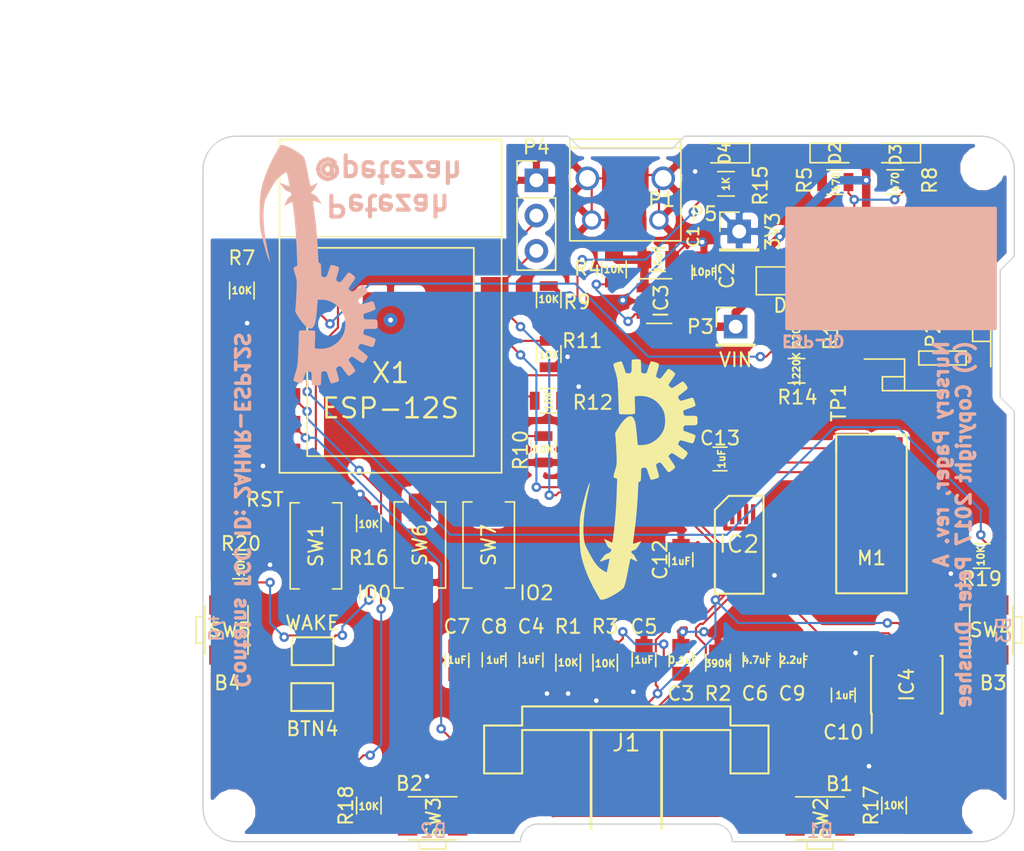
<source format=kicad_pcb>
(kicad_pcb (version 4) (host pcbnew 4.0.5)

  (general
    (links 149)
    (no_connects 0)
    (area 100.429287 77.056 176.118163 139.761)
    (thickness 1.6)
    (drawings 53)
    (tracks 597)
    (zones 0)
    (modules 65)
    (nets 48)
  )

  (page A4)
  (title_block
    (title "Nursery Pager Hardware")
    (date 2017-04-04)
    (rev A)
    (company Petezah)
  )

  (layers
    (0 F.Cu signal)
    (31 B.Cu signal)
    (32 B.Adhes user)
    (33 F.Adhes user)
    (34 B.Paste user)
    (35 F.Paste user)
    (36 B.SilkS user)
    (37 F.SilkS user)
    (38 B.Mask user)
    (39 F.Mask user)
    (40 Dwgs.User user)
    (41 Cmts.User user)
    (42 Eco1.User user)
    (43 Eco2.User user)
    (44 Edge.Cuts user)
    (45 Margin user)
    (46 B.CrtYd user)
    (47 F.CrtYd user)
    (48 B.Fab user)
    (49 F.Fab user hide)
  )

  (setup
    (last_trace_width 0.1524)
    (trace_clearance 0.1524)
    (zone_clearance 0.508)
    (zone_45_only yes)
    (trace_min 0.1524)
    (segment_width 0.2)
    (edge_width 0.1)
    (via_size 0.6858)
    (via_drill 0.3302)
    (via_min_size 0.6858)
    (via_min_drill 0.3302)
    (uvia_size 0.762)
    (uvia_drill 0.508)
    (uvias_allowed no)
    (uvia_min_size 0)
    (uvia_min_drill 0)
    (pcb_text_width 0.3)
    (pcb_text_size 1.5 1.5)
    (mod_edge_width 0.15)
    (mod_text_size 1 1)
    (mod_text_width 0.15)
    (pad_size 1.4 1.4)
    (pad_drill 0.95)
    (pad_to_mask_clearance 0)
    (aux_axis_origin 0 0)
    (visible_elements 7FFFFFFF)
    (pcbplotparams
      (layerselection 0x010fc_80000001)
      (usegerberextensions true)
      (excludeedgelayer true)
      (linewidth 0.150000)
      (plotframeref false)
      (viasonmask true)
      (mode 1)
      (useauxorigin false)
      (hpglpennumber 1)
      (hpglpenspeed 20)
      (hpglpendiameter 15)
      (hpglpenoverlay 2)
      (psnegative false)
      (psa4output false)
      (plotreference true)
      (plotvalue true)
      (plotinvisibletext false)
      (padsonsilk false)
      (subtractmaskfromsilk false)
      (outputformat 1)
      (mirror false)
      (drillshape 0)
      (scaleselection 1)
      (outputdirectory ./NurseryPager-Hardware-gerbers/))
  )

  (net 0 "")
  (net 1 VBUS)
  (net 2 GND)
  (net 3 +3V3)
  (net 4 "Net-(C3-Pad1)")
  (net 5 "Net-(C6-Pad1)")
  (net 6 "Net-(C7-Pad1)")
  (net 7 "Net-(C7-Pad2)")
  (net 8 "Net-(C8-Pad1)")
  (net 9 "Net-(C8-Pad2)")
  (net 10 "Net-(C9-Pad1)")
  (net 11 VBAT)
  (net 12 "Net-(C12-Pad1)")
  (net 13 "Net-(D2-Pad1)")
  (net 14 "Net-(D3-Pad2)")
  (net 15 "Net-(D4-Pad1)")
  (net 16 "Net-(IC1-Pad1)")
  (net 17 "Net-(IC1-Pad5)")
  (net 18 SCL)
  (net 19 SDA)
  (net 20 "Net-(IC2-Pad4)")
  (net 21 "Net-(IC3-Pad4)")
  (net 22 "Net-(IC4-Pad1)")
  (net 23 "Net-(IC4-Pad2)")
  (net 24 "Net-(IC4-Pad3)")
  (net 25 "Net-(IC4-Pad7)")
  (net 26 "Net-(P1-Pad2)")
  (net 27 "Net-(P1-Pad3)")
  (net 28 "Net-(P1-Pad4)")
  (net 29 "Net-(R10-Pad2)")
  (net 30 "Net-(J1-Pad7)")
  (net 31 "Net-(J1-Pad14)")
  (net 32 "Net-(J1-Pad26)")
  (net 33 /MOTOR-)
  (net 34 /MOTOR+)
  (net 35 /LDO_EN)
  (net 36 /TXD)
  (net 37 /RXD)
  (net 38 /ESP_EN)
  (net 39 /GPIO2)
  (net 40 /ADC)
  (net 41 /GPIO0)
  (net 42 /RESET)
  (net 43 /BTN1)
  (net 44 /BTN2)
  (net 45 /BTN3)
  (net 46 /BTN4)
  (net 47 /AUTORST)

  (net_class Default "This is the default net class."
    (clearance 0.1524)
    (trace_width 0.1524)
    (via_dia 0.6858)
    (via_drill 0.3302)
    (uvia_dia 0.762)
    (uvia_drill 0.508)
    (add_net /ADC)
    (add_net /AUTORST)
    (add_net /BTN1)
    (add_net /BTN2)
    (add_net /BTN3)
    (add_net /BTN4)
    (add_net /ESP_EN)
    (add_net /GPIO0)
    (add_net /GPIO2)
    (add_net /LDO_EN)
    (add_net /MOTOR+)
    (add_net /MOTOR-)
    (add_net /RESET)
    (add_net /RXD)
    (add_net /TXD)
    (add_net GND)
    (add_net "Net-(C12-Pad1)")
    (add_net "Net-(C3-Pad1)")
    (add_net "Net-(C6-Pad1)")
    (add_net "Net-(C7-Pad1)")
    (add_net "Net-(C7-Pad2)")
    (add_net "Net-(C8-Pad1)")
    (add_net "Net-(C8-Pad2)")
    (add_net "Net-(C9-Pad1)")
    (add_net "Net-(D2-Pad1)")
    (add_net "Net-(D3-Pad2)")
    (add_net "Net-(D4-Pad1)")
    (add_net "Net-(IC1-Pad1)")
    (add_net "Net-(IC1-Pad5)")
    (add_net "Net-(IC2-Pad4)")
    (add_net "Net-(IC3-Pad4)")
    (add_net "Net-(IC4-Pad1)")
    (add_net "Net-(IC4-Pad2)")
    (add_net "Net-(IC4-Pad3)")
    (add_net "Net-(IC4-Pad7)")
    (add_net "Net-(J1-Pad14)")
    (add_net "Net-(J1-Pad26)")
    (add_net "Net-(J1-Pad7)")
    (add_net "Net-(P1-Pad2)")
    (add_net "Net-(P1-Pad3)")
    (add_net "Net-(P1-Pad4)")
    (add_net "Net-(R10-Pad2)")
    (add_net SCL)
    (add_net SDA)
  )

  (net_class 3vPower ""
    (clearance 0.1524)
    (trace_width 0.3048)
    (via_dia 0.6858)
    (via_drill 0.3302)
    (uvia_dia 0.762)
    (uvia_drill 0.508)
    (add_net +3V3)
  )

  (net_class Motor ""
    (clearance 0.1524)
    (trace_width 0.3048)
    (via_dia 0.6858)
    (via_drill 0.3302)
    (uvia_dia 0.762)
    (uvia_drill 0.508)
  )

  (net_class Power ""
    (clearance 0.1524)
    (trace_width 0.6096)
    (via_dia 0.6858)
    (via_drill 0.3302)
    (uvia_dia 0.762)
    (uvia_drill 0.508)
    (add_net VBAT)
    (add_net VBUS)
  )

  (module Resistors_SMD:R_0805 placed (layer F.Cu) (tedit 58DB0D44) (tstamp 58C9971C)
    (at 126.238 134.559 90)
    (descr "Resistor SMD 0805, reflow soldering, Vishay (see dcrcw.pdf)")
    (tags "resistor 0805")
    (path /58C728ED)
    (attr smd)
    (fp_text reference R18 (at 0 -1.65 90) (layer F.SilkS)
      (effects (font (size 1 1) (thickness 0.15)))
    )
    (fp_text value 10K (at -0.061 0 180) (layer F.SilkS)
      (effects (font (size 0.5 0.5) (thickness 0.125)))
    )
    (fp_text user %R (at 0 -1.65 90) (layer F.Fab)
      (effects (font (size 1 1) (thickness 0.15)))
    )
    (fp_line (start -1 0.62) (end -1 -0.62) (layer F.Fab) (width 0.1))
    (fp_line (start 1 0.62) (end -1 0.62) (layer F.Fab) (width 0.1))
    (fp_line (start 1 -0.62) (end 1 0.62) (layer F.Fab) (width 0.1))
    (fp_line (start -1 -0.62) (end 1 -0.62) (layer F.Fab) (width 0.1))
    (fp_line (start 0.6 0.88) (end -0.6 0.88) (layer F.SilkS) (width 0.12))
    (fp_line (start -0.6 -0.88) (end 0.6 -0.88) (layer F.SilkS) (width 0.12))
    (fp_line (start -1.55 -0.9) (end 1.55 -0.9) (layer F.CrtYd) (width 0.05))
    (fp_line (start -1.55 -0.9) (end -1.55 0.9) (layer F.CrtYd) (width 0.05))
    (fp_line (start 1.55 0.9) (end 1.55 -0.9) (layer F.CrtYd) (width 0.05))
    (fp_line (start 1.55 0.9) (end -1.55 0.9) (layer F.CrtYd) (width 0.05))
    (pad 1 smd rect (at -0.95 0 90) (size 0.7 1.3) (layers F.Cu F.Paste F.Mask)
      (net 44 /BTN2))
    (pad 2 smd rect (at 0.95 0 90) (size 0.7 1.3) (layers F.Cu F.Paste F.Mask)
      (net 3 +3V3))
    (model Resistors_SMD.3dshapes/R_0805.wrl
      (at (xyz 0 0 0))
      (scale (xyz 1 1 1))
      (rotate (xyz 0 0 0))
    )
  )

  (module Buttons_Switches_SMD:SW_SPST_EVQP7A placed (layer F.Cu) (tedit 587247C4) (tstamp 58C99745)
    (at 158.7246 135.4836)
    (descr "Light Touch Switch,https://industrial.panasonic.com/cdbs/www-data/pdf/ATK0000/ATK0000CE20.pdf")
    (path /58C729E7)
    (attr smd)
    (fp_text reference SW2 (at 0.0635 0 90) (layer F.SilkS)
      (effects (font (size 1 1) (thickness 0.15)))
    )
    (fp_text value BTN1 (at 0 3.25) (layer F.Fab)
      (effects (font (size 1 1) (thickness 0.15)))
    )
    (fp_text user %R (at 0 -2.5) (layer F.Fab)
      (effects (font (size 1 1) (thickness 0.15)))
    )
    (fp_line (start 0.95 1.55) (end 0.95 2.2) (layer F.SilkS) (width 0.12))
    (fp_line (start 0.95 2.2) (end -0.95 2.2) (layer F.SilkS) (width 0.12))
    (fp_line (start -0.95 2.2) (end -0.95 1.55) (layer F.SilkS) (width 0.12))
    (fp_line (start -0.85 2.1) (end 0.85 2.1) (layer F.Fab) (width 0.1))
    (fp_line (start 0.85 2.1) (end 0.85 1.45) (layer F.Fab) (width 0.1))
    (fp_line (start -0.85 2.1) (end -0.85 1.45) (layer F.Fab) (width 0.1))
    (fp_line (start -1.75 -1.45) (end 1.75 -1.45) (layer F.Fab) (width 0.1))
    (fp_line (start 1.75 -1.45) (end 1.75 1.45) (layer F.Fab) (width 0.1))
    (fp_line (start 1.75 1.45) (end -1.75 1.45) (layer F.Fab) (width 0.1))
    (fp_line (start -1.75 1.45) (end -1.75 -1.4) (layer F.Fab) (width 0.1))
    (fp_line (start -1.1 2.35) (end -1.1 1.7) (layer F.CrtYd) (width 0.05))
    (fp_line (start -1.1 1.7) (end -2.75 1.7) (layer F.CrtYd) (width 0.05))
    (fp_line (start 2.75 1.7) (end 1.1 1.7) (layer F.CrtYd) (width 0.05))
    (fp_line (start 1.1 1.7) (end 1.1 2.35) (layer F.CrtYd) (width 0.05))
    (fp_line (start -1.75 -1.55) (end 1.75 -1.55) (layer F.SilkS) (width 0.12))
    (fp_line (start 1.75 1.55) (end -1.75 1.55) (layer F.SilkS) (width 0.12))
    (fp_line (start -2.75 -1.7) (end 2.75 -1.7) (layer F.CrtYd) (width 0.05))
    (fp_line (start 2.75 -1.7) (end 2.75 1.7) (layer F.CrtYd) (width 0.05))
    (fp_line (start 1.1 2.35) (end -1.1 2.35) (layer F.CrtYd) (width 0.05))
    (fp_line (start -2.75 1.7) (end -2.75 -1.7) (layer F.CrtYd) (width 0.05))
    (pad 1 smd rect (at 1.8 -0.72) (size 1.4 1.05) (layers F.Cu F.Paste F.Mask)
      (net 2 GND))
    (pad 1 smd rect (at -1.8 -0.72) (size 1.4 1.05) (layers F.Cu F.Paste F.Mask)
      (net 2 GND))
    (pad 2 smd rect (at 1.8 0.72) (size 1.4 1.05) (layers F.Cu F.Paste F.Mask)
      (net 43 /BTN1))
    (pad 2 smd rect (at -1.8 0.72) (size 1.4 1.05) (layers F.Cu F.Paste F.Mask)
      (net 43 /BTN1))
  )

  (module kicad-libs:petezah-logo-tiny (layer B.Cu) (tedit 58DB1107) (tstamp 58DB3833)
    (at 122.6312 95.6056)
    (fp_text reference G2 (at -4.572 -2.54) (layer B.Fab) hide
      (effects (font (thickness 0.3)) (justify mirror))
    )
    (fp_text value LOGO (at -1.651 0.254) (layer B.Fab) hide
      (effects (font (thickness 0.3)) (justify mirror))
    )
    (fp_poly (pts (xy -0.035683 8.691244) (xy 0.048337 8.686276) (xy 0.098816 8.675493) (xy 0.127193 8.656846)
      (xy 0.140118 8.637855) (xy 0.150788 8.59036) (xy 0.159658 8.4978) (xy 0.166012 8.371545)
      (xy 0.169134 8.222965) (xy 0.169334 8.173789) (xy 0.169767 8.013532) (xy 0.171943 7.900204)
      (xy 0.17718 7.824289) (xy 0.186792 7.776272) (xy 0.202097 7.746638) (xy 0.224411 7.725873)
      (xy 0.232058 7.720378) (xy 0.301588 7.691645) (xy 0.391778 7.678413) (xy 0.480448 7.681269)
      (xy 0.545414 7.700801) (xy 0.558477 7.711722) (xy 0.578045 7.750655) (xy 0.610777 7.831988)
      (xy 0.652378 7.944447) (xy 0.698552 8.076756) (xy 0.706334 8.099777) (xy 0.752786 8.235808)
      (xy 0.794916 8.35547) (xy 0.828475 8.446945) (xy 0.849212 8.498413) (xy 0.85095 8.501944)
      (xy 0.876684 8.533592) (xy 0.917791 8.547231) (xy 0.983841 8.54227) (xy 1.084401 8.518116)
      (xy 1.21185 8.479628) (xy 1.328223 8.440184) (xy 1.400521 8.407488) (xy 1.439616 8.375386)
      (xy 1.455435 8.341783) (xy 1.453626 8.285864) (xy 1.433971 8.185314) (xy 1.398362 8.048381)
      (xy 1.354667 7.902222) (xy 1.312024 7.75875) (xy 1.278887 7.631868) (xy 1.257938 7.533032)
      (xy 1.251862 7.473702) (xy 1.25277 7.467159) (xy 1.290166 7.41338) (xy 1.363446 7.361775)
      (xy 1.452767 7.323476) (xy 1.53372 7.309555) (xy 1.56834 7.320529) (xy 1.613764 7.357247)
      (xy 1.675234 7.425399) (xy 1.757993 7.530678) (xy 1.842734 7.645021) (xy 1.932492 7.765147)
      (xy 2.013828 7.868667) (xy 2.079644 7.946936) (xy 2.122844 7.991314) (xy 2.13235 7.997698)
      (xy 2.173421 8.002771) (xy 2.226867 7.985974) (xy 2.301385 7.942772) (xy 2.405675 7.868633)
      (xy 2.462389 7.82569) (xy 2.560839 7.742447) (xy 2.613018 7.67775) (xy 2.624667 7.636959)
      (xy 2.60874 7.591462) (xy 2.564891 7.510615) (xy 2.499014 7.404259) (xy 2.417005 7.282236)
      (xy 2.384778 7.236521) (xy 2.299647 7.114774) (xy 2.227814 7.007283) (xy 2.175164 6.923229)
      (xy 2.147584 6.871795) (xy 2.144889 6.862312) (xy 2.166561 6.81218) (xy 2.220414 6.749056)
      (xy 2.289706 6.688101) (xy 2.357694 6.644472) (xy 2.399013 6.632222) (xy 2.443809 6.647943)
      (xy 2.523907 6.691094) (xy 2.629142 6.755652) (xy 2.749353 6.835597) (xy 2.789434 6.863523)
      (xy 2.911739 6.947143) (xy 3.021639 7.017528) (xy 3.109164 7.068637) (xy 3.164348 7.094431)
      (xy 3.173675 7.096357) (xy 3.221089 7.074563) (xy 3.285269 7.015848) (xy 3.356518 6.933153)
      (xy 3.425144 6.839414) (xy 3.481451 6.747571) (xy 3.515745 6.670561) (xy 3.521442 6.632222)
      (xy 3.50537 6.592319) (xy 3.461287 6.5397) (xy 3.383726 6.469147) (xy 3.267221 6.375443)
      (xy 3.191905 6.317709) (xy 3.074415 6.226936) (xy 2.972574 6.145071) (xy 2.89528 6.079508)
      (xy 2.85143 6.037637) (xy 2.845727 6.030123) (xy 2.842102 5.975347) (xy 2.865833 5.897061)
      (xy 2.907322 5.814419) (xy 2.956971 5.746578) (xy 3.004719 5.712806) (xy 3.052147 5.715768)
      (xy 3.140996 5.734059) (xy 3.259266 5.764786) (xy 3.394954 5.805056) (xy 3.418687 5.812578)
      (xy 3.558116 5.855457) (xy 3.683936 5.89098) (xy 3.783451 5.915778) (xy 3.843965 5.926484)
      (xy 3.848697 5.926666) (xy 3.892857 5.917522) (xy 3.930745 5.884877) (xy 3.966674 5.820912)
      (xy 4.004956 5.717807) (xy 4.049903 5.567743) (xy 4.053295 5.555691) (xy 4.078824 5.460995)
      (xy 4.088086 5.40472) (xy 4.080415 5.371039) (xy 4.055141 5.344125) (xy 4.043987 5.334972)
      (xy 3.996234 5.308752) (xy 3.906675 5.270294) (xy 3.787318 5.224396) (xy 3.650169 5.175858)
      (xy 3.622802 5.166637) (xy 3.48738 5.120306) (xy 3.370919 5.078424) (xy 3.284139 5.044996)
      (xy 3.237759 5.024029) (xy 3.233835 5.0213) (xy 3.215637 4.973423) (xy 3.212734 4.893276)
      (xy 3.223384 4.802398) (xy 3.245843 4.722329) (xy 3.260308 4.694061) (xy 3.279117 4.668763)
      (xy 3.303116 4.650975) (xy 3.34164 4.639375) (xy 3.404022 4.632644) (xy 3.499595 4.629459)
      (xy 3.637692 4.628501) (xy 3.723968 4.628444) (xy 3.904739 4.628017) (xy 4.036734 4.623338)
      (xy 4.127619 4.609312) (xy 4.185056 4.580843) (xy 4.21671 4.532836) (xy 4.230244 4.460197)
      (xy 4.233322 4.357828) (xy 4.233334 4.289777) (xy 4.232691 4.169587) (xy 4.225653 4.081826)
      (xy 4.204558 4.021398) (xy 4.16174 3.983209) (xy 4.089537 3.962163) (xy 3.980284 3.953165)
      (xy 3.826319 3.951119) (xy 3.723968 3.951111) (xy 3.561557 3.950763) (xy 3.446255 3.948837)
      (xy 3.368731 3.944013) (xy 3.319651 3.934971) (xy 3.289681 3.920389) (xy 3.269488 3.898946)
      (xy 3.260308 3.885494) (xy 3.232798 3.818267) (xy 3.216262 3.729889) (xy 3.212442 3.641903)
      (xy 3.223081 3.575847) (xy 3.233835 3.558255) (xy 3.268946 3.540867) (xy 3.347025 3.51006)
      (xy 3.457352 3.469838) (xy 3.589209 3.424208) (xy 3.622802 3.412918) (xy 3.761994 3.364422)
      (xy 3.885698 3.317645) (xy 3.98191 3.277386) (xy 4.038622 3.248444) (xy 4.043987 3.244583)
      (xy 4.074689 3.216607) (xy 4.087589 3.186628) (xy 4.083354 3.138818) (xy 4.062651 3.057353)
      (xy 4.053295 3.023864) (xy 4.00774 2.870338) (xy 3.969143 2.764301) (xy 3.933191 2.697932)
      (xy 3.895572 2.663413) (xy 3.851973 2.652925) (xy 3.848697 2.652889) (xy 3.794811 2.661299)
      (xy 3.700104 2.684285) (xy 3.577274 2.718478) (xy 3.439015 2.76051) (xy 3.418687 2.766977)
      (xy 3.281245 2.808571) (xy 3.159198 2.841109) (xy 3.064549 2.861699) (xy 3.009297 2.867448)
      (xy 3.004719 2.866749) (xy 2.956442 2.83241) (xy 2.906829 2.764315) (xy 2.865476 2.681619)
      (xy 2.841982 2.60348) (xy 2.845727 2.549432) (xy 2.876209 2.517278) (xy 2.943153 2.458925)
      (xy 3.037663 2.381762) (xy 3.150841 2.293183) (xy 3.191905 2.261846) (xy 3.330139 2.154478)
      (xy 3.426671 2.072893) (xy 3.486966 2.011875) (xy 3.516491 1.966207) (xy 3.521442 1.947333)
      (xy 3.508473 1.888539) (xy 3.466663 1.805797) (xy 3.405705 1.712047) (xy 3.335294 1.620225)
      (xy 3.265125 1.543272) (xy 3.204892 1.494124) (xy 3.173675 1.483198) (xy 3.131184 1.499438)
      (xy 3.053104 1.542961) (xy 2.949401 1.607727) (xy 2.830044 1.687697) (xy 2.789434 1.716032)
      (xy 2.666571 1.799638) (xy 2.555423 1.869789) (xy 2.466152 1.920465) (xy 2.408921 1.945644)
      (xy 2.399013 1.947333) (xy 2.343644 1.927711) (xy 2.273927 1.878951) (xy 2.206605 1.816213)
      (xy 2.158419 1.754654) (xy 2.144889 1.717243) (xy 2.160584 1.681709) (xy 2.203743 1.60982)
      (xy 2.268481 1.510758) (xy 2.348912 1.393703) (xy 2.384778 1.343034) (xy 2.471138 1.217788)
      (xy 2.543481 1.104678) (xy 2.595912 1.013547) (xy 2.622535 0.954235) (xy 2.624667 0.942596)
      (xy 2.604965 0.888427) (xy 2.542679 0.819999) (xy 2.462389 0.753865) (xy 2.342475 0.66489)
      (xy 2.256105 0.60882) (xy 2.194583 0.581121) (xy 2.14921 0.57726) (xy 2.13235 0.581857)
      (xy 2.100439 0.609892) (xy 2.043011 0.675352) (xy 1.967161 0.769594) (xy 1.879988 0.883976)
      (xy 1.842734 0.934534) (xy 1.739244 1.073493) (xy 1.661224 1.170786) (xy 1.60343 1.232107)
      (xy 1.56062 1.263146) (xy 1.53372 1.27) (xy 1.447433 1.254397) (xy 1.358506 1.215009)
      (xy 1.286784 1.162969) (xy 1.25277 1.112396) (xy 1.255262 1.063158) (xy 1.273209 0.971926)
      (xy 1.303929 0.85016) (xy 1.344736 0.709316) (xy 1.354667 0.677333) (xy 1.402913 0.514905)
      (xy 1.436892 0.3815) (xy 1.454713 0.285366) (xy 1.455435 0.237772) (xy 1.436982 0.200918)
      (xy 1.395149 0.169027) (xy 1.319061 0.135947) (xy 1.21185 0.099927) (xy 1.072186 0.058051)
      (xy 0.975617 0.035899) (xy 0.912574 0.032878) (xy 0.87349 0.048397) (xy 0.85095 0.077611)
      (xy 0.832497 0.122077) (xy 0.800585 0.208318) (xy 0.759467 0.324515) (xy 0.713392 0.458848)
      (xy 0.706334 0.479777) (xy 0.659818 0.614284) (xy 0.617164 0.730806) (xy 0.582667 0.818068)
      (xy 0.560625 0.864795) (xy 0.558477 0.867833) (xy 0.507093 0.893359) (xy 0.424219 0.902002)
      (xy 0.332035 0.894351) (xy 0.252725 0.870993) (xy 0.232058 0.859177) (xy 0.207082 0.8387)
      (xy 0.189792 0.81178) (xy 0.17878 0.76864) (xy 0.172639 0.699506) (xy 0.16996 0.5946)
      (xy 0.169337 0.444148) (xy 0.169334 0.42357) (xy 0.167319 0.232621) (xy 0.16025 0.091271)
      (xy 0.146588 -0.007214) (xy 0.124795 -0.069572) (xy 0.093333 -0.102536) (xy 0.050664 -0.112842)
      (xy 0.046816 -0.112889) (xy 0.021396 -0.11426) (xy 0.002929 -0.123838) (xy -0.010191 -0.149823)
      (xy -0.019569 -0.200415) (xy -0.026812 -0.283812) (xy -0.033525 -0.408216) (xy -0.040236 -0.557389)
      (xy -0.074181 -1.230054) (xy -0.115149 -1.858486) (xy -0.164191 -2.454582) (xy -0.222359 -3.030236)
      (xy -0.290703 -3.597344) (xy -0.34217 -3.974661) (xy -0.366685 -4.152437) (xy -0.386974 -4.310904)
      (xy -0.402099 -4.441725) (xy -0.411122 -4.536564) (xy -0.413102 -4.587085) (xy -0.411811 -4.59293)
      (xy -0.380351 -4.59038) (xy -0.307966 -4.570828) (xy -0.206338 -4.537726) (xy -0.117395 -4.50588)
      (xy -0.000837 -4.463276) (xy 0.095553 -4.429229) (xy 0.159871 -4.407871) (xy 0.179838 -4.402667)
      (xy 0.17236 -4.424485) (xy 0.138295 -4.484088) (xy 0.082963 -4.572701) (xy 0.011685 -4.681549)
      (xy 0.001777 -4.696352) (xy -0.08176 -4.819375) (xy -0.143741 -4.904218) (xy -0.193394 -4.960013)
      (xy -0.239943 -4.995893) (xy -0.292615 -5.020989) (xy -0.344576 -5.03918) (xy -0.430919 -5.071707)
      (xy -0.49416 -5.103092) (xy -0.514623 -5.11944) (xy -0.535106 -5.191197) (xy -0.502234 -5.256112)
      (xy -0.453876 -5.290467) (xy -0.39485 -5.339294) (xy -0.325069 -5.432147) (xy -0.241214 -5.573524)
      (xy -0.229972 -5.594103) (xy -0.172669 -5.702131) (xy -0.128345 -5.790229) (xy -0.10221 -5.847747)
      (xy -0.097732 -5.864473) (xy -0.125255 -5.856796) (xy -0.191183 -5.828427) (xy -0.283769 -5.784579)
      (xy -0.33512 -5.759117) (xy -0.438625 -5.708307) (xy -0.523282 -5.669038) (xy -0.576364 -5.64711)
      (xy -0.586701 -5.644445) (xy -0.59855 -5.670891) (xy -0.618337 -5.744823) (xy -0.64424 -5.858134)
      (xy -0.674439 -6.002715) (xy -0.707112 -6.170458) (xy -0.718226 -6.230056) (xy -0.788869 -6.603604)
      (xy -0.853544 -6.926064) (xy -0.912048 -7.196576) (xy -0.964179 -7.414281) (xy -1.009735 -7.57832)
      (xy -1.048514 -7.687832) (xy -1.071721 -7.731874) (xy -1.148671 -7.816003) (xy -1.267646 -7.916448)
      (xy -1.41884 -8.027187) (xy -1.592441 -8.142199) (xy -1.778641 -8.255459) (xy -1.96763 -8.360946)
      (xy -2.1496 -8.452638) (xy -2.31474 -8.524511) (xy -2.425178 -8.56283) (xy -2.565642 -8.595785)
      (xy -2.679455 -8.60611) (xy -2.757318 -8.593556) (xy -2.78457 -8.5725) (xy -2.812832 -8.523919)
      (xy -2.850631 -8.455151) (xy -2.852022 -8.452556) (xy -2.885624 -8.392115) (xy -2.939287 -8.298131)
      (xy -3.004372 -8.185664) (xy -3.046301 -8.113889) (xy -3.283297 -7.685826) (xy -3.502333 -7.242682)
      (xy -3.699196 -6.794851) (xy -3.869671 -6.352725) (xy -4.009541 -5.926698) (xy -4.114594 -5.527165)
      (xy -4.13623 -5.426222) (xy -4.173723 -5.199288) (xy -4.204526 -4.927489) (xy -4.228425 -4.622031)
      (xy -4.245204 -4.294121) (xy -4.254649 -3.954965) (xy -4.256547 -3.615769) (xy -4.250682 -3.28774)
      (xy -4.23684 -2.982084) (xy -4.214807 -2.710008) (xy -4.191703 -2.527699) (xy -4.168455 -2.401065)
      (xy -4.13178 -2.230923) (xy -4.084399 -2.02785) (xy -4.029036 -1.80242) (xy -3.968414 -1.565212)
      (xy -3.905256 -1.326801) (xy -3.842284 -1.097762) (xy -3.782222 -0.888674) (xy -3.727793 -0.710111)
      (xy -3.708046 -0.649111) (xy -3.665871 -0.528081) (xy -3.622605 -0.414544) (xy -3.581687 -0.315913)
      (xy -3.546555 -0.239606) (xy -3.520649 -0.193036) (xy -3.507408 -0.18362) (xy -3.510268 -0.218773)
      (xy -3.511735 -0.225778) (xy -3.522791 -0.276705) (xy -3.543417 -0.371665) (xy -3.571196 -0.499532)
      (xy -3.603712 -0.649181) (xy -3.625161 -0.747889) (xy -3.729103 -1.247937) (xy -3.813536 -1.703976)
      (xy -3.879553 -2.124545) (xy -3.928251 -2.518183) (xy -3.960726 -2.893429) (xy -3.978072 -3.258824)
      (xy -3.981814 -3.527778) (xy -3.976157 -3.850223) (xy -3.958524 -4.124322) (xy -3.928111 -4.357056)
      (xy -3.884118 -4.555409) (xy -3.852039 -4.657516) (xy -3.811294 -4.756528) (xy -3.747121 -4.892764)
      (xy -3.665414 -5.055217) (xy -3.572063 -5.232879) (xy -3.472962 -5.414742) (xy -3.374001 -5.589797)
      (xy -3.281072 -5.747037) (xy -3.200502 -5.8748) (xy -3.106185 -6.00722) (xy -3.000593 -6.139549)
      (xy -2.899138 -6.25307) (xy -2.847273 -6.303816) (xy -2.761798 -6.374292) (xy -2.660613 -6.447439)
      (xy -2.554683 -6.516637) (xy -2.454972 -6.575267) (xy -2.372446 -6.616709) (xy -2.31807 -6.634346)
      (xy -2.304254 -6.631623) (xy -2.292676 -6.599333) (xy -2.273069 -6.52338) (xy -2.247706 -6.414667)
      (xy -2.218858 -6.284092) (xy -2.188797 -6.142558) (xy -2.159794 -6.000964) (xy -2.134122 -5.87021)
      (xy -2.114052 -5.761198) (xy -2.101855 -5.684827) (xy -2.099804 -5.651998) (xy -2.100028 -5.651676)
      (xy -2.130428 -5.655197) (xy -2.203138 -5.675014) (xy -2.30749 -5.707937) (xy -2.43282 -5.750774)
      (xy -2.441744 -5.753934) (xy -2.569787 -5.798626) (xy -2.679051 -5.835361) (xy -2.758269 -5.860451)
      (xy -2.796174 -5.870203) (xy -2.796725 -5.870223) (xy -2.790792 -5.849862) (xy -2.754725 -5.794331)
      (xy -2.694365 -5.711953) (xy -2.615554 -5.611051) (xy -2.609998 -5.604132) (xy -2.516865 -5.490029)
      (xy -2.446804 -5.411124) (xy -2.3884 -5.357932) (xy -2.330237 -5.32097) (xy -2.260902 -5.29075)
      (xy -2.210917 -5.272521) (xy -2.092521 -5.222818) (xy -2.020368 -5.168994) (xy -1.984655 -5.100196)
      (xy -1.975555 -5.011888) (xy -1.991585 -4.960584) (xy -2.047531 -4.920494) (xy -2.082007 -4.905636)
      (xy -2.130057 -4.883006) (xy -2.170127 -4.851316) (xy -2.209488 -4.800679) (xy -2.255412 -4.721211)
      (xy -2.315171 -4.603024) (xy -2.336007 -4.560345) (xy -2.393253 -4.441654) (xy -2.440146 -4.342626)
      (xy -2.471857 -4.273586) (xy -2.483555 -4.244861) (xy -2.483555 -4.244844) (xy -2.460091 -4.251856)
      (xy -2.396354 -4.279969) (xy -2.302333 -4.324593) (xy -2.198372 -4.37593) (xy -2.084102 -4.431882)
      (xy -1.989586 -4.475534) (xy -1.925317 -4.502215) (xy -1.902005 -4.507857) (xy -1.89297 -4.475109)
      (xy -1.878582 -4.393994) (xy -1.85993 -4.272223) (xy -1.838104 -4.117503) (xy -1.814192 -3.937544)
      (xy -1.789283 -3.740056) (xy -1.765533 -3.541889) (xy -1.714896 -3.072278) (xy -1.671696 -2.592142)
      (xy -1.635291 -2.091865) (xy -1.605042 -1.561828) (xy -1.580307 -0.992415) (xy -1.56486 -0.529343)
      (xy -1.546722 0.084315) (xy -1.672397 0.138185) (xy -1.749846 0.178282) (xy -1.802986 0.218553)
      (xy -1.814349 0.234471) (xy -1.812011 0.275276) (xy -1.794637 0.35905) (xy -1.764843 0.475148)
      (xy -1.725244 0.612924) (xy -1.705534 0.677206) (xy -1.65548 0.840798) (xy -1.620818 0.966189)
      (xy -1.598778 1.068621) (xy -1.586589 1.163337) (xy -1.581479 1.265577) (xy -1.580627 1.364263)
      (xy -1.582762 1.515369) (xy -1.588595 1.710194) (xy -1.597508 1.936176) (xy -1.608882 2.180756)
      (xy -1.6221 2.431372) (xy -1.636542 2.675465) (xy -1.651591 2.900472) (xy -1.664587 3.069629)
      (xy -1.691019 3.387591) (xy -1.588672 3.563518) (xy -1.406804 3.859196) (xy -1.233252 4.10723)
      (xy -1.069231 4.306339) (xy -0.915954 4.455239) (xy -0.774633 4.55265) (xy -0.646483 4.59729)
      (xy -0.607463 4.600222) (xy -0.510114 4.585998) (xy -0.432307 4.537954) (xy -0.364746 4.448031)
      (xy -0.314162 4.34587) (xy -0.284037 4.269395) (xy -0.25785 4.183475) (xy -0.234465 4.08098)
      (xy -0.212743 3.95478) (xy -0.191544 3.797745) (xy -0.169731 3.602746) (xy -0.146165 3.362652)
      (xy -0.131347 3.201065) (xy -0.070555 2.525889) (xy 0.112889 2.517235) (xy 0.412873 2.530567)
      (xy 0.702728 2.597169) (xy 0.976796 2.714041) (xy 1.229419 2.878185) (xy 1.45494 3.086604)
      (xy 1.64204 3.327611) (xy 1.750125 3.510472) (xy 1.826095 3.68647) (xy 1.8743 3.871518)
      (xy 1.89909 4.081534) (xy 1.905 4.289777) (xy 1.896577 4.533219) (xy 1.868406 4.738272)
      (xy 1.816138 4.920851) (xy 1.735424 5.096872) (xy 1.64204 5.251944) (xy 1.443637 5.506076)
      (xy 1.212921 5.715124) (xy 0.953644 5.877424) (xy 0.669562 5.99131) (xy 0.364429 6.055115)
      (xy 0.041998 6.067175) (xy -0.155102 6.049307) (xy -0.28986 6.030836) (xy -0.269541 5.427132)
      (xy -0.263161 5.211449) (xy -0.260449 5.046378) (xy -0.261528 4.926202) (xy -0.266519 4.845199)
      (xy -0.275546 4.79765) (xy -0.283289 4.78238) (xy -0.32308 4.767536) (xy -0.408093 4.755624)
      (xy -0.527351 4.7467) (xy -0.669877 4.74082) (xy -0.824694 4.738042) (xy -0.980826 4.738422)
      (xy -1.127294 4.742016) (xy -1.253123 4.74888) (xy -1.347334 4.759072) (xy -1.398952 4.772647)
      (xy -1.403942 4.776611) (xy -1.412109 4.813654) (xy -1.420625 4.900502) (xy -1.429123 5.03052)
      (xy -1.437234 5.197073) (xy -1.44459 5.393525) (xy -1.450826 5.613242) (xy -1.451235 5.630333)
      (xy -1.463334 6.060959) (xy -1.477991 6.436831) (xy -1.495185 6.757602) (xy -1.514895 7.022924)
      (xy -1.537099 7.232452) (xy -1.554562 7.348248) (xy -1.574131 7.436966) (xy -1.607001 7.563931)
      (xy -1.648966 7.713731) (xy -1.695819 7.870952) (xy -1.707395 7.908305) (xy -1.750095 8.051148)
      (xy -1.784083 8.176947) (xy -1.806729 8.274959) (xy -1.815401 8.334439) (xy -1.814349 8.345084)
      (xy -1.773937 8.386461) (xy -1.687987 8.433072) (xy -1.566553 8.480374) (xy -1.41969 8.523825)
      (xy -1.417599 8.524359) (xy -1.327531 8.544632) (xy -1.273808 8.547104) (xy -1.239121 8.531491)
      (xy -1.227825 8.521253) (xy -1.20443 8.480831) (xy -1.16787 8.397449) (xy -1.122464 8.281816)
      (xy -1.072532 8.144639) (xy -1.052003 8.085384) (xy -0.917222 7.690555) (xy -0.75205 7.691402)
      (xy -0.666162 7.694019) (xy -0.603216 7.705928) (xy -0.559652 7.734728) (xy -0.531911 7.788018)
      (xy -0.516432 7.8734) (xy -0.509656 7.998472) (xy -0.508023 8.170835) (xy -0.508 8.212416)
      (xy -0.505879 8.402076) (xy -0.499381 8.538119) (xy -0.488304 8.623218) (xy -0.474133 8.658577)
      (xy -0.425787 8.676569) (xy -0.32612 8.688023) (xy -0.179934 8.692413) (xy -0.164682 8.692444)
      (xy -0.035683 8.691244)) (layer B.SilkS) (width 0.01))
  )

  (module LEDs:LED_0805 placed (layer F.Cu) (tedit 58D192C4) (tstamp 58C9962A)
    (at 159.809 87.5665)
    (descr "LED 0805 smd package")
    (tags "LED led 0805 SMD smd SMT smt smdled SMDLED smtled SMTLED")
    (path /58C04358)
    (attr smd)
    (fp_text reference D2 (at 0 0 90) (layer F.SilkS)
      (effects (font (size 0.8 0.8) (thickness 0.15)))
    )
    (fp_text value ORANGE (at 0 1.55) (layer F.Fab)
      (effects (font (size 1 1) (thickness 0.15)))
    )
    (fp_line (start -1.8 -0.7) (end -1.8 0.7) (layer F.SilkS) (width 0.12))
    (fp_line (start -0.4 -0.4) (end -0.4 0.4) (layer F.Fab) (width 0.1))
    (fp_line (start -0.4 0) (end 0.2 -0.4) (layer F.Fab) (width 0.1))
    (fp_line (start 0.2 0.4) (end -0.4 0) (layer F.Fab) (width 0.1))
    (fp_line (start 0.2 -0.4) (end 0.2 0.4) (layer F.Fab) (width 0.1))
    (fp_line (start 1 0.6) (end -1 0.6) (layer F.Fab) (width 0.1))
    (fp_line (start 1 -0.6) (end 1 0.6) (layer F.Fab) (width 0.1))
    (fp_line (start -1 -0.6) (end 1 -0.6) (layer F.Fab) (width 0.1))
    (fp_line (start -1 0.6) (end -1 -0.6) (layer F.Fab) (width 0.1))
    (fp_line (start -1.8 0.7) (end 1 0.7) (layer F.SilkS) (width 0.12))
    (fp_line (start -1.8 -0.7) (end 1 -0.7) (layer F.SilkS) (width 0.12))
    (fp_line (start 1.95 -0.85) (end 1.95 0.85) (layer F.CrtYd) (width 0.05))
    (fp_line (start 1.95 0.85) (end -1.95 0.85) (layer F.CrtYd) (width 0.05))
    (fp_line (start -1.95 0.85) (end -1.95 -0.85) (layer F.CrtYd) (width 0.05))
    (fp_line (start -1.95 -0.85) (end 1.95 -0.85) (layer F.CrtYd) (width 0.05))
    (pad 2 smd rect (at 1.1 0 180) (size 1.2 1.2) (layers F.Cu F.Paste F.Mask)
      (net 1 VBUS))
    (pad 1 smd rect (at -1.1 0 180) (size 1.2 1.2) (layers F.Cu F.Paste F.Mask)
      (net 13 "Net-(D2-Pad1)"))
    (model LEDs.3dshapes/LED_0805.wrl
      (at (xyz 0 0 0))
      (scale (xyz 1 1 1))
      (rotate (xyz 0 0 180))
    )
  )

  (module Capacitors_SMD:C_0805 placed (layer F.Cu) (tedit 58DB0EE0) (tstamp 58C995DC)
    (at 150.368 96.155 90)
    (descr "Capacitor SMD 0805, reflow soldering, AVX (see smccp.pdf)")
    (tags "capacitor 0805")
    (path /58BC8710)
    (attr smd)
    (fp_text reference C2 (at -0.238 1.651 90) (layer F.SilkS)
      (effects (font (size 1 1) (thickness 0.15)))
    )
    (fp_text value 10pF (at 0.016 0 180) (layer F.SilkS)
      (effects (font (size 0.5 0.5) (thickness 0.125)))
    )
    (fp_text user %R (at 0 -1.5 90) (layer F.Fab)
      (effects (font (size 1 1) (thickness 0.15)))
    )
    (fp_line (start -1 0.62) (end -1 -0.62) (layer F.Fab) (width 0.1))
    (fp_line (start 1 0.62) (end -1 0.62) (layer F.Fab) (width 0.1))
    (fp_line (start 1 -0.62) (end 1 0.62) (layer F.Fab) (width 0.1))
    (fp_line (start -1 -0.62) (end 1 -0.62) (layer F.Fab) (width 0.1))
    (fp_line (start 0.5 -0.85) (end -0.5 -0.85) (layer F.SilkS) (width 0.12))
    (fp_line (start -0.5 0.85) (end 0.5 0.85) (layer F.SilkS) (width 0.12))
    (fp_line (start -1.75 -0.88) (end 1.75 -0.88) (layer F.CrtYd) (width 0.05))
    (fp_line (start -1.75 -0.88) (end -1.75 0.87) (layer F.CrtYd) (width 0.05))
    (fp_line (start 1.75 0.87) (end 1.75 -0.88) (layer F.CrtYd) (width 0.05))
    (fp_line (start 1.75 0.87) (end -1.75 0.87) (layer F.CrtYd) (width 0.05))
    (pad 1 smd rect (at -1 0 90) (size 1 1.25) (layers F.Cu F.Paste F.Mask)
      (net 3 +3V3))
    (pad 2 smd rect (at 1 0 90) (size 1 1.25) (layers F.Cu F.Paste F.Mask)
      (net 2 GND))
    (model Capacitors_SMD.3dshapes/C_0805.wrl
      (at (xyz 0 0 0))
      (scale (xyz 1 1 1))
      (rotate (xyz 0 0 0))
    )
  )

  (module Capacitors_SMD:C_0805 placed (layer F.Cu) (tedit 58DB0ED4) (tstamp 58C995D6)
    (at 147.082 95.25)
    (descr "Capacitor SMD 0805, reflow soldering, AVX (see smccp.pdf)")
    (tags "capacitor 0805")
    (path /58BC868D)
    (attr smd)
    (fp_text reference C1 (at 2.524 -1.651 90) (layer F.SilkS)
      (effects (font (size 0.8 0.8) (thickness 0.15)))
    )
    (fp_text value 10pF (at -0.016 0 90) (layer F.SilkS)
      (effects (font (size 0.5 0.5) (thickness 0.125)))
    )
    (fp_text user %R (at 0 -1.5) (layer F.Fab)
      (effects (font (size 1 1) (thickness 0.15)))
    )
    (fp_line (start -1 0.62) (end -1 -0.62) (layer F.Fab) (width 0.1))
    (fp_line (start 1 0.62) (end -1 0.62) (layer F.Fab) (width 0.1))
    (fp_line (start 1 -0.62) (end 1 0.62) (layer F.Fab) (width 0.1))
    (fp_line (start -1 -0.62) (end 1 -0.62) (layer F.Fab) (width 0.1))
    (fp_line (start 0.5 -0.85) (end -0.5 -0.85) (layer F.SilkS) (width 0.12))
    (fp_line (start -0.5 0.85) (end 0.5 0.85) (layer F.SilkS) (width 0.12))
    (fp_line (start -1.75 -0.88) (end 1.75 -0.88) (layer F.CrtYd) (width 0.05))
    (fp_line (start -1.75 -0.88) (end -1.75 0.87) (layer F.CrtYd) (width 0.05))
    (fp_line (start 1.75 0.87) (end 1.75 -0.88) (layer F.CrtYd) (width 0.05))
    (fp_line (start 1.75 0.87) (end -1.75 0.87) (layer F.CrtYd) (width 0.05))
    (pad 1 smd rect (at -1 0) (size 1 1.25) (layers F.Cu F.Paste F.Mask)
      (net 1 VBUS))
    (pad 2 smd rect (at 1 0) (size 1 1.25) (layers F.Cu F.Paste F.Mask)
      (net 2 GND))
    (model Capacitors_SMD.3dshapes/C_0805.wrl
      (at (xyz 0 0 0))
      (scale (xyz 1 1 1))
      (rotate (xyz 0 0 0))
    )
  )

  (module Capacitors_SMD:C_0805 placed (layer F.Cu) (tedit 58DB0DB8) (tstamp 58C995E2)
    (at 148.717 124.063 90)
    (descr "Capacitor SMD 0805, reflow soldering, AVX (see smccp.pdf)")
    (tags "capacitor 0805")
    (path /58BAF400)
    (attr smd)
    (fp_text reference C3 (at -2.429 0 180) (layer F.SilkS)
      (effects (font (size 1 1) (thickness 0.15)))
    )
    (fp_text value 0.1uF (at -0.016 0.127 180) (layer F.SilkS)
      (effects (font (size 0.5 0.5) (thickness 0.125)))
    )
    (fp_text user %R (at 0 -1.5 90) (layer F.Fab)
      (effects (font (size 1 1) (thickness 0.15)))
    )
    (fp_line (start -1 0.62) (end -1 -0.62) (layer F.Fab) (width 0.1))
    (fp_line (start 1 0.62) (end -1 0.62) (layer F.Fab) (width 0.1))
    (fp_line (start 1 -0.62) (end 1 0.62) (layer F.Fab) (width 0.1))
    (fp_line (start -1 -0.62) (end 1 -0.62) (layer F.Fab) (width 0.1))
    (fp_line (start 0.5 -0.85) (end -0.5 -0.85) (layer F.SilkS) (width 0.12))
    (fp_line (start -0.5 0.85) (end 0.5 0.85) (layer F.SilkS) (width 0.12))
    (fp_line (start -1.75 -0.88) (end 1.75 -0.88) (layer F.CrtYd) (width 0.05))
    (fp_line (start -1.75 -0.88) (end -1.75 0.87) (layer F.CrtYd) (width 0.05))
    (fp_line (start 1.75 0.87) (end 1.75 -0.88) (layer F.CrtYd) (width 0.05))
    (fp_line (start 1.75 0.87) (end -1.75 0.87) (layer F.CrtYd) (width 0.05))
    (pad 1 smd rect (at -1 0 90) (size 1 1.25) (layers F.Cu F.Paste F.Mask)
      (net 4 "Net-(C3-Pad1)"))
    (pad 2 smd rect (at 1 0 90) (size 1 1.25) (layers F.Cu F.Paste F.Mask)
      (net 2 GND))
    (model Capacitors_SMD.3dshapes/C_0805.wrl
      (at (xyz 0 0 0))
      (scale (xyz 1 1 1))
      (rotate (xyz 0 0 0))
    )
  )

  (module Capacitors_SMD:C_0805 placed (layer F.Cu) (tedit 58DB0D7F) (tstamp 58C995E8)
    (at 137.922 124.063 90)
    (descr "Capacitor SMD 0805, reflow soldering, AVX (see smccp.pdf)")
    (tags "capacitor 0805")
    (path /58BAF322)
    (attr smd)
    (fp_text reference C4 (at 2.397 0 180) (layer F.SilkS)
      (effects (font (size 1 1) (thickness 0.15)))
    )
    (fp_text value 1uF (at 0 0 180) (layer F.SilkS)
      (effects (font (size 0.5 0.5) (thickness 0.125)))
    )
    (fp_text user %R (at 0 -1.5 90) (layer F.Fab)
      (effects (font (size 1 1) (thickness 0.15)))
    )
    (fp_line (start -1 0.62) (end -1 -0.62) (layer F.Fab) (width 0.1))
    (fp_line (start 1 0.62) (end -1 0.62) (layer F.Fab) (width 0.1))
    (fp_line (start 1 -0.62) (end 1 0.62) (layer F.Fab) (width 0.1))
    (fp_line (start -1 -0.62) (end 1 -0.62) (layer F.Fab) (width 0.1))
    (fp_line (start 0.5 -0.85) (end -0.5 -0.85) (layer F.SilkS) (width 0.12))
    (fp_line (start -0.5 0.85) (end 0.5 0.85) (layer F.SilkS) (width 0.12))
    (fp_line (start -1.75 -0.88) (end 1.75 -0.88) (layer F.CrtYd) (width 0.05))
    (fp_line (start -1.75 -0.88) (end -1.75 0.87) (layer F.CrtYd) (width 0.05))
    (fp_line (start 1.75 0.87) (end 1.75 -0.88) (layer F.CrtYd) (width 0.05))
    (fp_line (start 1.75 0.87) (end -1.75 0.87) (layer F.CrtYd) (width 0.05))
    (pad 1 smd rect (at -1 0 90) (size 1 1.25) (layers F.Cu F.Paste F.Mask)
      (net 3 +3V3))
    (pad 2 smd rect (at 1 0 90) (size 1 1.25) (layers F.Cu F.Paste F.Mask)
      (net 2 GND))
    (model Capacitors_SMD.3dshapes/C_0805.wrl
      (at (xyz 0 0 0))
      (scale (xyz 1 1 1))
      (rotate (xyz 0 0 0))
    )
  )

  (module Capacitors_SMD:C_0805 placed (layer F.Cu) (tedit 58DB0DA3) (tstamp 58C995EE)
    (at 146.05 124.063 270)
    (descr "Capacitor SMD 0805, reflow soldering, AVX (see smccp.pdf)")
    (tags "capacitor 0805")
    (path /58BAF35D)
    (attr smd)
    (fp_text reference C5 (at -2.397 0 360) (layer F.SilkS)
      (effects (font (size 1 1) (thickness 0.15)))
    )
    (fp_text value 1uF (at 0 0 360) (layer F.SilkS)
      (effects (font (size 0.5 0.5) (thickness 0.125)))
    )
    (fp_text user %R (at 0 -1.5 270) (layer F.Fab)
      (effects (font (size 1 1) (thickness 0.15)))
    )
    (fp_line (start -1 0.62) (end -1 -0.62) (layer F.Fab) (width 0.1))
    (fp_line (start 1 0.62) (end -1 0.62) (layer F.Fab) (width 0.1))
    (fp_line (start 1 -0.62) (end 1 0.62) (layer F.Fab) (width 0.1))
    (fp_line (start -1 -0.62) (end 1 -0.62) (layer F.Fab) (width 0.1))
    (fp_line (start 0.5 -0.85) (end -0.5 -0.85) (layer F.SilkS) (width 0.12))
    (fp_line (start -0.5 0.85) (end 0.5 0.85) (layer F.SilkS) (width 0.12))
    (fp_line (start -1.75 -0.88) (end 1.75 -0.88) (layer F.CrtYd) (width 0.05))
    (fp_line (start -1.75 -0.88) (end -1.75 0.87) (layer F.CrtYd) (width 0.05))
    (fp_line (start 1.75 0.87) (end 1.75 -0.88) (layer F.CrtYd) (width 0.05))
    (fp_line (start 1.75 0.87) (end -1.75 0.87) (layer F.CrtYd) (width 0.05))
    (pad 1 smd rect (at -1 0 270) (size 1 1.25) (layers F.Cu F.Paste F.Mask)
      (net 2 GND))
    (pad 2 smd rect (at 1 0 270) (size 1 1.25) (layers F.Cu F.Paste F.Mask)
      (net 3 +3V3))
    (model Capacitors_SMD.3dshapes/C_0805.wrl
      (at (xyz 0 0 0))
      (scale (xyz 1 1 1))
      (rotate (xyz 0 0 0))
    )
  )

  (module Capacitors_SMD:C_0805 placed (layer F.Cu) (tedit 58DB0DE2) (tstamp 58C995F4)
    (at 154.051 124.063 90)
    (descr "Capacitor SMD 0805, reflow soldering, AVX (see smccp.pdf)")
    (tags "capacitor 0805")
    (path /58BAF3C3)
    (attr smd)
    (fp_text reference C6 (at -2.429 0 180) (layer F.SilkS)
      (effects (font (size 1 1) (thickness 0.15)))
    )
    (fp_text value 4.7uF (at -0.016 0.127 180) (layer F.SilkS)
      (effects (font (size 0.5 0.5) (thickness 0.125)))
    )
    (fp_text user %R (at 0 -1.5 90) (layer F.Fab)
      (effects (font (size 1 1) (thickness 0.15)))
    )
    (fp_line (start -1 0.62) (end -1 -0.62) (layer F.Fab) (width 0.1))
    (fp_line (start 1 0.62) (end -1 0.62) (layer F.Fab) (width 0.1))
    (fp_line (start 1 -0.62) (end 1 0.62) (layer F.Fab) (width 0.1))
    (fp_line (start -1 -0.62) (end 1 -0.62) (layer F.Fab) (width 0.1))
    (fp_line (start 0.5 -0.85) (end -0.5 -0.85) (layer F.SilkS) (width 0.12))
    (fp_line (start -0.5 0.85) (end 0.5 0.85) (layer F.SilkS) (width 0.12))
    (fp_line (start -1.75 -0.88) (end 1.75 -0.88) (layer F.CrtYd) (width 0.05))
    (fp_line (start -1.75 -0.88) (end -1.75 0.87) (layer F.CrtYd) (width 0.05))
    (fp_line (start 1.75 0.87) (end 1.75 -0.88) (layer F.CrtYd) (width 0.05))
    (fp_line (start 1.75 0.87) (end -1.75 0.87) (layer F.CrtYd) (width 0.05))
    (pad 1 smd rect (at -1 0 90) (size 1 1.25) (layers F.Cu F.Paste F.Mask)
      (net 5 "Net-(C6-Pad1)"))
    (pad 2 smd rect (at 1 0 90) (size 1 1.25) (layers F.Cu F.Paste F.Mask)
      (net 2 GND))
    (model Capacitors_SMD.3dshapes/C_0805.wrl
      (at (xyz 0 0 0))
      (scale (xyz 1 1 1))
      (rotate (xyz 0 0 0))
    )
  )

  (module Capacitors_SMD:C_0805 placed (layer F.Cu) (tedit 58DB0D6B) (tstamp 58C995FA)
    (at 132.588 124.095 90)
    (descr "Capacitor SMD 0805, reflow soldering, AVX (see smccp.pdf)")
    (tags "capacitor 0805")
    (path /58BAF2B4)
    (attr smd)
    (fp_text reference C7 (at 2.429 0 180) (layer F.SilkS)
      (effects (font (size 1 1) (thickness 0.15)))
    )
    (fp_text value 1uF (at 0.016 0 180) (layer F.SilkS)
      (effects (font (size 0.5 0.5) (thickness 0.125)))
    )
    (fp_text user %R (at 0 -1.5 90) (layer F.Fab)
      (effects (font (size 1 1) (thickness 0.15)))
    )
    (fp_line (start -1 0.62) (end -1 -0.62) (layer F.Fab) (width 0.1))
    (fp_line (start 1 0.62) (end -1 0.62) (layer F.Fab) (width 0.1))
    (fp_line (start 1 -0.62) (end 1 0.62) (layer F.Fab) (width 0.1))
    (fp_line (start -1 -0.62) (end 1 -0.62) (layer F.Fab) (width 0.1))
    (fp_line (start 0.5 -0.85) (end -0.5 -0.85) (layer F.SilkS) (width 0.12))
    (fp_line (start -0.5 0.85) (end 0.5 0.85) (layer F.SilkS) (width 0.12))
    (fp_line (start -1.75 -0.88) (end 1.75 -0.88) (layer F.CrtYd) (width 0.05))
    (fp_line (start -1.75 -0.88) (end -1.75 0.87) (layer F.CrtYd) (width 0.05))
    (fp_line (start 1.75 0.87) (end 1.75 -0.88) (layer F.CrtYd) (width 0.05))
    (fp_line (start 1.75 0.87) (end -1.75 0.87) (layer F.CrtYd) (width 0.05))
    (pad 1 smd rect (at -1 0 90) (size 1 1.25) (layers F.Cu F.Paste F.Mask)
      (net 6 "Net-(C7-Pad1)"))
    (pad 2 smd rect (at 1 0 90) (size 1 1.25) (layers F.Cu F.Paste F.Mask)
      (net 7 "Net-(C7-Pad2)"))
    (model Capacitors_SMD.3dshapes/C_0805.wrl
      (at (xyz 0 0 0))
      (scale (xyz 1 1 1))
      (rotate (xyz 0 0 0))
    )
  )

  (module Capacitors_SMD:C_0805 placed (layer F.Cu) (tedit 58DB0D74) (tstamp 58C99600)
    (at 135.255 124.063 90)
    (descr "Capacitor SMD 0805, reflow soldering, AVX (see smccp.pdf)")
    (tags "capacitor 0805")
    (path /58BAF2F1)
    (attr smd)
    (fp_text reference C8 (at 2.397 0 180) (layer F.SilkS)
      (effects (font (size 1 1) (thickness 0.15)))
    )
    (fp_text value 1uF (at -0.016 0.127 180) (layer F.SilkS)
      (effects (font (size 0.5 0.5) (thickness 0.125)))
    )
    (fp_text user %R (at 0 -1.5 90) (layer F.Fab)
      (effects (font (size 1 1) (thickness 0.15)))
    )
    (fp_line (start -1 0.62) (end -1 -0.62) (layer F.Fab) (width 0.1))
    (fp_line (start 1 0.62) (end -1 0.62) (layer F.Fab) (width 0.1))
    (fp_line (start 1 -0.62) (end 1 0.62) (layer F.Fab) (width 0.1))
    (fp_line (start -1 -0.62) (end 1 -0.62) (layer F.Fab) (width 0.1))
    (fp_line (start 0.5 -0.85) (end -0.5 -0.85) (layer F.SilkS) (width 0.12))
    (fp_line (start -0.5 0.85) (end 0.5 0.85) (layer F.SilkS) (width 0.12))
    (fp_line (start -1.75 -0.88) (end 1.75 -0.88) (layer F.CrtYd) (width 0.05))
    (fp_line (start -1.75 -0.88) (end -1.75 0.87) (layer F.CrtYd) (width 0.05))
    (fp_line (start 1.75 0.87) (end 1.75 -0.88) (layer F.CrtYd) (width 0.05))
    (fp_line (start 1.75 0.87) (end -1.75 0.87) (layer F.CrtYd) (width 0.05))
    (pad 1 smd rect (at -1 0 90) (size 1 1.25) (layers F.Cu F.Paste F.Mask)
      (net 8 "Net-(C8-Pad1)"))
    (pad 2 smd rect (at 1 0 90) (size 1 1.25) (layers F.Cu F.Paste F.Mask)
      (net 9 "Net-(C8-Pad2)"))
    (model Capacitors_SMD.3dshapes/C_0805.wrl
      (at (xyz 0 0 0))
      (scale (xyz 1 1 1))
      (rotate (xyz 0 0 0))
    )
  )

  (module Capacitors_SMD:C_0805 placed (layer F.Cu) (tedit 58DB0DF0) (tstamp 58C99606)
    (at 156.718 124.095 90)
    (descr "Capacitor SMD 0805, reflow soldering, AVX (see smccp.pdf)")
    (tags "capacitor 0805")
    (path /58BAF39A)
    (attr smd)
    (fp_text reference C9 (at -2.397 0 180) (layer F.SilkS)
      (effects (font (size 1 1) (thickness 0.15)))
    )
    (fp_text value 2.2uF (at 0.016 0.127 180) (layer F.SilkS)
      (effects (font (size 0.5 0.5) (thickness 0.125)))
    )
    (fp_text user %R (at 0 -1.5 90) (layer F.Fab)
      (effects (font (size 1 1) (thickness 0.15)))
    )
    (fp_line (start -1 0.62) (end -1 -0.62) (layer F.Fab) (width 0.1))
    (fp_line (start 1 0.62) (end -1 0.62) (layer F.Fab) (width 0.1))
    (fp_line (start 1 -0.62) (end 1 0.62) (layer F.Fab) (width 0.1))
    (fp_line (start -1 -0.62) (end 1 -0.62) (layer F.Fab) (width 0.1))
    (fp_line (start 0.5 -0.85) (end -0.5 -0.85) (layer F.SilkS) (width 0.12))
    (fp_line (start -0.5 0.85) (end 0.5 0.85) (layer F.SilkS) (width 0.12))
    (fp_line (start -1.75 -0.88) (end 1.75 -0.88) (layer F.CrtYd) (width 0.05))
    (fp_line (start -1.75 -0.88) (end -1.75 0.87) (layer F.CrtYd) (width 0.05))
    (fp_line (start 1.75 0.87) (end 1.75 -0.88) (layer F.CrtYd) (width 0.05))
    (fp_line (start 1.75 0.87) (end -1.75 0.87) (layer F.CrtYd) (width 0.05))
    (pad 1 smd rect (at -1 0 90) (size 1 1.25) (layers F.Cu F.Paste F.Mask)
      (net 10 "Net-(C9-Pad1)"))
    (pad 2 smd rect (at 1 0 90) (size 1 1.25) (layers F.Cu F.Paste F.Mask)
      (net 2 GND))
    (model Capacitors_SMD.3dshapes/C_0805.wrl
      (at (xyz 0 0 0))
      (scale (xyz 1 1 1))
      (rotate (xyz 0 0 0))
    )
  )

  (module Capacitors_SMD:C_0805 placed (layer F.Cu) (tedit 58DB0D5D) (tstamp 58C9960C)
    (at 160.401 126.603 270)
    (descr "Capacitor SMD 0805, reflow soldering, AVX (see smccp.pdf)")
    (tags "capacitor 0805")
    (path /58C032C1)
    (attr smd)
    (fp_text reference C10 (at 2.683 0 360) (layer F.SilkS)
      (effects (font (size 1 1) (thickness 0.15)))
    )
    (fp_text value 1uF (at 0.016 -0.127 360) (layer F.SilkS)
      (effects (font (size 0.5 0.5) (thickness 0.125)))
    )
    (fp_text user %R (at 0 -1.5 270) (layer F.Fab)
      (effects (font (size 1 1) (thickness 0.15)))
    )
    (fp_line (start -1 0.62) (end -1 -0.62) (layer F.Fab) (width 0.1))
    (fp_line (start 1 0.62) (end -1 0.62) (layer F.Fab) (width 0.1))
    (fp_line (start 1 -0.62) (end 1 0.62) (layer F.Fab) (width 0.1))
    (fp_line (start -1 -0.62) (end 1 -0.62) (layer F.Fab) (width 0.1))
    (fp_line (start 0.5 -0.85) (end -0.5 -0.85) (layer F.SilkS) (width 0.12))
    (fp_line (start -0.5 0.85) (end 0.5 0.85) (layer F.SilkS) (width 0.12))
    (fp_line (start -1.75 -0.88) (end 1.75 -0.88) (layer F.CrtYd) (width 0.05))
    (fp_line (start -1.75 -0.88) (end -1.75 0.87) (layer F.CrtYd) (width 0.05))
    (fp_line (start 1.75 0.87) (end 1.75 -0.88) (layer F.CrtYd) (width 0.05))
    (fp_line (start 1.75 0.87) (end -1.75 0.87) (layer F.CrtYd) (width 0.05))
    (pad 1 smd rect (at -1 0 270) (size 1 1.25) (layers F.Cu F.Paste F.Mask)
      (net 3 +3V3))
    (pad 2 smd rect (at 1 0 270) (size 1 1.25) (layers F.Cu F.Paste F.Mask)
      (net 2 GND))
    (model Capacitors_SMD.3dshapes/C_0805.wrl
      (at (xyz 0 0 0))
      (scale (xyz 1 1 1))
      (rotate (xyz 0 0 0))
    )
  )

  (module Capacitors_SMD:C_0805 placed (layer F.Cu) (tedit 58DB0F7E) (tstamp 58C99612)
    (at 164.846 93.234 270)
    (descr "Capacitor SMD 0805, reflow soldering, AVX (see smccp.pdf)")
    (tags "capacitor 0805")
    (path /58C04977)
    (attr smd)
    (fp_text reference C11 (at 0 -1.778 450) (layer F.SilkS)
      (effects (font (size 1 1) (thickness 0.15)))
    )
    (fp_text value 10uF (at 0 0 360) (layer F.SilkS)
      (effects (font (size 0.5 0.5) (thickness 0.125)))
    )
    (fp_text user %R (at 0 -1.5 270) (layer F.Fab)
      (effects (font (size 1 1) (thickness 0.15)))
    )
    (fp_line (start -1 0.62) (end -1 -0.62) (layer F.Fab) (width 0.1))
    (fp_line (start 1 0.62) (end -1 0.62) (layer F.Fab) (width 0.1))
    (fp_line (start 1 -0.62) (end 1 0.62) (layer F.Fab) (width 0.1))
    (fp_line (start -1 -0.62) (end 1 -0.62) (layer F.Fab) (width 0.1))
    (fp_line (start 0.5 -0.85) (end -0.5 -0.85) (layer F.SilkS) (width 0.12))
    (fp_line (start -0.5 0.85) (end 0.5 0.85) (layer F.SilkS) (width 0.12))
    (fp_line (start -1.75 -0.88) (end 1.75 -0.88) (layer F.CrtYd) (width 0.05))
    (fp_line (start -1.75 -0.88) (end -1.75 0.87) (layer F.CrtYd) (width 0.05))
    (fp_line (start 1.75 0.87) (end 1.75 -0.88) (layer F.CrtYd) (width 0.05))
    (fp_line (start 1.75 0.87) (end -1.75 0.87) (layer F.CrtYd) (width 0.05))
    (pad 1 smd rect (at -1 0 270) (size 1 1.25) (layers F.Cu F.Paste F.Mask)
      (net 11 VBAT))
    (pad 2 smd rect (at 1 0 270) (size 1 1.25) (layers F.Cu F.Paste F.Mask)
      (net 2 GND))
    (model Capacitors_SMD.3dshapes/C_0805.wrl
      (at (xyz 0 0 0))
      (scale (xyz 1 1 1))
      (rotate (xyz 0 0 0))
    )
  )

  (module Capacitors_SMD:C_0805 placed (layer F.Cu) (tedit 58DB0DFE) (tstamp 58C99618)
    (at 148.717 116.856 90)
    (descr "Capacitor SMD 0805, reflow soldering, AVX (see smccp.pdf)")
    (tags "capacitor 0805")
    (path /58C079E5)
    (attr smd)
    (fp_text reference C12 (at 0 -1.5 90) (layer F.SilkS)
      (effects (font (size 1 1) (thickness 0.15)))
    )
    (fp_text value 1uF (at -0.111 0 180) (layer F.SilkS)
      (effects (font (size 0.5 0.5) (thickness 0.125)))
    )
    (fp_text user %R (at 0 -1.5 90) (layer F.Fab)
      (effects (font (size 1 1) (thickness 0.15)))
    )
    (fp_line (start -1 0.62) (end -1 -0.62) (layer F.Fab) (width 0.1))
    (fp_line (start 1 0.62) (end -1 0.62) (layer F.Fab) (width 0.1))
    (fp_line (start 1 -0.62) (end 1 0.62) (layer F.Fab) (width 0.1))
    (fp_line (start -1 -0.62) (end 1 -0.62) (layer F.Fab) (width 0.1))
    (fp_line (start 0.5 -0.85) (end -0.5 -0.85) (layer F.SilkS) (width 0.12))
    (fp_line (start -0.5 0.85) (end 0.5 0.85) (layer F.SilkS) (width 0.12))
    (fp_line (start -1.75 -0.88) (end 1.75 -0.88) (layer F.CrtYd) (width 0.05))
    (fp_line (start -1.75 -0.88) (end -1.75 0.87) (layer F.CrtYd) (width 0.05))
    (fp_line (start 1.75 0.87) (end 1.75 -0.88) (layer F.CrtYd) (width 0.05))
    (fp_line (start 1.75 0.87) (end -1.75 0.87) (layer F.CrtYd) (width 0.05))
    (pad 1 smd rect (at -1 0 90) (size 1 1.25) (layers F.Cu F.Paste F.Mask)
      (net 12 "Net-(C12-Pad1)"))
    (pad 2 smd rect (at 1 0 90) (size 1 1.25) (layers F.Cu F.Paste F.Mask)
      (net 2 GND))
    (model Capacitors_SMD.3dshapes/C_0805.wrl
      (at (xyz 0 0 0))
      (scale (xyz 1 1 1))
      (rotate (xyz 0 0 0))
    )
  )

  (module Capacitors_SMD:C_0805 placed (layer F.Cu) (tedit 58DB0E44) (tstamp 58C9961E)
    (at 151.527 109.601)
    (descr "Capacitor SMD 0805, reflow soldering, AVX (see smccp.pdf)")
    (tags "capacitor 0805")
    (path /58C07A98)
    (attr smd)
    (fp_text reference C13 (at 0 -1.5) (layer F.SilkS)
      (effects (font (size 1 1) (thickness 0.15)))
    )
    (fp_text value 1uF (at 0.111 0 90) (layer F.SilkS)
      (effects (font (size 0.5 0.5) (thickness 0.125)))
    )
    (fp_text user %R (at 0 -1.5) (layer F.Fab)
      (effects (font (size 1 1) (thickness 0.15)))
    )
    (fp_line (start -1 0.62) (end -1 -0.62) (layer F.Fab) (width 0.1))
    (fp_line (start 1 0.62) (end -1 0.62) (layer F.Fab) (width 0.1))
    (fp_line (start 1 -0.62) (end 1 0.62) (layer F.Fab) (width 0.1))
    (fp_line (start -1 -0.62) (end 1 -0.62) (layer F.Fab) (width 0.1))
    (fp_line (start 0.5 -0.85) (end -0.5 -0.85) (layer F.SilkS) (width 0.12))
    (fp_line (start -0.5 0.85) (end 0.5 0.85) (layer F.SilkS) (width 0.12))
    (fp_line (start -1.75 -0.88) (end 1.75 -0.88) (layer F.CrtYd) (width 0.05))
    (fp_line (start -1.75 -0.88) (end -1.75 0.87) (layer F.CrtYd) (width 0.05))
    (fp_line (start 1.75 0.87) (end 1.75 -0.88) (layer F.CrtYd) (width 0.05))
    (fp_line (start 1.75 0.87) (end -1.75 0.87) (layer F.CrtYd) (width 0.05))
    (pad 1 smd rect (at -1 0) (size 1 1.25) (layers F.Cu F.Paste F.Mask)
      (net 3 +3V3))
    (pad 2 smd rect (at 1 0) (size 1 1.25) (layers F.Cu F.Paste F.Mask)
      (net 2 GND))
    (model Capacitors_SMD.3dshapes/C_0805.wrl
      (at (xyz 0 0 0))
      (scale (xyz 1 1 1))
      (rotate (xyz 0 0 0))
    )
  )

  (module Diodes_SMD:D_SOD-123F placed (layer F.Cu) (tedit 587F7769) (tstamp 58C99624)
    (at 156.334 96.774)
    (descr D_SOD-123F)
    (tags D_SOD-123F)
    (path /58BC851A)
    (attr smd)
    (fp_text reference D1 (at 0.003 1.778) (layer F.SilkS)
      (effects (font (size 1 1) (thickness 0.15)))
    )
    (fp_text value MBR120 (at 0 2.1) (layer F.Fab)
      (effects (font (size 1 1) (thickness 0.15)))
    )
    (fp_line (start -2.2 -1) (end -2.2 1) (layer F.SilkS) (width 0.12))
    (fp_line (start 0.25 0) (end 0.75 0) (layer F.Fab) (width 0.1))
    (fp_line (start 0.25 0.4) (end -0.35 0) (layer F.Fab) (width 0.1))
    (fp_line (start 0.25 -0.4) (end 0.25 0.4) (layer F.Fab) (width 0.1))
    (fp_line (start -0.35 0) (end 0.25 -0.4) (layer F.Fab) (width 0.1))
    (fp_line (start -0.35 0) (end -0.35 0.55) (layer F.Fab) (width 0.1))
    (fp_line (start -0.35 0) (end -0.35 -0.55) (layer F.Fab) (width 0.1))
    (fp_line (start -0.75 0) (end -0.35 0) (layer F.Fab) (width 0.1))
    (fp_line (start -1.4 0.9) (end -1.4 -0.9) (layer F.Fab) (width 0.1))
    (fp_line (start 1.4 0.9) (end -1.4 0.9) (layer F.Fab) (width 0.1))
    (fp_line (start 1.4 -0.9) (end 1.4 0.9) (layer F.Fab) (width 0.1))
    (fp_line (start -1.4 -0.9) (end 1.4 -0.9) (layer F.Fab) (width 0.1))
    (fp_line (start -2.2 -1.15) (end 2.2 -1.15) (layer F.CrtYd) (width 0.05))
    (fp_line (start 2.2 -1.15) (end 2.2 1.15) (layer F.CrtYd) (width 0.05))
    (fp_line (start 2.2 1.15) (end -2.2 1.15) (layer F.CrtYd) (width 0.05))
    (fp_line (start -2.2 -1.15) (end -2.2 1.15) (layer F.CrtYd) (width 0.05))
    (fp_line (start -2.2 1) (end 1.65 1) (layer F.SilkS) (width 0.12))
    (fp_line (start -2.2 -1) (end 1.65 -1) (layer F.SilkS) (width 0.12))
    (pad 1 smd rect (at -1.4 0) (size 1.1 1.1) (layers F.Cu F.Paste F.Mask)
      (net 1 VBUS))
    (pad 2 smd rect (at 1.4 0) (size 1.1 1.1) (layers F.Cu F.Paste F.Mask)
      (net 11 VBAT))
  )

  (module LEDs:LED_0805 placed (layer F.Cu) (tedit 58D192D3) (tstamp 58C99630)
    (at 164.168 87.5665 180)
    (descr "LED 0805 smd package")
    (tags "LED led 0805 SMD smd SMT smt smdled SMDLED smtled SMTLED")
    (path /58C5B93F)
    (attr smd)
    (fp_text reference D3 (at 0 -0.127 270) (layer F.SilkS)
      (effects (font (size 0.8 0.8) (thickness 0.15)))
    )
    (fp_text value GREEN (at 0 1.55 180) (layer F.Fab)
      (effects (font (size 1 1) (thickness 0.15)))
    )
    (fp_line (start -1.8 -0.7) (end -1.8 0.7) (layer F.SilkS) (width 0.12))
    (fp_line (start -0.4 -0.4) (end -0.4 0.4) (layer F.Fab) (width 0.1))
    (fp_line (start -0.4 0) (end 0.2 -0.4) (layer F.Fab) (width 0.1))
    (fp_line (start 0.2 0.4) (end -0.4 0) (layer F.Fab) (width 0.1))
    (fp_line (start 0.2 -0.4) (end 0.2 0.4) (layer F.Fab) (width 0.1))
    (fp_line (start 1 0.6) (end -1 0.6) (layer F.Fab) (width 0.1))
    (fp_line (start 1 -0.6) (end 1 0.6) (layer F.Fab) (width 0.1))
    (fp_line (start -1 -0.6) (end 1 -0.6) (layer F.Fab) (width 0.1))
    (fp_line (start -1 0.6) (end -1 -0.6) (layer F.Fab) (width 0.1))
    (fp_line (start -1.8 0.7) (end 1 0.7) (layer F.SilkS) (width 0.12))
    (fp_line (start -1.8 -0.7) (end 1 -0.7) (layer F.SilkS) (width 0.12))
    (fp_line (start 1.95 -0.85) (end 1.95 0.85) (layer F.CrtYd) (width 0.05))
    (fp_line (start 1.95 0.85) (end -1.95 0.85) (layer F.CrtYd) (width 0.05))
    (fp_line (start -1.95 0.85) (end -1.95 -0.85) (layer F.CrtYd) (width 0.05))
    (fp_line (start -1.95 -0.85) (end 1.95 -0.85) (layer F.CrtYd) (width 0.05))
    (pad 2 smd rect (at 1.1 0) (size 1.2 1.2) (layers F.Cu F.Paste F.Mask)
      (net 14 "Net-(D3-Pad2)"))
    (pad 1 smd rect (at -1.1 0) (size 1.2 1.2) (layers F.Cu F.Paste F.Mask)
      (net 2 GND))
    (model LEDs.3dshapes/LED_0805.wrl
      (at (xyz 0 0 0))
      (scale (xyz 1 1 1))
      (rotate (xyz 0 0 180))
    )
  )

  (module LEDs:LED_0805 placed (layer F.Cu) (tedit 58D19A9A) (tstamp 58C99636)
    (at 151.8588 87.5792 180)
    (descr "LED 0805 smd package")
    (tags "LED led 0805 SMD smd SMT smt smdled SMDLED smtled SMTLED")
    (path /58C1FCD6)
    (attr smd)
    (fp_text reference D4 (at 0 0 270) (layer F.SilkS)
      (effects (font (size 0.8 0.8) (thickness 0.15)))
    )
    (fp_text value RED (at 0 1.55 180) (layer F.Fab)
      (effects (font (size 1 1) (thickness 0.15)))
    )
    (fp_line (start -1.8 -0.7) (end -1.8 0.7) (layer F.SilkS) (width 0.12))
    (fp_line (start -0.4 -0.4) (end -0.4 0.4) (layer F.Fab) (width 0.1))
    (fp_line (start -0.4 0) (end 0.2 -0.4) (layer F.Fab) (width 0.1))
    (fp_line (start 0.2 0.4) (end -0.4 0) (layer F.Fab) (width 0.1))
    (fp_line (start 0.2 -0.4) (end 0.2 0.4) (layer F.Fab) (width 0.1))
    (fp_line (start 1 0.6) (end -1 0.6) (layer F.Fab) (width 0.1))
    (fp_line (start 1 -0.6) (end 1 0.6) (layer F.Fab) (width 0.1))
    (fp_line (start -1 -0.6) (end 1 -0.6) (layer F.Fab) (width 0.1))
    (fp_line (start -1 0.6) (end -1 -0.6) (layer F.Fab) (width 0.1))
    (fp_line (start -1.8 0.7) (end 1 0.7) (layer F.SilkS) (width 0.12))
    (fp_line (start -1.8 -0.7) (end 1 -0.7) (layer F.SilkS) (width 0.12))
    (fp_line (start 1.95 -0.85) (end 1.95 0.85) (layer F.CrtYd) (width 0.05))
    (fp_line (start 1.95 0.85) (end -1.95 0.85) (layer F.CrtYd) (width 0.05))
    (fp_line (start -1.95 0.85) (end -1.95 -0.85) (layer F.CrtYd) (width 0.05))
    (fp_line (start -1.95 -0.85) (end 1.95 -0.85) (layer F.CrtYd) (width 0.05))
    (pad 2 smd rect (at 1.1 0) (size 1.2 1.2) (layers F.Cu F.Paste F.Mask)
      (net 3 +3V3))
    (pad 1 smd rect (at -1.1 0) (size 1.2 1.2) (layers F.Cu F.Paste F.Mask)
      (net 15 "Net-(D4-Pad1)"))
    (model LEDs.3dshapes/LED_0805.wrl
      (at (xyz 0 0 0))
      (scale (xyz 1 1 1))
      (rotate (xyz 0 0 180))
    )
  )

  (module TO_SOT_Packages_SMD:SOT-23-5 placed (layer F.Cu) (tedit 5883B1A6) (tstamp 58C9963F)
    (at 161.587 93.134 90)
    (descr "5-pin SOT23 package")
    (tags SOT-23-5)
    (path /58B9E8C9)
    (attr smd)
    (fp_text reference IC1 (at 0.084 -0.188 180) (layer F.SilkS)
      (effects (font (size 1 1) (thickness 0.15)))
    )
    (fp_text value MCP73831 (at 0 2.9 90) (layer F.Fab)
      (effects (font (size 1 1) (thickness 0.15)))
    )
    (fp_line (start -0.9 1.61) (end 0.9 1.61) (layer F.SilkS) (width 0.12))
    (fp_line (start 0.9 -1.61) (end -1.55 -1.61) (layer F.SilkS) (width 0.12))
    (fp_line (start -1.9 -1.8) (end 1.9 -1.8) (layer F.CrtYd) (width 0.05))
    (fp_line (start 1.9 -1.8) (end 1.9 1.8) (layer F.CrtYd) (width 0.05))
    (fp_line (start 1.9 1.8) (end -1.9 1.8) (layer F.CrtYd) (width 0.05))
    (fp_line (start -1.9 1.8) (end -1.9 -1.8) (layer F.CrtYd) (width 0.05))
    (fp_line (start -0.9 -0.9) (end -0.25 -1.55) (layer F.Fab) (width 0.1))
    (fp_line (start 0.9 -1.55) (end -0.25 -1.55) (layer F.Fab) (width 0.1))
    (fp_line (start -0.9 -0.9) (end -0.9 1.55) (layer F.Fab) (width 0.1))
    (fp_line (start 0.9 1.55) (end -0.9 1.55) (layer F.Fab) (width 0.1))
    (fp_line (start 0.9 -1.55) (end 0.9 1.55) (layer F.Fab) (width 0.1))
    (pad 1 smd rect (at -1.1 -0.95 90) (size 1.06 0.65) (layers F.Cu F.Paste F.Mask)
      (net 16 "Net-(IC1-Pad1)"))
    (pad 2 smd rect (at -1.1 0 90) (size 1.06 0.65) (layers F.Cu F.Paste F.Mask)
      (net 2 GND))
    (pad 3 smd rect (at -1.1 0.95 90) (size 1.06 0.65) (layers F.Cu F.Paste F.Mask)
      (net 11 VBAT))
    (pad 4 smd rect (at 1.1 0.95 90) (size 1.06 0.65) (layers F.Cu F.Paste F.Mask)
      (net 1 VBUS))
    (pad 5 smd rect (at 1.1 -0.95 90) (size 1.06 0.65) (layers F.Cu F.Paste F.Mask)
      (net 17 "Net-(IC1-Pad5)"))
    (model TO_SOT_Packages_SMD.3dshapes/SOT-23-5.wrl
      (at (xyz 0 0 0))
      (scale (xyz 1 1 1))
      (rotate (xyz 0 0 0))
    )
  )

  (module TO_SOT_Packages_SMD:SOT-23-5 placed (layer F.Cu) (tedit 5883B1A6) (tstamp 58C99656)
    (at 147.15 98.232)
    (descr "5-pin SOT23 package")
    (tags SOT-23-5)
    (path /58B85486)
    (attr smd)
    (fp_text reference IC3 (at 0.127 0 90) (layer F.SilkS)
      (effects (font (size 1 1) (thickness 0.15)))
    )
    (fp_text value AP2112K-3.3 (at 0 2.9) (layer F.Fab)
      (effects (font (size 1 1) (thickness 0.15)))
    )
    (fp_line (start -0.9 1.61) (end 0.9 1.61) (layer F.SilkS) (width 0.12))
    (fp_line (start 0.9 -1.61) (end -1.55 -1.61) (layer F.SilkS) (width 0.12))
    (fp_line (start -1.9 -1.8) (end 1.9 -1.8) (layer F.CrtYd) (width 0.05))
    (fp_line (start 1.9 -1.8) (end 1.9 1.8) (layer F.CrtYd) (width 0.05))
    (fp_line (start 1.9 1.8) (end -1.9 1.8) (layer F.CrtYd) (width 0.05))
    (fp_line (start -1.9 1.8) (end -1.9 -1.8) (layer F.CrtYd) (width 0.05))
    (fp_line (start -0.9 -0.9) (end -0.25 -1.55) (layer F.Fab) (width 0.1))
    (fp_line (start 0.9 -1.55) (end -0.25 -1.55) (layer F.Fab) (width 0.1))
    (fp_line (start -0.9 -0.9) (end -0.9 1.55) (layer F.Fab) (width 0.1))
    (fp_line (start 0.9 1.55) (end -0.9 1.55) (layer F.Fab) (width 0.1))
    (fp_line (start 0.9 -1.55) (end 0.9 1.55) (layer F.Fab) (width 0.1))
    (pad 1 smd rect (at -1.1 -0.95) (size 1.06 0.65) (layers F.Cu F.Paste F.Mask)
      (net 1 VBUS))
    (pad 2 smd rect (at -1.1 0) (size 1.06 0.65) (layers F.Cu F.Paste F.Mask)
      (net 2 GND))
    (pad 3 smd rect (at -1.1 0.95) (size 1.06 0.65) (layers F.Cu F.Paste F.Mask)
      (net 35 /LDO_EN))
    (pad 4 smd rect (at 1.1 0.95) (size 1.06 0.65) (layers F.Cu F.Paste F.Mask)
      (net 21 "Net-(IC3-Pad4)"))
    (pad 5 smd rect (at 1.1 -0.95) (size 1.06 0.65) (layers F.Cu F.Paste F.Mask)
      (net 3 +3V3))
    (model TO_SOT_Packages_SMD.3dshapes/SOT-23-5.wrl
      (at (xyz 0 0 0))
      (scale (xyz 1 1 1))
      (rotate (xyz 0 0 0))
    )
  )

  (module Housings_SOIC:SOIC-8_3.9x4.9mm_Pitch1.27mm placed (layer F.Cu) (tedit 54130A77) (tstamp 58C99662)
    (at 164.973 125.857 90)
    (descr "8-Lead Plastic Small Outline (SN) - Narrow, 3.90 mm Body [SOIC] (see Microchip Packaging Specification 00000049BS.pdf)")
    (tags "SOIC 1.27")
    (path /58BDE8C4)
    (attr smd)
    (fp_text reference IC4 (at 0 0 90) (layer F.SilkS)
      (effects (font (size 1 1) (thickness 0.15)))
    )
    (fp_text value ATECC508A (at 0 3.5 90) (layer F.Fab)
      (effects (font (size 1 1) (thickness 0.15)))
    )
    (fp_line (start -0.95 -2.45) (end 1.95 -2.45) (layer F.Fab) (width 0.15))
    (fp_line (start 1.95 -2.45) (end 1.95 2.45) (layer F.Fab) (width 0.15))
    (fp_line (start 1.95 2.45) (end -1.95 2.45) (layer F.Fab) (width 0.15))
    (fp_line (start -1.95 2.45) (end -1.95 -1.45) (layer F.Fab) (width 0.15))
    (fp_line (start -1.95 -1.45) (end -0.95 -2.45) (layer F.Fab) (width 0.15))
    (fp_line (start -3.75 -2.75) (end -3.75 2.75) (layer F.CrtYd) (width 0.05))
    (fp_line (start 3.75 -2.75) (end 3.75 2.75) (layer F.CrtYd) (width 0.05))
    (fp_line (start -3.75 -2.75) (end 3.75 -2.75) (layer F.CrtYd) (width 0.05))
    (fp_line (start -3.75 2.75) (end 3.75 2.75) (layer F.CrtYd) (width 0.05))
    (fp_line (start -2.075 -2.575) (end -2.075 -2.525) (layer F.SilkS) (width 0.15))
    (fp_line (start 2.075 -2.575) (end 2.075 -2.43) (layer F.SilkS) (width 0.15))
    (fp_line (start 2.075 2.575) (end 2.075 2.43) (layer F.SilkS) (width 0.15))
    (fp_line (start -2.075 2.575) (end -2.075 2.43) (layer F.SilkS) (width 0.15))
    (fp_line (start -2.075 -2.575) (end 2.075 -2.575) (layer F.SilkS) (width 0.15))
    (fp_line (start -2.075 2.575) (end 2.075 2.575) (layer F.SilkS) (width 0.15))
    (fp_line (start -2.075 -2.525) (end -3.475 -2.525) (layer F.SilkS) (width 0.15))
    (pad 1 smd rect (at -2.7 -1.905 90) (size 1.55 0.6) (layers F.Cu F.Paste F.Mask)
      (net 22 "Net-(IC4-Pad1)"))
    (pad 2 smd rect (at -2.7 -0.635 90) (size 1.55 0.6) (layers F.Cu F.Paste F.Mask)
      (net 23 "Net-(IC4-Pad2)"))
    (pad 3 smd rect (at -2.7 0.635 90) (size 1.55 0.6) (layers F.Cu F.Paste F.Mask)
      (net 24 "Net-(IC4-Pad3)"))
    (pad 4 smd rect (at -2.7 1.905 90) (size 1.55 0.6) (layers F.Cu F.Paste F.Mask)
      (net 2 GND))
    (pad 5 smd rect (at 2.7 1.905 90) (size 1.55 0.6) (layers F.Cu F.Paste F.Mask)
      (net 19 SDA))
    (pad 6 smd rect (at 2.7 0.635 90) (size 1.55 0.6) (layers F.Cu F.Paste F.Mask)
      (net 18 SCL))
    (pad 7 smd rect (at 2.7 -0.635 90) (size 1.55 0.6) (layers F.Cu F.Paste F.Mask)
      (net 25 "Net-(IC4-Pad7)"))
    (pad 8 smd rect (at 2.7 -1.905 90) (size 1.55 0.6) (layers F.Cu F.Paste F.Mask)
      (net 3 +3V3))
    (model Housings_SOIC.3dshapes/SOIC-8_3.9x4.9mm_Pitch1.27mm.wrl
      (at (xyz 0 0 0))
      (scale (xyz 1 1 1))
      (rotate (xyz 0 0 0))
    )
  )

  (module kicad-libs:Z4FC1B1301781 placed (layer F.Cu) (tedit 58C1771D) (tstamp 58C9968D)
    (at 162.433 111.655 180)
    (descr http://www.vibration-motor.com/products/download/Z4FC1B1301781.pdf)
    (tags "haptic motor erm")
    (path /58C1794E)
    (fp_text reference M1 (at 0 -5.08 180) (layer F.SilkS)
      (effects (font (size 1 1) (thickness 0.15)))
    )
    (fp_text value Motor_DC_Haptic (at 0 -8.89 180) (layer F.Fab)
      (effects (font (size 1 1) (thickness 0.15)))
    )
    (fp_line (start 2.54 3.81) (end 2.54 2.54) (layer F.SilkS) (width 0.15))
    (fp_line (start -2.54 3.81) (end 2.54 3.81) (layer F.SilkS) (width 0.15))
    (fp_line (start -2.54 -7.62) (end -2.54 3.81) (layer F.SilkS) (width 0.15))
    (fp_line (start 2.54 -7.62) (end -2.54 -7.62) (layer F.SilkS) (width 0.15))
    (fp_line (start 2.54 3.625) (end 2.54 -7.575) (layer F.SilkS) (width 0.15))
    (pad 1 smd rect (at -1.35 2.825 180) (size 1.8 1.6) (layers F.Cu F.Paste F.Mask)
      (net 34 /MOTOR+))
    (pad 2 smd rect (at 1.35 2.825 180) (size 1.8 1.6) (layers F.Cu F.Paste F.Mask)
      (net 33 /MOTOR-))
    (pad "" smd rect (at 0 -1.375 180) (size 4.5 4.5) (layers F.Cu F.Paste F.Mask))
  )

  (module Connectors:USB_Micro-B_10103594-0001LF placed (layer F.Cu) (tedit 58DA845F) (tstamp 58C9969C)
    (at 144.709 90.774 180)
    (descr "Micro USB Type B 10103594-0001LF")
    (tags "USB USB_B USB_micro USB_OTG")
    (path /58B9EA8B)
    (attr smd)
    (fp_text reference P1 (at -2.611 -0.158 180) (layer F.SilkS)
      (effects (font (size 1 1) (thickness 0.15)))
    )
    (fp_text value USB_OTG (at 0 6.17 180) (layer F.Fab)
      (effects (font (size 1 1) (thickness 0.15)))
    )
    (fp_line (start -4.25 -3.4) (end 4.25 -3.4) (layer F.CrtYd) (width 0.05))
    (fp_line (start 4.25 -3.4) (end 4.25 4.45) (layer F.CrtYd) (width 0.05))
    (fp_line (start 4.25 4.45) (end -4.25 4.45) (layer F.CrtYd) (width 0.05))
    (fp_line (start -4.25 4.45) (end -4.25 -3.4) (layer F.CrtYd) (width 0.05))
    (fp_line (start -4 4.2) (end 4 4.2) (layer F.SilkS) (width 0.12))
    (fp_line (start -4 -3.12) (end 4 -3.12) (layer F.SilkS) (width 0.12))
    (fp_line (start 4 -3.12) (end 4 4.2) (layer F.SilkS) (width 0.12))
    (fp_line (start 4 3.58) (end -4 3.58) (layer F.SilkS) (width 0.12))
    (fp_line (start -4 4.2) (end -4 -3.12) (layer F.SilkS) (width 0.12))
    (pad 1 smd rect (at -1.3 -1.5 270) (size 1.65 0.4) (layers F.Cu F.Paste F.Mask)
      (net 1 VBUS))
    (pad 2 smd rect (at -0.65 -1.5 270) (size 1.65 0.4) (layers F.Cu F.Paste F.Mask)
      (net 26 "Net-(P1-Pad2)"))
    (pad 3 smd rect (at 0 -1.5 270) (size 1.65 0.4) (layers F.Cu F.Paste F.Mask)
      (net 27 "Net-(P1-Pad3)"))
    (pad 4 smd rect (at 0.65 -1.5 270) (size 1.65 0.4) (layers F.Cu F.Paste F.Mask)
      (net 28 "Net-(P1-Pad4)"))
    (pad 5 smd rect (at 1.3 -1.5 270) (size 1.65 0.4) (layers F.Cu F.Paste F.Mask)
      (net 2 GND))
    (pad 6 thru_hole circle (at -2.42 -1.62 270) (size 1.4 1.4) (drill 0.95) (layers *.Cu *.Mask)
      (net 2 GND))
    (pad 6 thru_hole circle (at 2.42 -1.62 270) (size 1.4 1.4) (drill 0.95) (layers *.Cu *.Mask)
      (net 2 GND))
    (pad 6 thru_hole circle (at -2.73 1.38 270) (size 1.7 1.7) (drill 1.2) (layers *.Cu *.Mask)
      (net 2 GND))
    (pad 6 thru_hole circle (at 2.73 1.38 270) (size 1.7 1.7) (drill 1.2) (layers *.Cu *.Mask)
      (net 2 GND))
    (pad 6 smd rect (at -0.96 1.62 270) (size 2.5 1.43) (layers F.Cu F.Paste F.Mask)
      (net 2 GND))
    (pad 6 smd rect (at 0.96 1.62 270) (size 2.5 1.43) (layers F.Cu F.Paste F.Mask)
      (net 2 GND))
  )

  (module Connectors_JST:JST_PH_S2B-PH-SM4-TB_02x2.00mm_Angled placed (layer F.Cu) (tedit 58C50E40) (tstamp 58C996A4)
    (at 166.543 100.632 90)
    (descr "JST PH series connector, S2B-PH-SM4-TB, side entry type, surface mount, Datasheet: http://www.jst-mfg.com/product/pdf/eng/ePH.pdf")
    (tags "connector jst ph")
    (path /58BC9749)
    (attr smd)
    (fp_text reference P2 (at 0 0.335 90) (layer F.SilkS)
      (effects (font (size 1 1) (thickness 0.15)))
    )
    (fp_text value JSTPH (at 0 5.375 90) (layer F.Fab)
      (effects (font (size 1 1) (thickness 0.15)))
    )
    (fp_line (start -3.15 -1.625) (end -3.15 -3.225) (layer F.Fab) (width 0.1))
    (fp_line (start -3.15 -3.225) (end -3.95 -3.225) (layer F.Fab) (width 0.1))
    (fp_line (start -3.95 -3.225) (end -3.95 4.375) (layer F.Fab) (width 0.1))
    (fp_line (start -3.95 4.375) (end 3.95 4.375) (layer F.Fab) (width 0.1))
    (fp_line (start 3.95 4.375) (end 3.95 -3.225) (layer F.Fab) (width 0.1))
    (fp_line (start 3.95 -3.225) (end 3.15 -3.225) (layer F.Fab) (width 0.1))
    (fp_line (start 3.15 -3.225) (end 3.15 -1.625) (layer F.Fab) (width 0.1))
    (fp_line (start 3.15 -1.625) (end -3.15 -1.625) (layer F.Fab) (width 0.1))
    (fp_line (start -1.775 -1.725) (end -3.05 -1.725) (layer F.SilkS) (width 0.12))
    (fp_line (start -3.05 -1.725) (end -3.05 -3.325) (layer F.SilkS) (width 0.12))
    (fp_line (start -3.05 -3.325) (end -4.05 -3.325) (layer F.SilkS) (width 0.12))
    (fp_line (start -4.05 -3.325) (end -4.05 0.9) (layer F.SilkS) (width 0.12))
    (fp_line (start 4.05 0.9) (end 4.05 -3.325) (layer F.SilkS) (width 0.12))
    (fp_line (start 4.05 -3.325) (end 3.05 -3.325) (layer F.SilkS) (width 0.12))
    (fp_line (start 3.05 -3.325) (end 3.05 -1.725) (layer F.SilkS) (width 0.12))
    (fp_line (start 3.05 -1.725) (end 1.775 -1.725) (layer F.SilkS) (width 0.12))
    (fp_line (start -0.5 4.475) (end -0.5 3.175) (layer F.SilkS) (width 0.12))
    (fp_line (start -0.5 3.175) (end 0.5 3.175) (layer F.SilkS) (width 0.12))
    (fp_line (start 0.5 3.175) (end 0.5 4.475) (layer F.SilkS) (width 0.12))
    (fp_line (start -4.05 -1.725) (end -3.05 -1.725) (layer F.SilkS) (width 0.12))
    (fp_line (start 4.05 -1.725) (end 3.05 -1.725) (layer F.SilkS) (width 0.12))
    (fp_line (start -2.325 4.475) (end 2.325 4.475) (layer F.SilkS) (width 0.12))
    (fp_line (start -2.2 -0.7) (end -2.2 2.7) (layer F.SilkS) (width 0.12))
    (fp_line (start -2.2 2.7) (end -1.2 2.7) (layer F.SilkS) (width 0.12))
    (fp_line (start -1.2 2.7) (end -1.2 -0.7) (layer F.SilkS) (width 0.12))
    (fp_line (start -1.2 -0.7) (end -2.2 -0.7) (layer F.SilkS) (width 0.12))
    (fp_line (start 2.2 -0.7) (end 2.2 2.7) (layer F.SilkS) (width 0.12))
    (fp_line (start 2.2 2.7) (end 1.2 2.7) (layer F.SilkS) (width 0.12))
    (fp_line (start 1.2 2.7) (end 1.2 -0.7) (layer F.SilkS) (width 0.12))
    (fp_line (start 1.2 -0.7) (end 2.2 -0.7) (layer F.SilkS) (width 0.12))
    (fp_line (start -1.775 -1.725) (end -1.775 -4.625) (layer F.SilkS) (width 0.12))
    (fp_line (start -2 -1.625) (end -1 -0.625) (layer F.Fab) (width 0.1))
    (fp_line (start -1 -0.625) (end 0 -1.625) (layer F.Fab) (width 0.1))
    (fp_line (start -4.6 -5.13) (end -4.6 5.07) (layer F.CrtYd) (width 0.05))
    (fp_line (start -4.6 5.07) (end 4.6 5.07) (layer F.CrtYd) (width 0.05))
    (fp_line (start 4.6 5.07) (end 4.6 -5.13) (layer F.CrtYd) (width 0.05))
    (fp_line (start 4.6 -5.13) (end -4.6 -5.13) (layer F.CrtYd) (width 0.05))
    (fp_text user %R (at 0 1.5 90) (layer F.Fab)
      (effects (font (size 1 1) (thickness 0.15)))
    )
    (pad 1 smd rect (at -1 -2.875 90) (size 1 3.5) (layers F.Cu F.Paste F.Mask)
      (net 2 GND))
    (pad 2 smd rect (at 1 -2.875 90) (size 1 3.5) (layers F.Cu F.Paste F.Mask)
      (net 11 VBAT))
    (pad "" smd rect (at -3.35 2.875 90) (size 1.5 3.4) (layers F.Cu F.Paste F.Mask))
    (pad "" smd rect (at 3.35 2.875 90) (size 1.5 3.4) (layers F.Cu F.Paste F.Mask))
    (model Connectors_JST.3dshapes/JST_PH_S2B-PH-SM4-TB_02x2.00mm_Angled.wrl
      (at (xyz 0 0 0))
      (scale (xyz 1 1 1))
      (rotate (xyz 0 0 0))
    )
  )

  (module Pin_Headers:Pin_Header_Straight_1x01_Pitch2.54mm placed (layer F.Cu) (tedit 58DB0BF4) (tstamp 58C996A9)
    (at 152.654 100.076)
    (descr "Through hole straight pin header, 1x01, 2.54mm pitch, single row")
    (tags "Through hole pin header THT 1x01 2.54mm single row")
    (path /58C9977F)
    (fp_text reference P3 (at -2.54 0) (layer F.SilkS)
      (effects (font (size 1 1) (thickness 0.15)))
    )
    (fp_text value VIN (at 0 2.39) (layer F.SilkS)
      (effects (font (size 1 1) (thickness 0.15)))
    )
    (fp_line (start -1.27 -1.27) (end -1.27 1.27) (layer F.Fab) (width 0.1))
    (fp_line (start -1.27 1.27) (end 1.27 1.27) (layer F.Fab) (width 0.1))
    (fp_line (start 1.27 1.27) (end 1.27 -1.27) (layer F.Fab) (width 0.1))
    (fp_line (start 1.27 -1.27) (end -1.27 -1.27) (layer F.Fab) (width 0.1))
    (fp_line (start -1.39 1.27) (end -1.39 1.39) (layer F.SilkS) (width 0.12))
    (fp_line (start -1.39 1.39) (end 1.39 1.39) (layer F.SilkS) (width 0.12))
    (fp_line (start 1.39 1.39) (end 1.39 1.27) (layer F.SilkS) (width 0.12))
    (fp_line (start 1.39 1.27) (end -1.39 1.27) (layer F.SilkS) (width 0.12))
    (fp_line (start -1.39 0) (end -1.39 -1.39) (layer F.SilkS) (width 0.12))
    (fp_line (start -1.39 -1.39) (end 0 -1.39) (layer F.SilkS) (width 0.12))
    (fp_line (start -1.6 -1.6) (end -1.6 1.6) (layer F.CrtYd) (width 0.05))
    (fp_line (start -1.6 1.6) (end 1.6 1.6) (layer F.CrtYd) (width 0.05))
    (fp_line (start 1.6 1.6) (end 1.6 -1.6) (layer F.CrtYd) (width 0.05))
    (fp_line (start 1.6 -1.6) (end -1.6 -1.6) (layer F.CrtYd) (width 0.05))
    (pad 1 thru_hole rect (at 0 0) (size 1.7 1.7) (drill 1) (layers *.Cu *.Mask)
      (net 1 VBUS))
    (model Pin_Headers.3dshapes/Pin_Header_Straight_1x01_Pitch2.54mm.wrl
      (at (xyz 0 0 0))
      (scale (xyz 1 1 1))
      (rotate (xyz 0 0 90))
    )
  )

  (module Pin_Headers:Pin_Header_Straight_1x03_Pitch2.54mm placed (layer F.Cu) (tedit 5862ED52) (tstamp 58C996B0)
    (at 138.303 89.535)
    (descr "Through hole straight pin header, 1x03, 2.54mm pitch, single row")
    (tags "Through hole pin header THT 1x03 2.54mm single row")
    (path /58C98C3B)
    (fp_text reference P4 (at 0 -2.39) (layer F.SilkS)
      (effects (font (size 1 1) (thickness 0.15)))
    )
    (fp_text value UART (at 0 7.47) (layer F.Fab)
      (effects (font (size 1 1) (thickness 0.15)))
    )
    (fp_line (start -1.27 -1.27) (end -1.27 6.35) (layer F.Fab) (width 0.1))
    (fp_line (start -1.27 6.35) (end 1.27 6.35) (layer F.Fab) (width 0.1))
    (fp_line (start 1.27 6.35) (end 1.27 -1.27) (layer F.Fab) (width 0.1))
    (fp_line (start 1.27 -1.27) (end -1.27 -1.27) (layer F.Fab) (width 0.1))
    (fp_line (start -1.39 1.27) (end -1.39 6.47) (layer F.SilkS) (width 0.12))
    (fp_line (start -1.39 6.47) (end 1.39 6.47) (layer F.SilkS) (width 0.12))
    (fp_line (start 1.39 6.47) (end 1.39 1.27) (layer F.SilkS) (width 0.12))
    (fp_line (start 1.39 1.27) (end -1.39 1.27) (layer F.SilkS) (width 0.12))
    (fp_line (start -1.39 0) (end -1.39 -1.39) (layer F.SilkS) (width 0.12))
    (fp_line (start -1.39 -1.39) (end 0 -1.39) (layer F.SilkS) (width 0.12))
    (fp_line (start -1.6 -1.6) (end -1.6 6.6) (layer F.CrtYd) (width 0.05))
    (fp_line (start -1.6 6.6) (end 1.6 6.6) (layer F.CrtYd) (width 0.05))
    (fp_line (start 1.6 6.6) (end 1.6 -1.6) (layer F.CrtYd) (width 0.05))
    (fp_line (start 1.6 -1.6) (end -1.6 -1.6) (layer F.CrtYd) (width 0.05))
    (pad 1 thru_hole rect (at 0 0) (size 1.7 1.7) (drill 1) (layers *.Cu *.Mask)
      (net 2 GND))
    (pad 2 thru_hole oval (at 0 2.54) (size 1.7 1.7) (drill 1) (layers *.Cu *.Mask)
      (net 36 /TXD))
    (pad 3 thru_hole oval (at 0 5.08) (size 1.7 1.7) (drill 1) (layers *.Cu *.Mask)
      (net 37 /RXD))
    (model Pin_Headers.3dshapes/Pin_Header_Straight_1x03_Pitch2.54mm.wrl
      (at (xyz 0 -0.1 0))
      (scale (xyz 1 1 1))
      (rotate (xyz 0 0 90))
    )
  )

  (module Resistors_SMD:R_0805 placed (layer F.Cu) (tedit 58DB0D93) (tstamp 58C996B6)
    (at 140.589 124.267 90)
    (descr "Resistor SMD 0805, reflow soldering, Vishay (see dcrcw.pdf)")
    (tags "resistor 0805")
    (path /58BAF48C)
    (attr smd)
    (fp_text reference R1 (at 2.601 0 180) (layer F.SilkS)
      (effects (font (size 1 1) (thickness 0.15)))
    )
    (fp_text value 10K (at 0 0 180) (layer F.SilkS)
      (effects (font (size 0.5 0.5) (thickness 0.125)))
    )
    (fp_text user %R (at 0 -1.65 90) (layer F.Fab)
      (effects (font (size 1 1) (thickness 0.15)))
    )
    (fp_line (start -1 0.62) (end -1 -0.62) (layer F.Fab) (width 0.1))
    (fp_line (start 1 0.62) (end -1 0.62) (layer F.Fab) (width 0.1))
    (fp_line (start 1 -0.62) (end 1 0.62) (layer F.Fab) (width 0.1))
    (fp_line (start -1 -0.62) (end 1 -0.62) (layer F.Fab) (width 0.1))
    (fp_line (start 0.6 0.88) (end -0.6 0.88) (layer F.SilkS) (width 0.12))
    (fp_line (start -0.6 -0.88) (end 0.6 -0.88) (layer F.SilkS) (width 0.12))
    (fp_line (start -1.55 -0.9) (end 1.55 -0.9) (layer F.CrtYd) (width 0.05))
    (fp_line (start -1.55 -0.9) (end -1.55 0.9) (layer F.CrtYd) (width 0.05))
    (fp_line (start 1.55 0.9) (end 1.55 -0.9) (layer F.CrtYd) (width 0.05))
    (fp_line (start 1.55 0.9) (end -1.55 0.9) (layer F.CrtYd) (width 0.05))
    (pad 1 smd rect (at -0.95 0 90) (size 0.7 1.3) (layers F.Cu F.Paste F.Mask)
      (net 3 +3V3))
    (pad 2 smd rect (at 0.95 0 90) (size 0.7 1.3) (layers F.Cu F.Paste F.Mask)
      (net 4 "Net-(C3-Pad1)"))
    (model Resistors_SMD.3dshapes/R_0805.wrl
      (at (xyz 0 0 0))
      (scale (xyz 1 1 1))
      (rotate (xyz 0 0 0))
    )
  )

  (module Resistors_SMD:R_0805 placed (layer F.Cu) (tedit 58DB0DD3) (tstamp 58C996BC)
    (at 151.384 124.267 90)
    (descr "Resistor SMD 0805, reflow soldering, Vishay (see dcrcw.pdf)")
    (tags "resistor 0805")
    (path /58BAF52F)
    (attr smd)
    (fp_text reference R2 (at -2.225 0 180) (layer F.SilkS)
      (effects (font (size 1 1) (thickness 0.15)))
    )
    (fp_text value 390K (at -0.066 0 180) (layer F.SilkS)
      (effects (font (size 0.5 0.5) (thickness 0.125)))
    )
    (fp_text user %R (at 0 -1.65 90) (layer F.Fab)
      (effects (font (size 1 1) (thickness 0.15)))
    )
    (fp_line (start -1 0.62) (end -1 -0.62) (layer F.Fab) (width 0.1))
    (fp_line (start 1 0.62) (end -1 0.62) (layer F.Fab) (width 0.1))
    (fp_line (start 1 -0.62) (end 1 0.62) (layer F.Fab) (width 0.1))
    (fp_line (start -1 -0.62) (end 1 -0.62) (layer F.Fab) (width 0.1))
    (fp_line (start 0.6 0.88) (end -0.6 0.88) (layer F.SilkS) (width 0.12))
    (fp_line (start -0.6 -0.88) (end 0.6 -0.88) (layer F.SilkS) (width 0.12))
    (fp_line (start -1.55 -0.9) (end 1.55 -0.9) (layer F.CrtYd) (width 0.05))
    (fp_line (start -1.55 -0.9) (end -1.55 0.9) (layer F.CrtYd) (width 0.05))
    (fp_line (start 1.55 0.9) (end 1.55 -0.9) (layer F.CrtYd) (width 0.05))
    (fp_line (start 1.55 0.9) (end -1.55 0.9) (layer F.CrtYd) (width 0.05))
    (pad 1 smd rect (at -0.95 0 90) (size 0.7 1.3) (layers F.Cu F.Paste F.Mask)
      (net 32 "Net-(J1-Pad26)"))
    (pad 2 smd rect (at 0.95 0 90) (size 0.7 1.3) (layers F.Cu F.Paste F.Mask)
      (net 2 GND))
    (model Resistors_SMD.3dshapes/R_0805.wrl
      (at (xyz 0 0 0))
      (scale (xyz 1 1 1))
      (rotate (xyz 0 0 0))
    )
  )

  (module Resistors_SMD:R_0805 placed (layer F.Cu) (tedit 58DB0DA8) (tstamp 58C996C2)
    (at 143.256 124.267 90)
    (descr "Resistor SMD 0805, reflow soldering, Vishay (see dcrcw.pdf)")
    (tags "resistor 0805")
    (path /58BAF4F8)
    (attr smd)
    (fp_text reference R3 (at 2.601 0 180) (layer F.SilkS)
      (effects (font (size 1 1) (thickness 0.15)))
    )
    (fp_text value 10K (at -0.066 0 180) (layer F.SilkS)
      (effects (font (size 0.5 0.5) (thickness 0.125)))
    )
    (fp_text user %R (at 0 -1.65 90) (layer F.Fab)
      (effects (font (size 1 1) (thickness 0.15)))
    )
    (fp_line (start -1 0.62) (end -1 -0.62) (layer F.Fab) (width 0.1))
    (fp_line (start 1 0.62) (end -1 0.62) (layer F.Fab) (width 0.1))
    (fp_line (start 1 -0.62) (end 1 0.62) (layer F.Fab) (width 0.1))
    (fp_line (start -1 -0.62) (end 1 -0.62) (layer F.Fab) (width 0.1))
    (fp_line (start 0.6 0.88) (end -0.6 0.88) (layer F.SilkS) (width 0.12))
    (fp_line (start -0.6 -0.88) (end 0.6 -0.88) (layer F.SilkS) (width 0.12))
    (fp_line (start -1.55 -0.9) (end 1.55 -0.9) (layer F.CrtYd) (width 0.05))
    (fp_line (start -1.55 -0.9) (end -1.55 0.9) (layer F.CrtYd) (width 0.05))
    (fp_line (start 1.55 0.9) (end 1.55 -0.9) (layer F.CrtYd) (width 0.05))
    (fp_line (start 1.55 0.9) (end -1.55 0.9) (layer F.CrtYd) (width 0.05))
    (pad 1 smd rect (at -0.95 0 90) (size 0.7 1.3) (layers F.Cu F.Paste F.Mask)
      (net 4 "Net-(C3-Pad1)"))
    (pad 2 smd rect (at 0.95 0 90) (size 0.7 1.3) (layers F.Cu F.Paste F.Mask)
      (net 31 "Net-(J1-Pad14)"))
    (model Resistors_SMD.3dshapes/R_0805.wrl
      (at (xyz 0 0 0))
      (scale (xyz 1 1 1))
      (rotate (xyz 0 0 0))
    )
  )

  (module Resistors_SMD:R_0805 placed (layer F.Cu) (tedit 58DB0E8F) (tstamp 58C996C8)
    (at 143.891 95.951 270)
    (descr "Resistor SMD 0805, reflow soldering, Vishay (see dcrcw.pdf)")
    (tags "resistor 0805")
    (path /58BC87AA)
    (attr smd)
    (fp_text reference R4 (at -0.066 1.905 360) (layer F.SilkS)
      (effects (font (size 1 1) (thickness 0.15)))
    )
    (fp_text value 10K (at 0 0 360) (layer F.SilkS)
      (effects (font (size 0.5 0.5) (thickness 0.125)))
    )
    (fp_text user %R (at 0 -1.65 270) (layer F.Fab)
      (effects (font (size 1 1) (thickness 0.15)))
    )
    (fp_line (start -1 0.62) (end -1 -0.62) (layer F.Fab) (width 0.1))
    (fp_line (start 1 0.62) (end -1 0.62) (layer F.Fab) (width 0.1))
    (fp_line (start 1 -0.62) (end 1 0.62) (layer F.Fab) (width 0.1))
    (fp_line (start -1 -0.62) (end 1 -0.62) (layer F.Fab) (width 0.1))
    (fp_line (start 0.6 0.88) (end -0.6 0.88) (layer F.SilkS) (width 0.12))
    (fp_line (start -0.6 -0.88) (end 0.6 -0.88) (layer F.SilkS) (width 0.12))
    (fp_line (start -1.55 -0.9) (end 1.55 -0.9) (layer F.CrtYd) (width 0.05))
    (fp_line (start -1.55 -0.9) (end -1.55 0.9) (layer F.CrtYd) (width 0.05))
    (fp_line (start 1.55 0.9) (end 1.55 -0.9) (layer F.CrtYd) (width 0.05))
    (fp_line (start 1.55 0.9) (end -1.55 0.9) (layer F.CrtYd) (width 0.05))
    (pad 1 smd rect (at -0.95 0 270) (size 0.7 1.3) (layers F.Cu F.Paste F.Mask)
      (net 1 VBUS))
    (pad 2 smd rect (at 0.95 0 270) (size 0.7 1.3) (layers F.Cu F.Paste F.Mask)
      (net 35 /LDO_EN))
    (model Resistors_SMD.3dshapes/R_0805.wrl
      (at (xyz 0 0 0))
      (scale (xyz 1 1 1))
      (rotate (xyz 0 0 0))
    )
  )

  (module Resistors_SMD:R_0805 placed (layer F.Cu) (tedit 58DB0F18) (tstamp 58C996CE)
    (at 159.827 89.662)
    (descr "Resistor SMD 0805, reflow soldering, Vishay (see dcrcw.pdf)")
    (tags "resistor 0805")
    (path /58C048A9)
    (attr smd)
    (fp_text reference R5 (at -2.22 -0.127 90) (layer F.SilkS)
      (effects (font (size 1 1) (thickness 0.15)))
    )
    (fp_text value 470 (at 0.066 0 90) (layer F.SilkS)
      (effects (font (size 0.5 0.5) (thickness 0.125)))
    )
    (fp_text user %R (at 0 -1.65) (layer F.Fab)
      (effects (font (size 1 1) (thickness 0.15)))
    )
    (fp_line (start -1 0.62) (end -1 -0.62) (layer F.Fab) (width 0.1))
    (fp_line (start 1 0.62) (end -1 0.62) (layer F.Fab) (width 0.1))
    (fp_line (start 1 -0.62) (end 1 0.62) (layer F.Fab) (width 0.1))
    (fp_line (start -1 -0.62) (end 1 -0.62) (layer F.Fab) (width 0.1))
    (fp_line (start 0.6 0.88) (end -0.6 0.88) (layer F.SilkS) (width 0.12))
    (fp_line (start -0.6 -0.88) (end 0.6 -0.88) (layer F.SilkS) (width 0.12))
    (fp_line (start -1.55 -0.9) (end 1.55 -0.9) (layer F.CrtYd) (width 0.05))
    (fp_line (start -1.55 -0.9) (end -1.55 0.9) (layer F.CrtYd) (width 0.05))
    (fp_line (start 1.55 0.9) (end 1.55 -0.9) (layer F.CrtYd) (width 0.05))
    (fp_line (start 1.55 0.9) (end -1.55 0.9) (layer F.CrtYd) (width 0.05))
    (pad 1 smd rect (at -0.95 0) (size 0.7 1.3) (layers F.Cu F.Paste F.Mask)
      (net 13 "Net-(D2-Pad1)"))
    (pad 2 smd rect (at 0.95 0) (size 0.7 1.3) (layers F.Cu F.Paste F.Mask)
      (net 16 "Net-(IC1-Pad1)"))
    (model Resistors_SMD.3dshapes/R_0805.wrl
      (at (xyz 0 0 0))
      (scale (xyz 1 1 1))
      (rotate (xyz 0 0 0))
    )
  )

  (module Resistors_SMD:R_0805 placed (layer F.Cu) (tedit 58DB0F0D) (tstamp 58C996D4)
    (at 158.496 93.279 270)
    (descr "Resistor SMD 0805, reflow soldering, Vishay (see dcrcw.pdf)")
    (tags "resistor 0805")
    (path /58C048FE)
    (attr smd)
    (fp_text reference R6 (at -0.066 1.651 450) (layer F.SilkS)
      (effects (font (size 1 1) (thickness 0.15)))
    )
    (fp_text value 10K (at 0.066 0 360) (layer F.SilkS)
      (effects (font (size 0.5 0.5) (thickness 0.125)))
    )
    (fp_text user %R (at 0 -1.65 270) (layer F.Fab)
      (effects (font (size 1 1) (thickness 0.15)))
    )
    (fp_line (start -1 0.62) (end -1 -0.62) (layer F.Fab) (width 0.1))
    (fp_line (start 1 0.62) (end -1 0.62) (layer F.Fab) (width 0.1))
    (fp_line (start 1 -0.62) (end 1 0.62) (layer F.Fab) (width 0.1))
    (fp_line (start -1 -0.62) (end 1 -0.62) (layer F.Fab) (width 0.1))
    (fp_line (start 0.6 0.88) (end -0.6 0.88) (layer F.SilkS) (width 0.12))
    (fp_line (start -0.6 -0.88) (end 0.6 -0.88) (layer F.SilkS) (width 0.12))
    (fp_line (start -1.55 -0.9) (end 1.55 -0.9) (layer F.CrtYd) (width 0.05))
    (fp_line (start -1.55 -0.9) (end -1.55 0.9) (layer F.CrtYd) (width 0.05))
    (fp_line (start 1.55 0.9) (end 1.55 -0.9) (layer F.CrtYd) (width 0.05))
    (fp_line (start 1.55 0.9) (end -1.55 0.9) (layer F.CrtYd) (width 0.05))
    (pad 1 smd rect (at -0.95 0 270) (size 0.7 1.3) (layers F.Cu F.Paste F.Mask)
      (net 17 "Net-(IC1-Pad5)"))
    (pad 2 smd rect (at 0.95 0 270) (size 0.7 1.3) (layers F.Cu F.Paste F.Mask)
      (net 2 GND))
    (model Resistors_SMD.3dshapes/R_0805.wrl
      (at (xyz 0 0 0))
      (scale (xyz 1 1 1))
      (rotate (xyz 0 0 0))
    )
  )

  (module Resistors_SMD:R_0805 placed (layer F.Cu) (tedit 58DB0E52) (tstamp 58C996DA)
    (at 117.094 97.475 270)
    (descr "Resistor SMD 0805, reflow soldering, Vishay (see dcrcw.pdf)")
    (tags "resistor 0805")
    (path /58C1EE57)
    (attr smd)
    (fp_text reference R7 (at -2.352 0 360) (layer F.SilkS)
      (effects (font (size 1 1) (thickness 0.15)))
    )
    (fp_text value 10K (at 0 0 360) (layer F.SilkS)
      (effects (font (size 0.5 0.5) (thickness 0.125)))
    )
    (fp_text user %R (at 0 -1.65 270) (layer F.Fab)
      (effects (font (size 1 1) (thickness 0.15)))
    )
    (fp_line (start -1 0.62) (end -1 -0.62) (layer F.Fab) (width 0.1))
    (fp_line (start 1 0.62) (end -1 0.62) (layer F.Fab) (width 0.1))
    (fp_line (start 1 -0.62) (end 1 0.62) (layer F.Fab) (width 0.1))
    (fp_line (start -1 -0.62) (end 1 -0.62) (layer F.Fab) (width 0.1))
    (fp_line (start 0.6 0.88) (end -0.6 0.88) (layer F.SilkS) (width 0.12))
    (fp_line (start -0.6 -0.88) (end 0.6 -0.88) (layer F.SilkS) (width 0.12))
    (fp_line (start -1.55 -0.9) (end 1.55 -0.9) (layer F.CrtYd) (width 0.05))
    (fp_line (start -1.55 -0.9) (end -1.55 0.9) (layer F.CrtYd) (width 0.05))
    (fp_line (start 1.55 0.9) (end 1.55 -0.9) (layer F.CrtYd) (width 0.05))
    (fp_line (start 1.55 0.9) (end -1.55 0.9) (layer F.CrtYd) (width 0.05))
    (pad 1 smd rect (at -0.95 0 270) (size 0.7 1.3) (layers F.Cu F.Paste F.Mask)
      (net 38 /ESP_EN))
    (pad 2 smd rect (at 0.95 0 270) (size 0.7 1.3) (layers F.Cu F.Paste F.Mask)
      (net 3 +3V3))
    (model Resistors_SMD.3dshapes/R_0805.wrl
      (at (xyz 0 0 0))
      (scale (xyz 1 1 1))
      (rotate (xyz 0 0 0))
    )
  )

  (module Resistors_SMD:R_0805 placed (layer F.Cu) (tedit 58DB0F23) (tstamp 58C996E0)
    (at 164.145 89.662)
    (descr "Resistor SMD 0805, reflow soldering, Vishay (see dcrcw.pdf)")
    (tags "resistor 0805")
    (path /58C5B9DE)
    (attr smd)
    (fp_text reference R8 (at 2.479 -0.127 90) (layer F.SilkS)
      (effects (font (size 1 1) (thickness 0.15)))
    )
    (fp_text value 470 (at 0 0 90) (layer F.SilkS)
      (effects (font (size 0.5 0.5) (thickness 0.125)))
    )
    (fp_text user %R (at 0 -1.65) (layer F.Fab)
      (effects (font (size 1 1) (thickness 0.15)))
    )
    (fp_line (start -1 0.62) (end -1 -0.62) (layer F.Fab) (width 0.1))
    (fp_line (start 1 0.62) (end -1 0.62) (layer F.Fab) (width 0.1))
    (fp_line (start 1 -0.62) (end 1 0.62) (layer F.Fab) (width 0.1))
    (fp_line (start -1 -0.62) (end 1 -0.62) (layer F.Fab) (width 0.1))
    (fp_line (start 0.6 0.88) (end -0.6 0.88) (layer F.SilkS) (width 0.12))
    (fp_line (start -0.6 -0.88) (end 0.6 -0.88) (layer F.SilkS) (width 0.12))
    (fp_line (start -1.55 -0.9) (end 1.55 -0.9) (layer F.CrtYd) (width 0.05))
    (fp_line (start -1.55 -0.9) (end -1.55 0.9) (layer F.CrtYd) (width 0.05))
    (fp_line (start 1.55 0.9) (end 1.55 -0.9) (layer F.CrtYd) (width 0.05))
    (fp_line (start 1.55 0.9) (end -1.55 0.9) (layer F.CrtYd) (width 0.05))
    (pad 1 smd rect (at -0.95 0) (size 0.7 1.3) (layers F.Cu F.Paste F.Mask)
      (net 14 "Net-(D3-Pad2)"))
    (pad 2 smd rect (at 0.95 0) (size 0.7 1.3) (layers F.Cu F.Paste F.Mask)
      (net 16 "Net-(IC1-Pad1)"))
    (model Resistors_SMD.3dshapes/R_0805.wrl
      (at (xyz 0 0 0))
      (scale (xyz 1 1 1))
      (rotate (xyz 0 0 0))
    )
  )

  (module Resistors_SMD:R_0805 placed (layer F.Cu) (tedit 58DB0E8A) (tstamp 58C996E6)
    (at 139.192 98.105 90)
    (descr "Resistor SMD 0805, reflow soldering, Vishay (see dcrcw.pdf)")
    (tags "resistor 0805")
    (path /58C1C8CE)
    (attr smd)
    (fp_text reference R9 (at -0.193 2.032 180) (layer F.SilkS)
      (effects (font (size 1 1) (thickness 0.15)))
    )
    (fp_text value 10K (at 0 0 180) (layer F.SilkS)
      (effects (font (size 0.5 0.5) (thickness 0.125)))
    )
    (fp_text user %R (at 0 -1.65 90) (layer F.Fab)
      (effects (font (size 1 1) (thickness 0.15)))
    )
    (fp_line (start -1 0.62) (end -1 -0.62) (layer F.Fab) (width 0.1))
    (fp_line (start 1 0.62) (end -1 0.62) (layer F.Fab) (width 0.1))
    (fp_line (start 1 -0.62) (end 1 0.62) (layer F.Fab) (width 0.1))
    (fp_line (start -1 -0.62) (end 1 -0.62) (layer F.Fab) (width 0.1))
    (fp_line (start 0.6 0.88) (end -0.6 0.88) (layer F.SilkS) (width 0.12))
    (fp_line (start -0.6 -0.88) (end 0.6 -0.88) (layer F.SilkS) (width 0.12))
    (fp_line (start -1.55 -0.9) (end 1.55 -0.9) (layer F.CrtYd) (width 0.05))
    (fp_line (start -1.55 -0.9) (end -1.55 0.9) (layer F.CrtYd) (width 0.05))
    (fp_line (start 1.55 0.9) (end 1.55 -0.9) (layer F.CrtYd) (width 0.05))
    (fp_line (start 1.55 0.9) (end -1.55 0.9) (layer F.CrtYd) (width 0.05))
    (pad 1 smd rect (at -0.95 0 90) (size 0.7 1.3) (layers F.Cu F.Paste F.Mask)
      (net 18 SCL))
    (pad 2 smd rect (at 0.95 0 90) (size 0.7 1.3) (layers F.Cu F.Paste F.Mask)
      (net 3 +3V3))
    (model Resistors_SMD.3dshapes/R_0805.wrl
      (at (xyz 0 0 0))
      (scale (xyz 1 1 1))
      (rotate (xyz 0 0 0))
    )
  )

  (module Resistors_SMD:R_0805 placed (layer F.Cu) (tedit 58DB0F8D) (tstamp 58C996EC)
    (at 138.811 108.905 90)
    (descr "Resistor SMD 0805, reflow soldering, Vishay (see dcrcw.pdf)")
    (tags "resistor 0805")
    (path /58C1E181)
    (attr smd)
    (fp_text reference R10 (at -0.061 -1.651 90) (layer F.SilkS)
      (effects (font (size 1 1) (thickness 0.15)))
    )
    (fp_text value 10K (at 0 0 180) (layer F.SilkS)
      (effects (font (size 0.5 0.5) (thickness 0.125)))
    )
    (fp_text user %R (at 0 -1.65 90) (layer F.Fab)
      (effects (font (size 1 1) (thickness 0.15)))
    )
    (fp_line (start -1 0.62) (end -1 -0.62) (layer F.Fab) (width 0.1))
    (fp_line (start 1 0.62) (end -1 0.62) (layer F.Fab) (width 0.1))
    (fp_line (start 1 -0.62) (end 1 0.62) (layer F.Fab) (width 0.1))
    (fp_line (start -1 -0.62) (end 1 -0.62) (layer F.Fab) (width 0.1))
    (fp_line (start 0.6 0.88) (end -0.6 0.88) (layer F.SilkS) (width 0.12))
    (fp_line (start -0.6 -0.88) (end 0.6 -0.88) (layer F.SilkS) (width 0.12))
    (fp_line (start -1.55 -0.9) (end 1.55 -0.9) (layer F.CrtYd) (width 0.05))
    (fp_line (start -1.55 -0.9) (end -1.55 0.9) (layer F.CrtYd) (width 0.05))
    (fp_line (start 1.55 0.9) (end 1.55 -0.9) (layer F.CrtYd) (width 0.05))
    (fp_line (start 1.55 0.9) (end -1.55 0.9) (layer F.CrtYd) (width 0.05))
    (pad 1 smd rect (at -0.95 0 90) (size 0.7 1.3) (layers F.Cu F.Paste F.Mask)
      (net 2 GND))
    (pad 2 smd rect (at 0.95 0 90) (size 0.7 1.3) (layers F.Cu F.Paste F.Mask)
      (net 29 "Net-(R10-Pad2)"))
    (model Resistors_SMD.3dshapes/R_0805.wrl
      (at (xyz 0 0 0))
      (scale (xyz 1 1 1))
      (rotate (xyz 0 0 0))
    )
  )

  (module Resistors_SMD:R_0805 placed (layer F.Cu) (tedit 58DB0E6A) (tstamp 58C996F2)
    (at 139.192 102.047 270)
    (descr "Resistor SMD 0805, reflow soldering, Vishay (see dcrcw.pdf)")
    (tags "resistor 0805")
    (path /58C1C957)
    (attr smd)
    (fp_text reference R11 (at -0.955 -2.413 360) (layer F.SilkS)
      (effects (font (size 1 1) (thickness 0.15)))
    )
    (fp_text value 10K (at 0.061 0 360) (layer F.SilkS)
      (effects (font (size 0.5 0.5) (thickness 0.125)))
    )
    (fp_text user %R (at 0 -1.65 270) (layer F.Fab)
      (effects (font (size 1 1) (thickness 0.15)))
    )
    (fp_line (start -1 0.62) (end -1 -0.62) (layer F.Fab) (width 0.1))
    (fp_line (start 1 0.62) (end -1 0.62) (layer F.Fab) (width 0.1))
    (fp_line (start 1 -0.62) (end 1 0.62) (layer F.Fab) (width 0.1))
    (fp_line (start -1 -0.62) (end 1 -0.62) (layer F.Fab) (width 0.1))
    (fp_line (start 0.6 0.88) (end -0.6 0.88) (layer F.SilkS) (width 0.12))
    (fp_line (start -0.6 -0.88) (end 0.6 -0.88) (layer F.SilkS) (width 0.12))
    (fp_line (start -1.55 -0.9) (end 1.55 -0.9) (layer F.CrtYd) (width 0.05))
    (fp_line (start -1.55 -0.9) (end -1.55 0.9) (layer F.CrtYd) (width 0.05))
    (fp_line (start 1.55 0.9) (end 1.55 -0.9) (layer F.CrtYd) (width 0.05))
    (fp_line (start 1.55 0.9) (end -1.55 0.9) (layer F.CrtYd) (width 0.05))
    (pad 1 smd rect (at -0.95 0 270) (size 0.7 1.3) (layers F.Cu F.Paste F.Mask)
      (net 19 SDA))
    (pad 2 smd rect (at 0.95 0 270) (size 0.7 1.3) (layers F.Cu F.Paste F.Mask)
      (net 3 +3V3))
    (model Resistors_SMD.3dshapes/R_0805.wrl
      (at (xyz 0 0 0))
      (scale (xyz 1 1 1))
      (rotate (xyz 0 0 0))
    )
  )

  (module Resistors_SMD:R_0805 placed (layer F.Cu) (tedit 58DB0E5B) (tstamp 58C996F8)
    (at 139.131 105.41)
    (descr "Resistor SMD 0805, reflow soldering, Vishay (see dcrcw.pdf)")
    (tags "resistor 0805")
    (path /58C1F563)
    (attr smd)
    (fp_text reference R12 (at 3.236 0.127 180) (layer F.SilkS)
      (effects (font (size 1 1) (thickness 0.15)))
    )
    (fp_text value 10K (at 0.061 0 90) (layer F.SilkS)
      (effects (font (size 0.5 0.5) (thickness 0.125)))
    )
    (fp_text user %R (at 0 -1.65) (layer F.Fab)
      (effects (font (size 1 1) (thickness 0.15)))
    )
    (fp_line (start -1 0.62) (end -1 -0.62) (layer F.Fab) (width 0.1))
    (fp_line (start 1 0.62) (end -1 0.62) (layer F.Fab) (width 0.1))
    (fp_line (start 1 -0.62) (end 1 0.62) (layer F.Fab) (width 0.1))
    (fp_line (start -1 -0.62) (end 1 -0.62) (layer F.Fab) (width 0.1))
    (fp_line (start 0.6 0.88) (end -0.6 0.88) (layer F.SilkS) (width 0.12))
    (fp_line (start -0.6 -0.88) (end 0.6 -0.88) (layer F.SilkS) (width 0.12))
    (fp_line (start -1.55 -0.9) (end 1.55 -0.9) (layer F.CrtYd) (width 0.05))
    (fp_line (start -1.55 -0.9) (end -1.55 0.9) (layer F.CrtYd) (width 0.05))
    (fp_line (start 1.55 0.9) (end 1.55 -0.9) (layer F.CrtYd) (width 0.05))
    (fp_line (start 1.55 0.9) (end -1.55 0.9) (layer F.CrtYd) (width 0.05))
    (pad 1 smd rect (at -0.95 0) (size 0.7 1.3) (layers F.Cu F.Paste F.Mask)
      (net 39 /GPIO2))
    (pad 2 smd rect (at 0.95 0) (size 0.7 1.3) (layers F.Cu F.Paste F.Mask)
      (net 3 +3V3))
    (model Resistors_SMD.3dshapes/R_0805.wrl
      (at (xyz 0 0 0))
      (scale (xyz 1 1 1))
      (rotate (xyz 0 0 0))
    )
  )

  (module Resistors_SMD:R_0805 placed (layer F.Cu) (tedit 58DB0F4B) (tstamp 58C996FE)
    (at 157.038 100.693271)
    (descr "Resistor SMD 0805, reflow soldering, Vishay (see dcrcw.pdf)")
    (tags "resistor 0805")
    (path /58C26C00)
    (attr smd)
    (fp_text reference R13 (at 2.474 -0.363271 270) (layer F.SilkS)
      (effects (font (size 1 1) (thickness 0.15)))
    )
    (fp_text value 1220K (at 0 2.430729 270) (layer F.SilkS)
      (effects (font (size 0.5 0.5) (thickness 0.125)))
    )
    (fp_text user %R (at 0 -1.65) (layer F.Fab)
      (effects (font (size 1 1) (thickness 0.15)))
    )
    (fp_line (start -1 0.62) (end -1 -0.62) (layer F.Fab) (width 0.1))
    (fp_line (start 1 0.62) (end -1 0.62) (layer F.Fab) (width 0.1))
    (fp_line (start 1 -0.62) (end 1 0.62) (layer F.Fab) (width 0.1))
    (fp_line (start -1 -0.62) (end 1 -0.62) (layer F.Fab) (width 0.1))
    (fp_line (start 0.6 0.88) (end -0.6 0.88) (layer F.SilkS) (width 0.12))
    (fp_line (start -0.6 -0.88) (end 0.6 -0.88) (layer F.SilkS) (width 0.12))
    (fp_line (start -1.55 -0.9) (end 1.55 -0.9) (layer F.CrtYd) (width 0.05))
    (fp_line (start -1.55 -0.9) (end -1.55 0.9) (layer F.CrtYd) (width 0.05))
    (fp_line (start 1.55 0.9) (end 1.55 -0.9) (layer F.CrtYd) (width 0.05))
    (fp_line (start 1.55 0.9) (end -1.55 0.9) (layer F.CrtYd) (width 0.05))
    (pad 1 smd rect (at -0.95 0) (size 0.7 1.3) (layers F.Cu F.Paste F.Mask)
      (net 40 /ADC))
    (pad 2 smd rect (at 0.95 0) (size 0.7 1.3) (layers F.Cu F.Paste F.Mask)
      (net 11 VBAT))
    (model Resistors_SMD.3dshapes/R_0805.wrl
      (at (xyz 0 0 0))
      (scale (xyz 1 1 1))
      (rotate (xyz 0 0 0))
    )
  )

  (module Resistors_SMD:R_0805 placed (layer F.Cu) (tedit 58DB0F65) (tstamp 58C99704)
    (at 157.033 103.251 180)
    (descr "Resistor SMD 0805, reflow soldering, Vishay (see dcrcw.pdf)")
    (tags "resistor 0805")
    (path /58C26EC0)
    (attr smd)
    (fp_text reference R14 (at -0.066 -1.905 360) (layer F.SilkS)
      (effects (font (size 1 1) (thickness 0.15)))
    )
    (fp_text value 220K (at 0 2.667 270) (layer F.SilkS)
      (effects (font (size 0.5 0.5) (thickness 0.125)))
    )
    (fp_text user %R (at 0 -1.65 180) (layer F.Fab)
      (effects (font (size 1 1) (thickness 0.15)))
    )
    (fp_line (start -1 0.62) (end -1 -0.62) (layer F.Fab) (width 0.1))
    (fp_line (start 1 0.62) (end -1 0.62) (layer F.Fab) (width 0.1))
    (fp_line (start 1 -0.62) (end 1 0.62) (layer F.Fab) (width 0.1))
    (fp_line (start -1 -0.62) (end 1 -0.62) (layer F.Fab) (width 0.1))
    (fp_line (start 0.6 0.88) (end -0.6 0.88) (layer F.SilkS) (width 0.12))
    (fp_line (start -0.6 -0.88) (end 0.6 -0.88) (layer F.SilkS) (width 0.12))
    (fp_line (start -1.55 -0.9) (end 1.55 -0.9) (layer F.CrtYd) (width 0.05))
    (fp_line (start -1.55 -0.9) (end -1.55 0.9) (layer F.CrtYd) (width 0.05))
    (fp_line (start 1.55 0.9) (end 1.55 -0.9) (layer F.CrtYd) (width 0.05))
    (fp_line (start 1.55 0.9) (end -1.55 0.9) (layer F.CrtYd) (width 0.05))
    (pad 1 smd rect (at -0.95 0 180) (size 0.7 1.3) (layers F.Cu F.Paste F.Mask)
      (net 2 GND))
    (pad 2 smd rect (at 0.95 0 180) (size 0.7 1.3) (layers F.Cu F.Paste F.Mask)
      (net 40 /ADC))
    (model Resistors_SMD.3dshapes/R_0805.wrl
      (at (xyz 0 0 0))
      (scale (xyz 1 1 1))
      (rotate (xyz 0 0 0))
    )
  )

  (module Resistors_SMD:R_0805 placed (layer F.Cu) (tedit 58DB0FAA) (tstamp 58C9970A)
    (at 151.958 89.789)
    (descr "Resistor SMD 0805, reflow soldering, Vishay (see dcrcw.pdf)")
    (tags "resistor 0805")
    (path /58C1FEA5)
    (attr smd)
    (fp_text reference R15 (at 2.474 0.127 270) (layer F.SilkS)
      (effects (font (size 1 1) (thickness 0.15)))
    )
    (fp_text value 1K (at 0 0 90) (layer F.SilkS)
      (effects (font (size 0.5 0.5) (thickness 0.125)))
    )
    (fp_text user %R (at 0 -1.65) (layer F.Fab)
      (effects (font (size 1 1) (thickness 0.15)))
    )
    (fp_line (start -1 0.62) (end -1 -0.62) (layer F.Fab) (width 0.1))
    (fp_line (start 1 0.62) (end -1 0.62) (layer F.Fab) (width 0.1))
    (fp_line (start 1 -0.62) (end 1 0.62) (layer F.Fab) (width 0.1))
    (fp_line (start -1 -0.62) (end 1 -0.62) (layer F.Fab) (width 0.1))
    (fp_line (start 0.6 0.88) (end -0.6 0.88) (layer F.SilkS) (width 0.12))
    (fp_line (start -0.6 -0.88) (end 0.6 -0.88) (layer F.SilkS) (width 0.12))
    (fp_line (start -1.55 -0.9) (end 1.55 -0.9) (layer F.CrtYd) (width 0.05))
    (fp_line (start -1.55 -0.9) (end -1.55 0.9) (layer F.CrtYd) (width 0.05))
    (fp_line (start 1.55 0.9) (end 1.55 -0.9) (layer F.CrtYd) (width 0.05))
    (fp_line (start 1.55 0.9) (end -1.55 0.9) (layer F.CrtYd) (width 0.05))
    (pad 1 smd rect (at -0.95 0) (size 0.7 1.3) (layers F.Cu F.Paste F.Mask)
      (net 41 /GPIO0))
    (pad 2 smd rect (at 0.95 0) (size 0.7 1.3) (layers F.Cu F.Paste F.Mask)
      (net 15 "Net-(D4-Pad1)"))
    (model Resistors_SMD.3dshapes/R_0805.wrl
      (at (xyz 0 0 0))
      (scale (xyz 1 1 1))
      (rotate (xyz 0 0 0))
    )
  )

  (module Resistors_SMD:R_0805 placed (layer F.Cu) (tedit 58DB0E30) (tstamp 58C99710)
    (at 126.238 114.239 90)
    (descr "Resistor SMD 0805, reflow soldering, Vishay (see dcrcw.pdf)")
    (tags "resistor 0805")
    (path /58C5D550)
    (attr smd)
    (fp_text reference R16 (at -2.474 0 180) (layer F.SilkS)
      (effects (font (size 1 1) (thickness 0.15)))
    )
    (fp_text value 10K (at -0.061 0 180) (layer F.SilkS)
      (effects (font (size 0.5 0.5) (thickness 0.125)))
    )
    (fp_text user %R (at 0 -1.65 90) (layer F.Fab)
      (effects (font (size 1 1) (thickness 0.15)))
    )
    (fp_line (start -1 0.62) (end -1 -0.62) (layer F.Fab) (width 0.1))
    (fp_line (start 1 0.62) (end -1 0.62) (layer F.Fab) (width 0.1))
    (fp_line (start 1 -0.62) (end 1 0.62) (layer F.Fab) (width 0.1))
    (fp_line (start -1 -0.62) (end 1 -0.62) (layer F.Fab) (width 0.1))
    (fp_line (start 0.6 0.88) (end -0.6 0.88) (layer F.SilkS) (width 0.12))
    (fp_line (start -0.6 -0.88) (end 0.6 -0.88) (layer F.SilkS) (width 0.12))
    (fp_line (start -1.55 -0.9) (end 1.55 -0.9) (layer F.CrtYd) (width 0.05))
    (fp_line (start -1.55 -0.9) (end -1.55 0.9) (layer F.CrtYd) (width 0.05))
    (fp_line (start 1.55 0.9) (end 1.55 -0.9) (layer F.CrtYd) (width 0.05))
    (fp_line (start 1.55 0.9) (end -1.55 0.9) (layer F.CrtYd) (width 0.05))
    (pad 1 smd rect (at -0.95 0 90) (size 0.7 1.3) (layers F.Cu F.Paste F.Mask)
      (net 42 /RESET))
    (pad 2 smd rect (at 0.95 0 90) (size 0.7 1.3) (layers F.Cu F.Paste F.Mask)
      (net 3 +3V3))
    (model Resistors_SMD.3dshapes/R_0805.wrl
      (at (xyz 0 0 0))
      (scale (xyz 1 1 1))
      (rotate (xyz 0 0 0))
    )
  )

  (module Resistors_SMD:R_0805 placed (layer F.Cu) (tedit 58DB0D4F) (tstamp 58C99716)
    (at 164.0586 134.554 90)
    (descr "Resistor SMD 0805, reflow soldering, Vishay (see dcrcw.pdf)")
    (tags "resistor 0805")
    (path /58C72796)
    (attr smd)
    (fp_text reference R17 (at 0 -1.65 90) (layer F.SilkS)
      (effects (font (size 1 1) (thickness 0.15)))
    )
    (fp_text value 10K (at 0 0 180) (layer F.SilkS)
      (effects (font (size 0.5 0.5) (thickness 0.125)))
    )
    (fp_text user %R (at 0 -1.65 90) (layer F.Fab)
      (effects (font (size 1 1) (thickness 0.15)))
    )
    (fp_line (start -1 0.62) (end -1 -0.62) (layer F.Fab) (width 0.1))
    (fp_line (start 1 0.62) (end -1 0.62) (layer F.Fab) (width 0.1))
    (fp_line (start 1 -0.62) (end 1 0.62) (layer F.Fab) (width 0.1))
    (fp_line (start -1 -0.62) (end 1 -0.62) (layer F.Fab) (width 0.1))
    (fp_line (start 0.6 0.88) (end -0.6 0.88) (layer F.SilkS) (width 0.12))
    (fp_line (start -0.6 -0.88) (end 0.6 -0.88) (layer F.SilkS) (width 0.12))
    (fp_line (start -1.55 -0.9) (end 1.55 -0.9) (layer F.CrtYd) (width 0.05))
    (fp_line (start -1.55 -0.9) (end -1.55 0.9) (layer F.CrtYd) (width 0.05))
    (fp_line (start 1.55 0.9) (end 1.55 -0.9) (layer F.CrtYd) (width 0.05))
    (fp_line (start 1.55 0.9) (end -1.55 0.9) (layer F.CrtYd) (width 0.05))
    (pad 1 smd rect (at -0.95 0 90) (size 0.7 1.3) (layers F.Cu F.Paste F.Mask)
      (net 43 /BTN1))
    (pad 2 smd rect (at 0.95 0 90) (size 0.7 1.3) (layers F.Cu F.Paste F.Mask)
      (net 3 +3V3))
    (model Resistors_SMD.3dshapes/R_0805.wrl
      (at (xyz 0 0 0))
      (scale (xyz 1 1 1))
      (rotate (xyz 0 0 0))
    )
  )

  (module Resistors_SMD:R_0805 placed (layer F.Cu) (tedit 58DB0E18) (tstamp 58C99722)
    (at 170.373 116.586 180)
    (descr "Resistor SMD 0805, reflow soldering, Vishay (see dcrcw.pdf)")
    (tags "resistor 0805")
    (path /58C7296C)
    (attr smd)
    (fp_text reference R19 (at 0 -1.65 180) (layer F.SilkS)
      (effects (font (size 1 1) (thickness 0.15)))
    )
    (fp_text value 10K (at 0.066 0 270) (layer F.SilkS)
      (effects (font (size 0.5 0.5) (thickness 0.125)))
    )
    (fp_text user %R (at 0 -1.65 180) (layer F.Fab)
      (effects (font (size 1 1) (thickness 0.15)))
    )
    (fp_line (start -1 0.62) (end -1 -0.62) (layer F.Fab) (width 0.1))
    (fp_line (start 1 0.62) (end -1 0.62) (layer F.Fab) (width 0.1))
    (fp_line (start 1 -0.62) (end 1 0.62) (layer F.Fab) (width 0.1))
    (fp_line (start -1 -0.62) (end 1 -0.62) (layer F.Fab) (width 0.1))
    (fp_line (start 0.6 0.88) (end -0.6 0.88) (layer F.SilkS) (width 0.12))
    (fp_line (start -0.6 -0.88) (end 0.6 -0.88) (layer F.SilkS) (width 0.12))
    (fp_line (start -1.55 -0.9) (end 1.55 -0.9) (layer F.CrtYd) (width 0.05))
    (fp_line (start -1.55 -0.9) (end -1.55 0.9) (layer F.CrtYd) (width 0.05))
    (fp_line (start 1.55 0.9) (end 1.55 -0.9) (layer F.CrtYd) (width 0.05))
    (fp_line (start 1.55 0.9) (end -1.55 0.9) (layer F.CrtYd) (width 0.05))
    (pad 1 smd rect (at -0.95 0 180) (size 0.7 1.3) (layers F.Cu F.Paste F.Mask)
      (net 45 /BTN3))
    (pad 2 smd rect (at 0.95 0 180) (size 0.7 1.3) (layers F.Cu F.Paste F.Mask)
      (net 3 +3V3))
    (model Resistors_SMD.3dshapes/R_0805.wrl
      (at (xyz 0 0 0))
      (scale (xyz 1 1 1))
      (rotate (xyz 0 0 0))
    )
  )

  (module Resistors_SMD:R_0805 placed (layer F.Cu) (tedit 58DB0E0E) (tstamp 58C99728)
    (at 117.033 117.348)
    (descr "Resistor SMD 0805, reflow soldering, Vishay (see dcrcw.pdf)")
    (tags "resistor 0805")
    (path /58C71536)
    (attr smd)
    (fp_text reference R20 (at 0 -1.65) (layer F.SilkS)
      (effects (font (size 1 1) (thickness 0.15)))
    )
    (fp_text value 10K (at 0 0 90) (layer F.SilkS)
      (effects (font (size 0.5 0.5) (thickness 0.125)))
    )
    (fp_text user %R (at 0 -1.65) (layer F.Fab)
      (effects (font (size 1 1) (thickness 0.15)))
    )
    (fp_line (start -1 0.62) (end -1 -0.62) (layer F.Fab) (width 0.1))
    (fp_line (start 1 0.62) (end -1 0.62) (layer F.Fab) (width 0.1))
    (fp_line (start 1 -0.62) (end 1 0.62) (layer F.Fab) (width 0.1))
    (fp_line (start -1 -0.62) (end 1 -0.62) (layer F.Fab) (width 0.1))
    (fp_line (start 0.6 0.88) (end -0.6 0.88) (layer F.SilkS) (width 0.12))
    (fp_line (start -0.6 -0.88) (end 0.6 -0.88) (layer F.SilkS) (width 0.12))
    (fp_line (start -1.55 -0.9) (end 1.55 -0.9) (layer F.CrtYd) (width 0.05))
    (fp_line (start -1.55 -0.9) (end -1.55 0.9) (layer F.CrtYd) (width 0.05))
    (fp_line (start 1.55 0.9) (end 1.55 -0.9) (layer F.CrtYd) (width 0.05))
    (fp_line (start 1.55 0.9) (end -1.55 0.9) (layer F.CrtYd) (width 0.05))
    (pad 1 smd rect (at -0.95 0) (size 0.7 1.3) (layers F.Cu F.Paste F.Mask)
      (net 46 /BTN4))
    (pad 2 smd rect (at 0.95 0) (size 0.7 1.3) (layers F.Cu F.Paste F.Mask)
      (net 3 +3V3))
    (model Resistors_SMD.3dshapes/R_0805.wrl
      (at (xyz 0 0 0))
      (scale (xyz 1 1 1))
      (rotate (xyz 0 0 0))
    )
  )

  (module kicad-libs:SJ placed (layer F.Cu) (tedit 58DA774F) (tstamp 58C9972E)
    (at 122.189 123.444 180)
    (tags "solder jumper open")
    (path /58C6C414)
    (fp_text reference SJ1 (at 0 1.8 180) (layer F.Fab)
      (effects (font (size 0.7 0.7) (thickness 0.15)))
    )
    (fp_text value WAKE (at 0.015 2.032 180) (layer F.SilkS)
      (effects (font (size 1 1) (thickness 0.15)))
    )
    (fp_line (start -1.5 1) (end -1.5 -1) (layer F.SilkS) (width 0.15))
    (fp_line (start 1.5 1) (end -1.5 1) (layer F.SilkS) (width 0.15))
    (fp_line (start 1.5 -1) (end 1.5 1) (layer F.SilkS) (width 0.15))
    (fp_line (start -1.5 -1) (end 1.5 -1) (layer F.SilkS) (width 0.15))
    (pad 1 smd rect (at -0.65 0 180) (size 1 1.25) (layers F.Cu F.Paste F.Mask)
      (net 42 /RESET))
    (pad 2 smd rect (at 0.65 0 180) (size 1 1.25) (layers F.Cu F.Paste F.Mask)
      (net 47 /AUTORST))
  )

  (module kicad-libs:SJ_C placed (layer F.Cu) (tedit 58DA7745) (tstamp 58C99735)
    (at 122.159 126.746)
    (tags "solder jumper closed")
    (path /58C720D2)
    (fp_text reference SJ2 (at 0 1.8) (layer F.Fab)
      (effects (font (size 0.7 0.7) (thickness 0.15)))
    )
    (fp_text value BTN4 (at 0.015 2.286) (layer F.SilkS)
      (effects (font (size 1 1) (thickness 0.15)))
    )
    (fp_line (start -1.5 1) (end -1.5 -1) (layer F.SilkS) (width 0.15))
    (fp_line (start 1.5 1) (end -1.5 1) (layer F.SilkS) (width 0.15))
    (fp_line (start 1.5 -1) (end 1.5 1) (layer F.SilkS) (width 0.15))
    (fp_line (start -1.5 -1) (end 1.5 -1) (layer F.SilkS) (width 0.15))
    (pad 1 smd rect (at -0.65 0) (size 1 1.25) (layers F.Cu F.Paste F.Mask)
      (net 46 /BTN4))
    (pad 2 smd rect (at 0.65 0) (size 1 1.25) (layers F.Cu F.Paste F.Mask)
      (net 47 /AUTORST))
    (pad "" smd rect (at 0 0) (size 0.5 0.3) (layers F.Cu F.Paste F.Mask))
  )

  (module Buttons_Switches_SMD:SW_SPST_EVQP7A placed (layer F.Cu) (tedit 58CC56AA) (tstamp 58C9974D)
    (at 130.832 135.4748)
    (descr "Light Touch Switch,https://industrial.panasonic.com/cdbs/www-data/pdf/ATK0000/ATK0000CE20.pdf")
    (path /58C72AAC)
    (attr smd)
    (fp_text reference SW3 (at 0.0635 0 90) (layer F.SilkS)
      (effects (font (size 1 1) (thickness 0.15)))
    )
    (fp_text value BTN2 (at 0 3.25) (layer F.Fab)
      (effects (font (size 1 1) (thickness 0.15)))
    )
    (fp_text user %R (at 0 -2.5) (layer F.Fab)
      (effects (font (size 1 1) (thickness 0.15)))
    )
    (fp_line (start 0.95 1.55) (end 0.95 2.2) (layer F.SilkS) (width 0.12))
    (fp_line (start 0.95 2.2) (end -0.95 2.2) (layer F.SilkS) (width 0.12))
    (fp_line (start -0.95 2.2) (end -0.95 1.55) (layer F.SilkS) (width 0.12))
    (fp_line (start -0.85 2.1) (end 0.85 2.1) (layer F.Fab) (width 0.1))
    (fp_line (start 0.85 2.1) (end 0.85 1.45) (layer F.Fab) (width 0.1))
    (fp_line (start -0.85 2.1) (end -0.85 1.45) (layer F.Fab) (width 0.1))
    (fp_line (start -1.75 -1.45) (end 1.75 -1.45) (layer F.Fab) (width 0.1))
    (fp_line (start 1.75 -1.45) (end 1.75 1.45) (layer F.Fab) (width 0.1))
    (fp_line (start 1.75 1.45) (end -1.75 1.45) (layer F.Fab) (width 0.1))
    (fp_line (start -1.75 1.45) (end -1.75 -1.4) (layer F.Fab) (width 0.1))
    (fp_line (start -1.1 2.35) (end -1.1 1.7) (layer F.CrtYd) (width 0.05))
    (fp_line (start -1.1 1.7) (end -2.75 1.7) (layer F.CrtYd) (width 0.05))
    (fp_line (start 2.75 1.7) (end 1.1 1.7) (layer F.CrtYd) (width 0.05))
    (fp_line (start 1.1 1.7) (end 1.1 2.35) (layer F.CrtYd) (width 0.05))
    (fp_line (start -1.75 -1.55) (end 1.75 -1.55) (layer F.SilkS) (width 0.12))
    (fp_line (start 1.75 1.55) (end -1.75 1.55) (layer F.SilkS) (width 0.12))
    (fp_line (start -2.75 -1.7) (end 2.75 -1.7) (layer F.CrtYd) (width 0.05))
    (fp_line (start 2.75 -1.7) (end 2.75 1.7) (layer F.CrtYd) (width 0.05))
    (fp_line (start 1.1 2.35) (end -1.1 2.35) (layer F.CrtYd) (width 0.05))
    (fp_line (start -2.75 1.7) (end -2.75 -1.7) (layer F.CrtYd) (width 0.05))
    (pad 1 smd rect (at 1.8 -0.72) (size 1.4 1.05) (layers F.Cu F.Paste F.Mask)
      (net 2 GND))
    (pad 1 smd rect (at -1.8 -0.72) (size 1.4 1.05) (layers F.Cu F.Paste F.Mask)
      (net 2 GND))
    (pad 2 smd rect (at 1.8 0.72) (size 1.4 1.05) (layers F.Cu F.Paste F.Mask)
      (net 44 /BTN2))
    (pad 2 smd rect (at -1.8 0.72) (size 1.4 1.05) (layers F.Cu F.Paste F.Mask)
      (net 44 /BTN2))
  )

  (module Buttons_Switches_SMD:SW_SPST_EVQP7A placed (layer F.Cu) (tedit 587247C4) (tstamp 58C99755)
    (at 171.0524 121.9166 90)
    (descr "Light Touch Switch,https://industrial.panasonic.com/cdbs/www-data/pdf/ATK0000/ATK0000CE20.pdf")
    (path /58C72B31)
    (attr smd)
    (fp_text reference SW4 (at 0 -0.042 180) (layer F.SilkS)
      (effects (font (size 1 1) (thickness 0.15)))
    )
    (fp_text value BTN3 (at 0 3.25 90) (layer F.Fab)
      (effects (font (size 1 1) (thickness 0.15)))
    )
    (fp_text user %R (at 0 -2.5 90) (layer F.Fab)
      (effects (font (size 1 1) (thickness 0.15)))
    )
    (fp_line (start 0.95 1.55) (end 0.95 2.2) (layer F.SilkS) (width 0.12))
    (fp_line (start 0.95 2.2) (end -0.95 2.2) (layer F.SilkS) (width 0.12))
    (fp_line (start -0.95 2.2) (end -0.95 1.55) (layer F.SilkS) (width 0.12))
    (fp_line (start -0.85 2.1) (end 0.85 2.1) (layer F.Fab) (width 0.1))
    (fp_line (start 0.85 2.1) (end 0.85 1.45) (layer F.Fab) (width 0.1))
    (fp_line (start -0.85 2.1) (end -0.85 1.45) (layer F.Fab) (width 0.1))
    (fp_line (start -1.75 -1.45) (end 1.75 -1.45) (layer F.Fab) (width 0.1))
    (fp_line (start 1.75 -1.45) (end 1.75 1.45) (layer F.Fab) (width 0.1))
    (fp_line (start 1.75 1.45) (end -1.75 1.45) (layer F.Fab) (width 0.1))
    (fp_line (start -1.75 1.45) (end -1.75 -1.4) (layer F.Fab) (width 0.1))
    (fp_line (start -1.1 2.35) (end -1.1 1.7) (layer F.CrtYd) (width 0.05))
    (fp_line (start -1.1 1.7) (end -2.75 1.7) (layer F.CrtYd) (width 0.05))
    (fp_line (start 2.75 1.7) (end 1.1 1.7) (layer F.CrtYd) (width 0.05))
    (fp_line (start 1.1 1.7) (end 1.1 2.35) (layer F.CrtYd) (width 0.05))
    (fp_line (start -1.75 -1.55) (end 1.75 -1.55) (layer F.SilkS) (width 0.12))
    (fp_line (start 1.75 1.55) (end -1.75 1.55) (layer F.SilkS) (width 0.12))
    (fp_line (start -2.75 -1.7) (end 2.75 -1.7) (layer F.CrtYd) (width 0.05))
    (fp_line (start 2.75 -1.7) (end 2.75 1.7) (layer F.CrtYd) (width 0.05))
    (fp_line (start 1.1 2.35) (end -1.1 2.35) (layer F.CrtYd) (width 0.05))
    (fp_line (start -2.75 1.7) (end -2.75 -1.7) (layer F.CrtYd) (width 0.05))
    (pad 1 smd rect (at 1.8 -0.72 90) (size 1.4 1.05) (layers F.Cu F.Paste F.Mask)
      (net 2 GND))
    (pad 1 smd rect (at -1.8 -0.72 90) (size 1.4 1.05) (layers F.Cu F.Paste F.Mask)
      (net 2 GND))
    (pad 2 smd rect (at 1.8 0.72 90) (size 1.4 1.05) (layers F.Cu F.Paste F.Mask)
      (net 45 /BTN3))
    (pad 2 smd rect (at -1.8 0.72 90) (size 1.4 1.05) (layers F.Cu F.Paste F.Mask)
      (net 45 /BTN3))
  )

  (module Buttons_Switches_SMD:SW_SPST_EVQP7A placed (layer F.Cu) (tedit 587247C4) (tstamp 58C9975D)
    (at 115.9852 121.9166 270)
    (descr "Light Touch Switch,https://industrial.panasonic.com/cdbs/www-data/pdf/ATK0000/ATK0000CE20.pdf")
    (path /58C7168A)
    (attr smd)
    (fp_text reference SW5 (at 0 -0.254 360) (layer F.SilkS)
      (effects (font (size 1 1) (thickness 0.15)))
    )
    (fp_text value BTN4 (at 0 3.25 270) (layer F.Fab)
      (effects (font (size 1 1) (thickness 0.15)))
    )
    (fp_text user %R (at 0 -2.5 270) (layer F.Fab)
      (effects (font (size 1 1) (thickness 0.15)))
    )
    (fp_line (start 0.95 1.55) (end 0.95 2.2) (layer F.SilkS) (width 0.12))
    (fp_line (start 0.95 2.2) (end -0.95 2.2) (layer F.SilkS) (width 0.12))
    (fp_line (start -0.95 2.2) (end -0.95 1.55) (layer F.SilkS) (width 0.12))
    (fp_line (start -0.85 2.1) (end 0.85 2.1) (layer F.Fab) (width 0.1))
    (fp_line (start 0.85 2.1) (end 0.85 1.45) (layer F.Fab) (width 0.1))
    (fp_line (start -0.85 2.1) (end -0.85 1.45) (layer F.Fab) (width 0.1))
    (fp_line (start -1.75 -1.45) (end 1.75 -1.45) (layer F.Fab) (width 0.1))
    (fp_line (start 1.75 -1.45) (end 1.75 1.45) (layer F.Fab) (width 0.1))
    (fp_line (start 1.75 1.45) (end -1.75 1.45) (layer F.Fab) (width 0.1))
    (fp_line (start -1.75 1.45) (end -1.75 -1.4) (layer F.Fab) (width 0.1))
    (fp_line (start -1.1 2.35) (end -1.1 1.7) (layer F.CrtYd) (width 0.05))
    (fp_line (start -1.1 1.7) (end -2.75 1.7) (layer F.CrtYd) (width 0.05))
    (fp_line (start 2.75 1.7) (end 1.1 1.7) (layer F.CrtYd) (width 0.05))
    (fp_line (start 1.1 1.7) (end 1.1 2.35) (layer F.CrtYd) (width 0.05))
    (fp_line (start -1.75 -1.55) (end 1.75 -1.55) (layer F.SilkS) (width 0.12))
    (fp_line (start 1.75 1.55) (end -1.75 1.55) (layer F.SilkS) (width 0.12))
    (fp_line (start -2.75 -1.7) (end 2.75 -1.7) (layer F.CrtYd) (width 0.05))
    (fp_line (start 2.75 -1.7) (end 2.75 1.7) (layer F.CrtYd) (width 0.05))
    (fp_line (start 1.1 2.35) (end -1.1 2.35) (layer F.CrtYd) (width 0.05))
    (fp_line (start -2.75 1.7) (end -2.75 -1.7) (layer F.CrtYd) (width 0.05))
    (pad 1 smd rect (at 1.8 -0.72 270) (size 1.4 1.05) (layers F.Cu F.Paste F.Mask)
      (net 2 GND))
    (pad 1 smd rect (at -1.8 -0.72 270) (size 1.4 1.05) (layers F.Cu F.Paste F.Mask)
      (net 2 GND))
    (pad 2 smd rect (at 1.8 0.72 270) (size 1.4 1.05) (layers F.Cu F.Paste F.Mask)
      (net 46 /BTN4))
    (pad 2 smd rect (at -1.8 0.72 270) (size 1.4 1.05) (layers F.Cu F.Paste F.Mask)
      (net 46 /BTN4))
  )

  (module kicad-libs:ESP-12S placed (layer F.Cu) (tedit 58B999EA) (tstamp 58C99782)
    (at 127.800757 99.598439)
    (path /58B9E276)
    (attr smd)
    (fp_text reference X1 (at 0 3.81) (layer F.SilkS)
      (effects (font (size 1.4224 1.4224) (thickness 0.1778)))
    )
    (fp_text value ESP-12S (at 0 6.35) (layer F.SilkS)
      (effects (font (size 1.4224 1.4224) (thickness 0.1778)))
    )
    (fp_line (start -7.99846 -5.99948) (end 7.99846 -5.99948) (layer F.SilkS) (width 0.06604))
    (fp_line (start 7.99846 -5.99948) (end 7.99846 -12.99972) (layer F.SilkS) (width 0.06604))
    (fp_line (start -7.99846 -12.99972) (end 7.99846 -12.99972) (layer F.SilkS) (width 0.06604))
    (fp_line (start -7.99846 -5.99948) (end -7.99846 -12.99972) (layer F.SilkS) (width 0.06604))
    (fp_line (start -7.99846 -5.99948) (end 7.99846 -5.99948) (layer F.SilkS) (width 0.06604))
    (fp_line (start 7.99846 -5.99948) (end 7.99846 -12.99972) (layer F.SilkS) (width 0.06604))
    (fp_line (start -7.99846 -12.99972) (end 7.99846 -12.99972) (layer F.SilkS) (width 0.06604))
    (fp_line (start -7.99846 -5.99948) (end -7.99846 -12.99972) (layer F.SilkS) (width 0.06604))
    (fp_line (start -7.99846 -12.99972) (end 7.99846 -12.99972) (layer F.SilkS) (width 0.127))
    (fp_line (start 7.99846 -12.99972) (end 7.99846 10.9982) (layer F.SilkS) (width 0.127))
    (fp_line (start 7.99846 10.9982) (end -7.99846 10.9982) (layer F.SilkS) (width 0.127))
    (fp_line (start -7.99846 10.9982) (end -7.99846 -12.99972) (layer F.SilkS) (width 0.127))
    (fp_line (start -5.99948 -5.19938) (end 5.99948 -5.19938) (layer F.SilkS) (width 0.127))
    (fp_line (start 5.99948 -5.19938) (end 5.99948 9.79932) (layer F.SilkS) (width 0.127))
    (fp_line (start 5.99948 9.79932) (end -5.99948 9.79932) (layer F.SilkS) (width 0.127))
    (fp_line (start -5.99948 9.79932) (end -5.99948 -5.19938) (layer F.SilkS) (width 0.127))
    (pad 1 smd rect (at -7.49808 -4.49834) (size 1.99898 1.19888) (layers F.Cu F.Paste F.Mask)
      (net 42 /RESET))
    (pad 2 smd rect (at -7.49808 -2.49936) (size 1.99898 1.19888) (layers F.Cu F.Paste F.Mask)
      (net 40 /ADC))
    (pad 3 smd rect (at -7.49808 -0.49784) (size 1.99898 1.19888) (layers F.Cu F.Paste F.Mask)
      (net 38 /ESP_EN))
    (pad 4 smd rect (at -7.49808 1.4986) (size 1.99898 1.19888) (layers F.Cu F.Paste F.Mask)
      (net 47 /AUTORST))
    (pad 5 smd rect (at -7.49808 3.49758) (size 1.99898 1.19888) (layers F.Cu F.Paste F.Mask)
      (net 45 /BTN3))
    (pad 6 smd rect (at -7.49808 5.4991) (size 1.99898 1.19888) (layers F.Cu F.Paste F.Mask)
      (net 44 /BTN2))
    (pad 7 smd rect (at -7.49808 7.49808) (size 1.99898 1.19888) (layers F.Cu F.Paste F.Mask)
      (net 43 /BTN1))
    (pad 8 smd rect (at -7.49808 9.4996) (size 1.99898 1.19888) (layers F.Cu F.Paste F.Mask)
      (net 3 +3V3))
    (pad 9 smd rect (at 7.49808 9.4996) (size 1.99898 1.19888) (layers F.Cu F.Paste F.Mask)
      (net 2 GND))
    (pad 10 smd rect (at 7.49808 7.49808) (size 1.99898 1.19888) (layers F.Cu F.Paste F.Mask)
      (net 29 "Net-(R10-Pad2)"))
    (pad 11 smd rect (at 7.49808 5.4991) (size 1.99898 1.19888) (layers F.Cu F.Paste F.Mask)
      (net 39 /GPIO2))
    (pad 12 smd rect (at 7.49808 3.49758) (size 1.99898 1.19888) (layers F.Cu F.Paste F.Mask)
      (net 41 /GPIO0))
    (pad 13 smd rect (at 7.49808 1.4986) (size 1.99898 1.19888) (layers F.Cu F.Paste F.Mask)
      (net 19 SDA))
    (pad 14 smd rect (at 7.49808 -0.49784) (size 1.99898 1.19888) (layers F.Cu F.Paste F.Mask)
      (net 18 SCL))
    (pad 15 smd rect (at 7.49808 -2.49936) (size 1.99898 1.19888) (layers F.Cu F.Paste F.Mask)
      (net 37 /RXD))
    (pad 16 smd rect (at 7.49808 -4.49834) (size 1.99898 1.19888) (layers F.Cu F.Paste F.Mask)
      (net 36 /TXD))
    (pad 17 smd rect (at 0 0) (size 4 4) (layers F.Cu F.Paste F.Mask)
      (net 2 GND))
  )

  (module kicad-libs:FPC_30-ER-CON30HB-1 (layer F.Cu) (tedit 0) (tstamp 58CC0371)
    (at 144.78 128.27)
    (path /58CC07BA)
    (fp_text reference J1 (at 0 1.775) (layer F.SilkS)
      (effects (font (size 1.2 1.2) (thickness 0.15)))
    )
    (fp_text value OLED-0.96W (at 0 3.125) (layer F.Fab)
      (effects (font (size 1.2 1.2) (thickness 0.15)))
    )
    (fp_line (start -7.5 -0.85) (end 7.5 -0.85) (layer F.SilkS) (width 0.15))
    (fp_line (start -7.5 0.85) (end 7.5 0.85) (layer F.SilkS) (width 0.15))
    (fp_line (start -7.5 0.85) (end -7.5 3.975) (layer F.SilkS) (width 0.15))
    (fp_line (start 7.5 0.85) (end 7.5 3.975) (layer F.SilkS) (width 0.15))
    (fp_line (start -7.5 3.975) (end -10.24 3.975) (layer F.SilkS) (width 0.15))
    (fp_line (start 7.5 3.975) (end 10.24 3.975) (layer F.SilkS) (width 0.15))
    (fp_line (start -10.24 3.975) (end -10.24 0.525) (layer F.SilkS) (width 0.15))
    (fp_line (start 10.24 3.975) (end 10.24 0.525) (layer F.SilkS) (width 0.15))
    (fp_line (start -10.24 0.525) (end -7.5 0.525) (layer F.SilkS) (width 0.15))
    (fp_line (start 10.24 0.525) (end 7.5 0.525) (layer F.SilkS) (width 0.15))
    (fp_line (start -7.5 0.525) (end -7.5 -0.85) (layer F.SilkS) (width 0.15))
    (fp_line (start 7.5 0.525) (end 7.5 -0.85) (layer F.SilkS) (width 0.15))
    (pad 1 smd rect (at -7.25 0) (size 0.3 1.25) (layers F.Cu F.Paste F.Mask)
      (net 2 GND))
    (pad 2 smd rect (at -6.75 0) (size 0.3 1.25) (layers F.Cu F.Paste F.Mask)
      (net 6 "Net-(C7-Pad1)"))
    (pad 3 smd rect (at -6.25 0) (size 0.3 1.25) (layers F.Cu F.Paste F.Mask)
      (net 7 "Net-(C7-Pad2)"))
    (pad 4 smd rect (at -5.75 0) (size 0.3 1.25) (layers F.Cu F.Paste F.Mask)
      (net 8 "Net-(C8-Pad1)"))
    (pad 5 smd rect (at -5.25 0) (size 0.3 1.25) (layers F.Cu F.Paste F.Mask)
      (net 9 "Net-(C8-Pad2)"))
    (pad 6 smd rect (at -4.75 0) (size 0.3 1.25) (layers F.Cu F.Paste F.Mask)
      (net 3 +3V3))
    (pad 7 smd rect (at -4.25 0) (size 0.3 1.25) (layers F.Cu F.Paste F.Mask)
      (net 30 "Net-(J1-Pad7)"))
    (pad 8 smd rect (at -3.75 0) (size 0.3 1.25) (layers F.Cu F.Paste F.Mask)
      (net 2 GND))
    (pad 9 smd rect (at -3.25 0) (size 0.3 1.25) (layers F.Cu F.Paste F.Mask)
      (net 3 +3V3))
    (pad 10 smd rect (at -2.75 0) (size 0.3 1.25) (layers F.Cu F.Paste F.Mask)
      (net 2 GND))
    (pad 11 smd rect (at -2.25 0) (size 0.3 1.25) (layers F.Cu F.Paste F.Mask)
      (net 3 +3V3))
    (pad 12 smd rect (at -1.75 0) (size 0.3 1.25) (layers F.Cu F.Paste F.Mask)
      (net 2 GND))
    (pad 13 smd rect (at -1.25 0) (size 0.3 1.25) (layers F.Cu F.Paste F.Mask)
      (net 2 GND))
    (pad 14 smd rect (at -0.75 0) (size 0.3 1.25) (layers F.Cu F.Paste F.Mask)
      (net 31 "Net-(J1-Pad14)"))
    (pad 15 smd rect (at -0.25 0) (size 0.3 1.25) (layers F.Cu F.Paste F.Mask)
      (net 2 GND))
    (pad 16 smd rect (at 0.25 0) (size 0.3 1.25) (layers F.Cu F.Paste F.Mask)
      (net 2 GND))
    (pad 17 smd rect (at 0.75 0) (size 0.3 1.25) (layers F.Cu F.Paste F.Mask)
      (net 2 GND))
    (pad 18 smd rect (at 1.25 0) (size 0.3 1.25) (layers F.Cu F.Paste F.Mask)
      (net 18 SCL))
    (pad 19 smd rect (at 1.75 0) (size 0.3 1.25) (layers F.Cu F.Paste F.Mask)
      (net 19 SDA))
    (pad 20 smd rect (at 2.25 0) (size 0.3 1.25) (layers F.Cu F.Paste F.Mask)
      (net 19 SDA))
    (pad 21 smd rect (at 2.75 0) (size 0.3 1.25) (layers F.Cu F.Paste F.Mask)
      (net 2 GND))
    (pad 22 smd rect (at 3.25 0) (size 0.3 1.25) (layers F.Cu F.Paste F.Mask)
      (net 2 GND))
    (pad 23 smd rect (at 3.75 0) (size 0.3 1.25) (layers F.Cu F.Paste F.Mask)
      (net 2 GND))
    (pad 24 smd rect (at 4.25 0) (size 0.3 1.25) (layers F.Cu F.Paste F.Mask)
      (net 2 GND))
    (pad 25 smd rect (at 4.75 0) (size 0.3 1.25) (layers F.Cu F.Paste F.Mask)
      (net 2 GND))
    (pad 26 smd rect (at 5.25 0) (size 0.3 1.25) (layers F.Cu F.Paste F.Mask)
      (net 32 "Net-(J1-Pad26)"))
    (pad 27 smd rect (at 5.75 0) (size 0.3 1.25) (layers F.Cu F.Paste F.Mask)
      (net 5 "Net-(C6-Pad1)"))
    (pad 28 smd rect (at 6.25 0) (size 0.3 1.25) (layers F.Cu F.Paste F.Mask)
      (net 10 "Net-(C9-Pad1)"))
    (pad 29 smd rect (at 6.75 0) (size 0.3 1.25) (layers F.Cu F.Paste F.Mask)
      (net 2 GND))
    (pad 30 smd rect (at 7.25 0) (size 0.3 1.25) (layers F.Cu F.Paste F.Mask)
      (net 2 GND))
    (pad 0 smd rect (at -8.79 2.325) (size 2 3) (layers F.Cu F.Paste F.Mask))
    (pad 0 smd rect (at 8.79 2.325) (size 2 3) (layers F.Cu F.Paste F.Mask))
  )

  (module kicad-libs:VSSOP-10 (layer F.Cu) (tedit 0) (tstamp 58CC0D72)
    (at 152.908 115.783)
    (path /58B359AE)
    (fp_text reference IC2 (at -0.016 -0.041 180) (layer F.SilkS)
      (effects (font (size 1.2 1.2) (thickness 0.15)))
    )
    (fp_text value DRV2605L (at 0 0) (layer F.Fab)
      (effects (font (size 1.2 1.2) (thickness 0.15)))
    )
    (fp_line (start -0.75 -3.525) (end -1.75 -2.525) (layer F.SilkS) (width 0.15))
    (fp_line (start -1.75 -2.525) (end -1.75 3.525) (layer F.SilkS) (width 0.15))
    (fp_line (start -1.75 3.525) (end 1.75 3.525) (layer F.SilkS) (width 0.15))
    (fp_line (start 1.75 3.525) (end 1.75 -3.525) (layer F.SilkS) (width 0.15))
    (fp_line (start 1.75 -3.525) (end -0.75 -3.525) (layer F.SilkS) (width 0.15))
    (pad 10 smd rect (at -1 -2.2) (size 0.3 1.45) (layers F.Cu F.Paste F.Mask)
      (net 3 +3V3))
    (pad 1 smd rect (at -1 2.2) (size 0.3 1.45) (layers F.Cu F.Paste F.Mask)
      (net 12 "Net-(C12-Pad1)"))
    (pad 9 smd rect (at -0.5 -2.2) (size 0.3 1.45) (layers F.Cu F.Paste F.Mask)
      (net 33 /MOTOR-))
    (pad 2 smd rect (at -0.5 2.2) (size 0.3 1.45) (layers F.Cu F.Paste F.Mask)
      (net 18 SCL))
    (pad 8 smd rect (at 0 -2.2) (size 0.3 1.45) (layers F.Cu F.Paste F.Mask)
      (net 2 GND))
    (pad 3 smd rect (at 0 2.2) (size 0.3 1.45) (layers F.Cu F.Paste F.Mask)
      (net 19 SDA))
    (pad 7 smd rect (at 0.5 -2.2) (size 0.3 1.45) (layers F.Cu F.Paste F.Mask)
      (net 34 /MOTOR+))
    (pad 4 smd rect (at 0.5 2.2) (size 0.3 1.45) (layers F.Cu F.Paste F.Mask)
      (net 20 "Net-(IC2-Pad4)"))
    (pad 6 smd rect (at 1 -2.2) (size 0.3 1.45) (layers F.Cu F.Paste F.Mask)
      (net 3 +3V3))
    (pad 5 smd rect (at 1 2.2) (size 0.3 1.45) (layers F.Cu F.Paste F.Mask)
      (net 3 +3V3))
  )

  (module Buttons_Switches_SMD:SW_SPST_EVQPE1 (layer F.Cu) (tedit 58CFDADE) (tstamp 58CFDAC3)
    (at 122.424007 115.856573 90)
    (descr "Light Touch Switch, https://industrial.panasonic.com/cdbs/www-data/pdf/ATK0000/ATK0000CE7.pdf")
    (path /58C5D5C7)
    (attr smd)
    (fp_text reference SW1 (at 0 0 90) (layer F.SilkS)
      (effects (font (size 1 1) (thickness 0.15)))
    )
    (fp_text value RESET (at 0 3 90) (layer F.Fab)
      (effects (font (size 1 1) (thickness 0.15)))
    )
    (fp_text user %R (at 0 -2.65 90) (layer F.Fab)
      (effects (font (size 1 1) (thickness 0.15)))
    )
    (fp_line (start 3 -1.75) (end 3 1.75) (layer F.Fab) (width 0.1))
    (fp_line (start 3 1.75) (end -3 1.75) (layer F.Fab) (width 0.1))
    (fp_line (start -3 1.75) (end -3 -1.75) (layer F.Fab) (width 0.1))
    (fp_line (start -3 -1.75) (end 3 -1.75) (layer F.Fab) (width 0.1))
    (fp_line (start -1.4 -0.7) (end 1.4 -0.7) (layer F.Fab) (width 0.1))
    (fp_line (start 1.4 -0.7) (end 1.4 0.7) (layer F.Fab) (width 0.1))
    (fp_line (start 1.4 0.7) (end -1.4 0.7) (layer F.Fab) (width 0.1))
    (fp_line (start -1.4 0.7) (end -1.4 -0.7) (layer F.Fab) (width 0.1))
    (fp_line (start -3.95 -2) (end 3.95 -2) (layer F.CrtYd) (width 0.05))
    (fp_line (start 3.95 -2) (end 3.95 2) (layer F.CrtYd) (width 0.05))
    (fp_line (start 3.95 2) (end -3.95 2) (layer F.CrtYd) (width 0.05))
    (fp_line (start -3.95 2) (end -3.95 -2) (layer F.CrtYd) (width 0.05))
    (fp_line (start 3.1 -1.85) (end 3.1 -1.2) (layer F.SilkS) (width 0.12))
    (fp_line (start 3.1 1.85) (end 3.1 1.2) (layer F.SilkS) (width 0.12))
    (fp_line (start -3.1 1.2) (end -3.1 1.85) (layer F.SilkS) (width 0.12))
    (fp_line (start -3.1 -1.85) (end -3.1 -1.2) (layer F.SilkS) (width 0.12))
    (fp_line (start 3.1 -1.85) (end -3.1 -1.85) (layer F.SilkS) (width 0.12))
    (fp_line (start -3.1 1.85) (end 3.1 1.85) (layer F.SilkS) (width 0.12))
    (pad 2 smd rect (at 2.7 0 90) (size 2 1.6) (layers F.Cu F.Paste F.Mask)
      (net 42 /RESET))
    (pad 1 smd rect (at -2.7 0 90) (size 2 1.6) (layers F.Cu F.Paste F.Mask)
      (net 2 GND))
  )

  (module Buttons_Switches_SMD:SW_SPST_EVQPE1 (layer F.Cu) (tedit 58CFDADB) (tstamp 58CFDADB)
    (at 129.917007 115.795573 90)
    (descr "Light Touch Switch, https://industrial.panasonic.com/cdbs/www-data/pdf/ATK0000/ATK0000CE7.pdf")
    (path /58C83307)
    (attr smd)
    (fp_text reference SW6 (at 0 0 90) (layer F.SilkS)
      (effects (font (size 1 1) (thickness 0.15)))
    )
    (fp_text value GPIO0 (at 0 3 90) (layer F.Fab)
      (effects (font (size 1 1) (thickness 0.15)))
    )
    (fp_text user %R (at 0 -2.65 90) (layer F.Fab)
      (effects (font (size 1 1) (thickness 0.15)))
    )
    (fp_line (start 3 -1.75) (end 3 1.75) (layer F.Fab) (width 0.1))
    (fp_line (start 3 1.75) (end -3 1.75) (layer F.Fab) (width 0.1))
    (fp_line (start -3 1.75) (end -3 -1.75) (layer F.Fab) (width 0.1))
    (fp_line (start -3 -1.75) (end 3 -1.75) (layer F.Fab) (width 0.1))
    (fp_line (start -1.4 -0.7) (end 1.4 -0.7) (layer F.Fab) (width 0.1))
    (fp_line (start 1.4 -0.7) (end 1.4 0.7) (layer F.Fab) (width 0.1))
    (fp_line (start 1.4 0.7) (end -1.4 0.7) (layer F.Fab) (width 0.1))
    (fp_line (start -1.4 0.7) (end -1.4 -0.7) (layer F.Fab) (width 0.1))
    (fp_line (start -3.95 -2) (end 3.95 -2) (layer F.CrtYd) (width 0.05))
    (fp_line (start 3.95 -2) (end 3.95 2) (layer F.CrtYd) (width 0.05))
    (fp_line (start 3.95 2) (end -3.95 2) (layer F.CrtYd) (width 0.05))
    (fp_line (start -3.95 2) (end -3.95 -2) (layer F.CrtYd) (width 0.05))
    (fp_line (start 3.1 -1.85) (end 3.1 -1.2) (layer F.SilkS) (width 0.12))
    (fp_line (start 3.1 1.85) (end 3.1 1.2) (layer F.SilkS) (width 0.12))
    (fp_line (start -3.1 1.2) (end -3.1 1.85) (layer F.SilkS) (width 0.12))
    (fp_line (start -3.1 -1.85) (end -3.1 -1.2) (layer F.SilkS) (width 0.12))
    (fp_line (start 3.1 -1.85) (end -3.1 -1.85) (layer F.SilkS) (width 0.12))
    (fp_line (start -3.1 1.85) (end 3.1 1.85) (layer F.SilkS) (width 0.12))
    (pad 2 smd rect (at 2.7 0 90) (size 2 1.6) (layers F.Cu F.Paste F.Mask)
      (net 41 /GPIO0))
    (pad 1 smd rect (at -2.7 0 90) (size 2 1.6) (layers F.Cu F.Paste F.Mask)
      (net 2 GND))
  )

  (module Buttons_Switches_SMD:SW_SPST_EVQPE1 (layer F.Cu) (tedit 58CFDAD8) (tstamp 58CFDAF3)
    (at 134.870007 115.795573 90)
    (descr "Light Touch Switch, https://industrial.panasonic.com/cdbs/www-data/pdf/ATK0000/ATK0000CE7.pdf")
    (path /58C8339C)
    (attr smd)
    (fp_text reference SW7 (at 0 0 90) (layer F.SilkS)
      (effects (font (size 1 1) (thickness 0.15)))
    )
    (fp_text value GPIO2 (at 0 3 90) (layer F.Fab)
      (effects (font (size 1 1) (thickness 0.15)))
    )
    (fp_text user %R (at 0 -2.65 90) (layer F.Fab)
      (effects (font (size 1 1) (thickness 0.15)))
    )
    (fp_line (start 3 -1.75) (end 3 1.75) (layer F.Fab) (width 0.1))
    (fp_line (start 3 1.75) (end -3 1.75) (layer F.Fab) (width 0.1))
    (fp_line (start -3 1.75) (end -3 -1.75) (layer F.Fab) (width 0.1))
    (fp_line (start -3 -1.75) (end 3 -1.75) (layer F.Fab) (width 0.1))
    (fp_line (start -1.4 -0.7) (end 1.4 -0.7) (layer F.Fab) (width 0.1))
    (fp_line (start 1.4 -0.7) (end 1.4 0.7) (layer F.Fab) (width 0.1))
    (fp_line (start 1.4 0.7) (end -1.4 0.7) (layer F.Fab) (width 0.1))
    (fp_line (start -1.4 0.7) (end -1.4 -0.7) (layer F.Fab) (width 0.1))
    (fp_line (start -3.95 -2) (end 3.95 -2) (layer F.CrtYd) (width 0.05))
    (fp_line (start 3.95 -2) (end 3.95 2) (layer F.CrtYd) (width 0.05))
    (fp_line (start 3.95 2) (end -3.95 2) (layer F.CrtYd) (width 0.05))
    (fp_line (start -3.95 2) (end -3.95 -2) (layer F.CrtYd) (width 0.05))
    (fp_line (start 3.1 -1.85) (end 3.1 -1.2) (layer F.SilkS) (width 0.12))
    (fp_line (start 3.1 1.85) (end 3.1 1.2) (layer F.SilkS) (width 0.12))
    (fp_line (start -3.1 1.2) (end -3.1 1.85) (layer F.SilkS) (width 0.12))
    (fp_line (start -3.1 -1.85) (end -3.1 -1.2) (layer F.SilkS) (width 0.12))
    (fp_line (start 3.1 -1.85) (end -3.1 -1.85) (layer F.SilkS) (width 0.12))
    (fp_line (start -3.1 1.85) (end 3.1 1.85) (layer F.SilkS) (width 0.12))
    (pad 2 smd rect (at 2.7 0 90) (size 2 1.6) (layers F.Cu F.Paste F.Mask)
      (net 39 /GPIO2))
    (pad 1 smd rect (at -2.7 0 90) (size 2 1.6) (layers F.Cu F.Paste F.Mask)
      (net 2 GND))
  )

  (module Mounting_Holes:MountingHole_2.2mm_M2_ISO7380 (layer F.Cu) (tedit 58DB084F) (tstamp 58D59B19)
    (at 170.434 88.646)
    (descr "Mounting Hole 2.2mm, no annular, M2, ISO7380")
    (tags "mounting hole 2.2mm no annular m2 iso7380")
    (path /58D59623)
    (fp_text reference MK1 (at 0.127 3.048) (layer F.Fab)
      (effects (font (size 1 1) (thickness 0.15)))
    )
    (fp_text value Mounting_Hole (at 0 2.75) (layer F.Fab)
      (effects (font (size 1 1) (thickness 0.15)))
    )
    (fp_circle (center 0 0) (end 1.75 0) (layer Cmts.User) (width 0.15))
    (fp_circle (center 0 0) (end 2 0) (layer F.CrtYd) (width 0.05))
    (pad 1 np_thru_hole circle (at 0 0) (size 2.2 2.2) (drill 2.2) (layers *.Cu *.Mask))
  )

  (module Mounting_Holes:MountingHole_2.2mm_M2_ISO7380 (layer F.Cu) (tedit 58DB0849) (tstamp 58D59B20)
    (at 170.561 135.001)
    (descr "Mounting Hole 2.2mm, no annular, M2, ISO7380")
    (tags "mounting hole 2.2mm no annular m2 iso7380")
    (path /58D59594)
    (fp_text reference MK2 (at 0 -2.75) (layer F.Fab)
      (effects (font (size 1 1) (thickness 0.15)))
    )
    (fp_text value Mounting_Hole (at 0 2.75) (layer F.Fab)
      (effects (font (size 1 1) (thickness 0.15)))
    )
    (fp_circle (center 0 0) (end 1.75 0) (layer Cmts.User) (width 0.15))
    (fp_circle (center 0 0) (end 2 0) (layer F.CrtYd) (width 0.05))
    (pad 1 np_thru_hole circle (at 0 0) (size 2.2 2.2) (drill 2.2) (layers *.Cu *.Mask))
  )

  (module Mounting_Holes:MountingHole_2.2mm_M2_ISO7380 (layer F.Cu) (tedit 58DB0844) (tstamp 58D59B27)
    (at 116.459 135.001)
    (descr "Mounting Hole 2.2mm, no annular, M2, ISO7380")
    (tags "mounting hole 2.2mm no annular m2 iso7380")
    (path /58D594F7)
    (fp_text reference MK3 (at 0 -2.75) (layer F.Fab)
      (effects (font (size 1 1) (thickness 0.15)))
    )
    (fp_text value Mounting_Hole (at 0 2.75) (layer F.Fab)
      (effects (font (size 1 1) (thickness 0.15)))
    )
    (fp_circle (center 0 0) (end 1.75 0) (layer Cmts.User) (width 0.15))
    (fp_circle (center 0 0) (end 2 0) (layer F.CrtYd) (width 0.05))
    (pad 1 np_thru_hole circle (at 0 0) (size 2.2 2.2) (drill 2.2) (layers *.Cu *.Mask))
  )

  (module Mounting_Holes:MountingHole_2.2mm_M2_ISO7380 (layer F.Cu) (tedit 58DB083E) (tstamp 58D59B2E)
    (at 116.586 88.646)
    (descr "Mounting Hole 2.2mm, no annular, M2, ISO7380")
    (tags "mounting hole 2.2mm no annular m2 iso7380")
    (path /58D5933B)
    (fp_text reference MK4 (at 0 3.048) (layer F.Fab)
      (effects (font (size 1 1) (thickness 0.15)))
    )
    (fp_text value Mounting_Hole (at 0 2.75) (layer F.Fab)
      (effects (font (size 1 1) (thickness 0.15)))
    )
    (fp_circle (center 0 0) (end 1.75 0) (layer Cmts.User) (width 0.15))
    (fp_circle (center 0 0) (end 2 0) (layer F.CrtYd) (width 0.05))
    (pad 1 np_thru_hole circle (at 0 0) (size 2.2 2.2) (drill 2.2) (layers *.Cu *.Mask))
  )

  (module Pin_Headers:Pin_Header_Straight_1x01_Pitch2.54mm (layer F.Cu) (tedit 58DB0BE8) (tstamp 58DA7341)
    (at 152.908 93.218)
    (descr "Through hole straight pin header, 1x01, 2.54mm pitch, single row")
    (tags "Through hole pin header THT 1x01 2.54mm single row")
    (path /58DA741D)
    (fp_text reference P5 (at -2.54 -1.27) (layer F.SilkS)
      (effects (font (size 1 1) (thickness 0.15)))
    )
    (fp_text value 3V3 (at 2.413 0 90) (layer F.SilkS)
      (effects (font (size 1 1) (thickness 0.15)))
    )
    (fp_line (start -1.27 -1.27) (end -1.27 1.27) (layer F.Fab) (width 0.1))
    (fp_line (start -1.27 1.27) (end 1.27 1.27) (layer F.Fab) (width 0.1))
    (fp_line (start 1.27 1.27) (end 1.27 -1.27) (layer F.Fab) (width 0.1))
    (fp_line (start 1.27 -1.27) (end -1.27 -1.27) (layer F.Fab) (width 0.1))
    (fp_line (start -1.39 1.27) (end -1.39 1.39) (layer F.SilkS) (width 0.12))
    (fp_line (start -1.39 1.39) (end 1.39 1.39) (layer F.SilkS) (width 0.12))
    (fp_line (start 1.39 1.39) (end 1.39 1.27) (layer F.SilkS) (width 0.12))
    (fp_line (start 1.39 1.27) (end -1.39 1.27) (layer F.SilkS) (width 0.12))
    (fp_line (start -1.39 0) (end -1.39 -1.39) (layer F.SilkS) (width 0.12))
    (fp_line (start -1.39 -1.39) (end 0 -1.39) (layer F.SilkS) (width 0.12))
    (fp_line (start -1.6 -1.6) (end -1.6 1.6) (layer F.CrtYd) (width 0.05))
    (fp_line (start -1.6 1.6) (end 1.6 1.6) (layer F.CrtYd) (width 0.05))
    (fp_line (start 1.6 1.6) (end 1.6 -1.6) (layer F.CrtYd) (width 0.05))
    (fp_line (start 1.6 -1.6) (end -1.6 -1.6) (layer F.CrtYd) (width 0.05))
    (pad 1 thru_hole rect (at 0 0) (size 1.7 1.7) (drill 1) (layers *.Cu *.Mask)
      (net 3 +3V3))
    (model Pin_Headers.3dshapes/Pin_Header_Straight_1x01_Pitch2.54mm.wrl
      (at (xyz 0 0 0))
      (scale (xyz 1 1 1))
      (rotate (xyz 0 0 90))
    )
  )

  (module kicad-libs:petezah-logo-tiny (layer F.Cu) (tedit 58DB1107) (tstamp 58DB3812)
    (at 145.669 111.125)
    (fp_text reference G1 (at -4.572 2.54) (layer F.Fab) hide
      (effects (font (thickness 0.3)))
    )
    (fp_text value LOGO (at -1.651 -0.254) (layer F.Fab) hide
      (effects (font (thickness 0.3)))
    )
    (fp_poly (pts (xy -0.035683 -8.691244) (xy 0.048337 -8.686276) (xy 0.098816 -8.675493) (xy 0.127193 -8.656846)
      (xy 0.140118 -8.637855) (xy 0.150788 -8.59036) (xy 0.159658 -8.4978) (xy 0.166012 -8.371545)
      (xy 0.169134 -8.222965) (xy 0.169334 -8.173789) (xy 0.169767 -8.013532) (xy 0.171943 -7.900204)
      (xy 0.17718 -7.824289) (xy 0.186792 -7.776272) (xy 0.202097 -7.746638) (xy 0.224411 -7.725873)
      (xy 0.232058 -7.720378) (xy 0.301588 -7.691645) (xy 0.391778 -7.678413) (xy 0.480448 -7.681269)
      (xy 0.545414 -7.700801) (xy 0.558477 -7.711722) (xy 0.578045 -7.750655) (xy 0.610777 -7.831988)
      (xy 0.652378 -7.944447) (xy 0.698552 -8.076756) (xy 0.706334 -8.099777) (xy 0.752786 -8.235808)
      (xy 0.794916 -8.35547) (xy 0.828475 -8.446945) (xy 0.849212 -8.498413) (xy 0.85095 -8.501944)
      (xy 0.876684 -8.533592) (xy 0.917791 -8.547231) (xy 0.983841 -8.54227) (xy 1.084401 -8.518116)
      (xy 1.21185 -8.479628) (xy 1.328223 -8.440184) (xy 1.400521 -8.407488) (xy 1.439616 -8.375386)
      (xy 1.455435 -8.341783) (xy 1.453626 -8.285864) (xy 1.433971 -8.185314) (xy 1.398362 -8.048381)
      (xy 1.354667 -7.902222) (xy 1.312024 -7.75875) (xy 1.278887 -7.631868) (xy 1.257938 -7.533032)
      (xy 1.251862 -7.473702) (xy 1.25277 -7.467159) (xy 1.290166 -7.41338) (xy 1.363446 -7.361775)
      (xy 1.452767 -7.323476) (xy 1.53372 -7.309555) (xy 1.56834 -7.320529) (xy 1.613764 -7.357247)
      (xy 1.675234 -7.425399) (xy 1.757993 -7.530678) (xy 1.842734 -7.645021) (xy 1.932492 -7.765147)
      (xy 2.013828 -7.868667) (xy 2.079644 -7.946936) (xy 2.122844 -7.991314) (xy 2.13235 -7.997698)
      (xy 2.173421 -8.002771) (xy 2.226867 -7.985974) (xy 2.301385 -7.942772) (xy 2.405675 -7.868633)
      (xy 2.462389 -7.82569) (xy 2.560839 -7.742447) (xy 2.613018 -7.67775) (xy 2.624667 -7.636959)
      (xy 2.60874 -7.591462) (xy 2.564891 -7.510615) (xy 2.499014 -7.404259) (xy 2.417005 -7.282236)
      (xy 2.384778 -7.236521) (xy 2.299647 -7.114774) (xy 2.227814 -7.007283) (xy 2.175164 -6.923229)
      (xy 2.147584 -6.871795) (xy 2.144889 -6.862312) (xy 2.166561 -6.81218) (xy 2.220414 -6.749056)
      (xy 2.289706 -6.688101) (xy 2.357694 -6.644472) (xy 2.399013 -6.632222) (xy 2.443809 -6.647943)
      (xy 2.523907 -6.691094) (xy 2.629142 -6.755652) (xy 2.749353 -6.835597) (xy 2.789434 -6.863523)
      (xy 2.911739 -6.947143) (xy 3.021639 -7.017528) (xy 3.109164 -7.068637) (xy 3.164348 -7.094431)
      (xy 3.173675 -7.096357) (xy 3.221089 -7.074563) (xy 3.285269 -7.015848) (xy 3.356518 -6.933153)
      (xy 3.425144 -6.839414) (xy 3.481451 -6.747571) (xy 3.515745 -6.670561) (xy 3.521442 -6.632222)
      (xy 3.50537 -6.592319) (xy 3.461287 -6.5397) (xy 3.383726 -6.469147) (xy 3.267221 -6.375443)
      (xy 3.191905 -6.317709) (xy 3.074415 -6.226936) (xy 2.972574 -6.145071) (xy 2.89528 -6.079508)
      (xy 2.85143 -6.037637) (xy 2.845727 -6.030123) (xy 2.842102 -5.975347) (xy 2.865833 -5.897061)
      (xy 2.907322 -5.814419) (xy 2.956971 -5.746578) (xy 3.004719 -5.712806) (xy 3.052147 -5.715768)
      (xy 3.140996 -5.734059) (xy 3.259266 -5.764786) (xy 3.394954 -5.805056) (xy 3.418687 -5.812578)
      (xy 3.558116 -5.855457) (xy 3.683936 -5.89098) (xy 3.783451 -5.915778) (xy 3.843965 -5.926484)
      (xy 3.848697 -5.926666) (xy 3.892857 -5.917522) (xy 3.930745 -5.884877) (xy 3.966674 -5.820912)
      (xy 4.004956 -5.717807) (xy 4.049903 -5.567743) (xy 4.053295 -5.555691) (xy 4.078824 -5.460995)
      (xy 4.088086 -5.40472) (xy 4.080415 -5.371039) (xy 4.055141 -5.344125) (xy 4.043987 -5.334972)
      (xy 3.996234 -5.308752) (xy 3.906675 -5.270294) (xy 3.787318 -5.224396) (xy 3.650169 -5.175858)
      (xy 3.622802 -5.166637) (xy 3.48738 -5.120306) (xy 3.370919 -5.078424) (xy 3.284139 -5.044996)
      (xy 3.237759 -5.024029) (xy 3.233835 -5.0213) (xy 3.215637 -4.973423) (xy 3.212734 -4.893276)
      (xy 3.223384 -4.802398) (xy 3.245843 -4.722329) (xy 3.260308 -4.694061) (xy 3.279117 -4.668763)
      (xy 3.303116 -4.650975) (xy 3.34164 -4.639375) (xy 3.404022 -4.632644) (xy 3.499595 -4.629459)
      (xy 3.637692 -4.628501) (xy 3.723968 -4.628444) (xy 3.904739 -4.628017) (xy 4.036734 -4.623338)
      (xy 4.127619 -4.609312) (xy 4.185056 -4.580843) (xy 4.21671 -4.532836) (xy 4.230244 -4.460197)
      (xy 4.233322 -4.357828) (xy 4.233334 -4.289777) (xy 4.232691 -4.169587) (xy 4.225653 -4.081826)
      (xy 4.204558 -4.021398) (xy 4.16174 -3.983209) (xy 4.089537 -3.962163) (xy 3.980284 -3.953165)
      (xy 3.826319 -3.951119) (xy 3.723968 -3.951111) (xy 3.561557 -3.950763) (xy 3.446255 -3.948837)
      (xy 3.368731 -3.944013) (xy 3.319651 -3.934971) (xy 3.289681 -3.920389) (xy 3.269488 -3.898946)
      (xy 3.260308 -3.885494) (xy 3.232798 -3.818267) (xy 3.216262 -3.729889) (xy 3.212442 -3.641903)
      (xy 3.223081 -3.575847) (xy 3.233835 -3.558255) (xy 3.268946 -3.540867) (xy 3.347025 -3.51006)
      (xy 3.457352 -3.469838) (xy 3.589209 -3.424208) (xy 3.622802 -3.412918) (xy 3.761994 -3.364422)
      (xy 3.885698 -3.317645) (xy 3.98191 -3.277386) (xy 4.038622 -3.248444) (xy 4.043987 -3.244583)
      (xy 4.074689 -3.216607) (xy 4.087589 -3.186628) (xy 4.083354 -3.138818) (xy 4.062651 -3.057353)
      (xy 4.053295 -3.023864) (xy 4.00774 -2.870338) (xy 3.969143 -2.764301) (xy 3.933191 -2.697932)
      (xy 3.895572 -2.663413) (xy 3.851973 -2.652925) (xy 3.848697 -2.652889) (xy 3.794811 -2.661299)
      (xy 3.700104 -2.684285) (xy 3.577274 -2.718478) (xy 3.439015 -2.76051) (xy 3.418687 -2.766977)
      (xy 3.281245 -2.808571) (xy 3.159198 -2.841109) (xy 3.064549 -2.861699) (xy 3.009297 -2.867448)
      (xy 3.004719 -2.866749) (xy 2.956442 -2.83241) (xy 2.906829 -2.764315) (xy 2.865476 -2.681619)
      (xy 2.841982 -2.60348) (xy 2.845727 -2.549432) (xy 2.876209 -2.517278) (xy 2.943153 -2.458925)
      (xy 3.037663 -2.381762) (xy 3.150841 -2.293183) (xy 3.191905 -2.261846) (xy 3.330139 -2.154478)
      (xy 3.426671 -2.072893) (xy 3.486966 -2.011875) (xy 3.516491 -1.966207) (xy 3.521442 -1.947333)
      (xy 3.508473 -1.888539) (xy 3.466663 -1.805797) (xy 3.405705 -1.712047) (xy 3.335294 -1.620225)
      (xy 3.265125 -1.543272) (xy 3.204892 -1.494124) (xy 3.173675 -1.483198) (xy 3.131184 -1.499438)
      (xy 3.053104 -1.542961) (xy 2.949401 -1.607727) (xy 2.830044 -1.687697) (xy 2.789434 -1.716032)
      (xy 2.666571 -1.799638) (xy 2.555423 -1.869789) (xy 2.466152 -1.920465) (xy 2.408921 -1.945644)
      (xy 2.399013 -1.947333) (xy 2.343644 -1.927711) (xy 2.273927 -1.878951) (xy 2.206605 -1.816213)
      (xy 2.158419 -1.754654) (xy 2.144889 -1.717243) (xy 2.160584 -1.681709) (xy 2.203743 -1.60982)
      (xy 2.268481 -1.510758) (xy 2.348912 -1.393703) (xy 2.384778 -1.343034) (xy 2.471138 -1.217788)
      (xy 2.543481 -1.104678) (xy 2.595912 -1.013547) (xy 2.622535 -0.954235) (xy 2.624667 -0.942596)
      (xy 2.604965 -0.888427) (xy 2.542679 -0.819999) (xy 2.462389 -0.753865) (xy 2.342475 -0.66489)
      (xy 2.256105 -0.60882) (xy 2.194583 -0.581121) (xy 2.14921 -0.57726) (xy 2.13235 -0.581857)
      (xy 2.100439 -0.609892) (xy 2.043011 -0.675352) (xy 1.967161 -0.769594) (xy 1.879988 -0.883976)
      (xy 1.842734 -0.934534) (xy 1.739244 -1.073493) (xy 1.661224 -1.170786) (xy 1.60343 -1.232107)
      (xy 1.56062 -1.263146) (xy 1.53372 -1.27) (xy 1.447433 -1.254397) (xy 1.358506 -1.215009)
      (xy 1.286784 -1.162969) (xy 1.25277 -1.112396) (xy 1.255262 -1.063158) (xy 1.273209 -0.971926)
      (xy 1.303929 -0.85016) (xy 1.344736 -0.709316) (xy 1.354667 -0.677333) (xy 1.402913 -0.514905)
      (xy 1.436892 -0.3815) (xy 1.454713 -0.285366) (xy 1.455435 -0.237772) (xy 1.436982 -0.200918)
      (xy 1.395149 -0.169027) (xy 1.319061 -0.135947) (xy 1.21185 -0.099927) (xy 1.072186 -0.058051)
      (xy 0.975617 -0.035899) (xy 0.912574 -0.032878) (xy 0.87349 -0.048397) (xy 0.85095 -0.077611)
      (xy 0.832497 -0.122077) (xy 0.800585 -0.208318) (xy 0.759467 -0.324515) (xy 0.713392 -0.458848)
      (xy 0.706334 -0.479777) (xy 0.659818 -0.614284) (xy 0.617164 -0.730806) (xy 0.582667 -0.818068)
      (xy 0.560625 -0.864795) (xy 0.558477 -0.867833) (xy 0.507093 -0.893359) (xy 0.424219 -0.902002)
      (xy 0.332035 -0.894351) (xy 0.252725 -0.870993) (xy 0.232058 -0.859177) (xy 0.207082 -0.8387)
      (xy 0.189792 -0.81178) (xy 0.17878 -0.76864) (xy 0.172639 -0.699506) (xy 0.16996 -0.5946)
      (xy 0.169337 -0.444148) (xy 0.169334 -0.42357) (xy 0.167319 -0.232621) (xy 0.16025 -0.091271)
      (xy 0.146588 0.007214) (xy 0.124795 0.069572) (xy 0.093333 0.102536) (xy 0.050664 0.112842)
      (xy 0.046816 0.112889) (xy 0.021396 0.11426) (xy 0.002929 0.123838) (xy -0.010191 0.149823)
      (xy -0.019569 0.200415) (xy -0.026812 0.283812) (xy -0.033525 0.408216) (xy -0.040236 0.557389)
      (xy -0.074181 1.230054) (xy -0.115149 1.858486) (xy -0.164191 2.454582) (xy -0.222359 3.030236)
      (xy -0.290703 3.597344) (xy -0.34217 3.974661) (xy -0.366685 4.152437) (xy -0.386974 4.310904)
      (xy -0.402099 4.441725) (xy -0.411122 4.536564) (xy -0.413102 4.587085) (xy -0.411811 4.59293)
      (xy -0.380351 4.59038) (xy -0.307966 4.570828) (xy -0.206338 4.537726) (xy -0.117395 4.50588)
      (xy -0.000837 4.463276) (xy 0.095553 4.429229) (xy 0.159871 4.407871) (xy 0.179838 4.402667)
      (xy 0.17236 4.424485) (xy 0.138295 4.484088) (xy 0.082963 4.572701) (xy 0.011685 4.681549)
      (xy 0.001777 4.696352) (xy -0.08176 4.819375) (xy -0.143741 4.904218) (xy -0.193394 4.960013)
      (xy -0.239943 4.995893) (xy -0.292615 5.020989) (xy -0.344576 5.03918) (xy -0.430919 5.071707)
      (xy -0.49416 5.103092) (xy -0.514623 5.11944) (xy -0.535106 5.191197) (xy -0.502234 5.256112)
      (xy -0.453876 5.290467) (xy -0.39485 5.339294) (xy -0.325069 5.432147) (xy -0.241214 5.573524)
      (xy -0.229972 5.594103) (xy -0.172669 5.702131) (xy -0.128345 5.790229) (xy -0.10221 5.847747)
      (xy -0.097732 5.864473) (xy -0.125255 5.856796) (xy -0.191183 5.828427) (xy -0.283769 5.784579)
      (xy -0.33512 5.759117) (xy -0.438625 5.708307) (xy -0.523282 5.669038) (xy -0.576364 5.64711)
      (xy -0.586701 5.644445) (xy -0.59855 5.670891) (xy -0.618337 5.744823) (xy -0.64424 5.858134)
      (xy -0.674439 6.002715) (xy -0.707112 6.170458) (xy -0.718226 6.230056) (xy -0.788869 6.603604)
      (xy -0.853544 6.926064) (xy -0.912048 7.196576) (xy -0.964179 7.414281) (xy -1.009735 7.57832)
      (xy -1.048514 7.687832) (xy -1.071721 7.731874) (xy -1.148671 7.816003) (xy -1.267646 7.916448)
      (xy -1.41884 8.027187) (xy -1.592441 8.142199) (xy -1.778641 8.255459) (xy -1.96763 8.360946)
      (xy -2.1496 8.452638) (xy -2.31474 8.524511) (xy -2.425178 8.56283) (xy -2.565642 8.595785)
      (xy -2.679455 8.60611) (xy -2.757318 8.593556) (xy -2.78457 8.5725) (xy -2.812832 8.523919)
      (xy -2.850631 8.455151) (xy -2.852022 8.452556) (xy -2.885624 8.392115) (xy -2.939287 8.298131)
      (xy -3.004372 8.185664) (xy -3.046301 8.113889) (xy -3.283297 7.685826) (xy -3.502333 7.242682)
      (xy -3.699196 6.794851) (xy -3.869671 6.352725) (xy -4.009541 5.926698) (xy -4.114594 5.527165)
      (xy -4.13623 5.426222) (xy -4.173723 5.199288) (xy -4.204526 4.927489) (xy -4.228425 4.622031)
      (xy -4.245204 4.294121) (xy -4.254649 3.954965) (xy -4.256547 3.615769) (xy -4.250682 3.28774)
      (xy -4.23684 2.982084) (xy -4.214807 2.710008) (xy -4.191703 2.527699) (xy -4.168455 2.401065)
      (xy -4.13178 2.230923) (xy -4.084399 2.02785) (xy -4.029036 1.80242) (xy -3.968414 1.565212)
      (xy -3.905256 1.326801) (xy -3.842284 1.097762) (xy -3.782222 0.888674) (xy -3.727793 0.710111)
      (xy -3.708046 0.649111) (xy -3.665871 0.528081) (xy -3.622605 0.414544) (xy -3.581687 0.315913)
      (xy -3.546555 0.239606) (xy -3.520649 0.193036) (xy -3.507408 0.18362) (xy -3.510268 0.218773)
      (xy -3.511735 0.225778) (xy -3.522791 0.276705) (xy -3.543417 0.371665) (xy -3.571196 0.499532)
      (xy -3.603712 0.649181) (xy -3.625161 0.747889) (xy -3.729103 1.247937) (xy -3.813536 1.703976)
      (xy -3.879553 2.124545) (xy -3.928251 2.518183) (xy -3.960726 2.893429) (xy -3.978072 3.258824)
      (xy -3.981814 3.527778) (xy -3.976157 3.850223) (xy -3.958524 4.124322) (xy -3.928111 4.357056)
      (xy -3.884118 4.555409) (xy -3.852039 4.657516) (xy -3.811294 4.756528) (xy -3.747121 4.892764)
      (xy -3.665414 5.055217) (xy -3.572063 5.232879) (xy -3.472962 5.414742) (xy -3.374001 5.589797)
      (xy -3.281072 5.747037) (xy -3.200502 5.8748) (xy -3.106185 6.00722) (xy -3.000593 6.139549)
      (xy -2.899138 6.25307) (xy -2.847273 6.303816) (xy -2.761798 6.374292) (xy -2.660613 6.447439)
      (xy -2.554683 6.516637) (xy -2.454972 6.575267) (xy -2.372446 6.616709) (xy -2.31807 6.634346)
      (xy -2.304254 6.631623) (xy -2.292676 6.599333) (xy -2.273069 6.52338) (xy -2.247706 6.414667)
      (xy -2.218858 6.284092) (xy -2.188797 6.142558) (xy -2.159794 6.000964) (xy -2.134122 5.87021)
      (xy -2.114052 5.761198) (xy -2.101855 5.684827) (xy -2.099804 5.651998) (xy -2.100028 5.651676)
      (xy -2.130428 5.655197) (xy -2.203138 5.675014) (xy -2.30749 5.707937) (xy -2.43282 5.750774)
      (xy -2.441744 5.753934) (xy -2.569787 5.798626) (xy -2.679051 5.835361) (xy -2.758269 5.860451)
      (xy -2.796174 5.870203) (xy -2.796725 5.870223) (xy -2.790792 5.849862) (xy -2.754725 5.794331)
      (xy -2.694365 5.711953) (xy -2.615554 5.611051) (xy -2.609998 5.604132) (xy -2.516865 5.490029)
      (xy -2.446804 5.411124) (xy -2.3884 5.357932) (xy -2.330237 5.32097) (xy -2.260902 5.29075)
      (xy -2.210917 5.272521) (xy -2.092521 5.222818) (xy -2.020368 5.168994) (xy -1.984655 5.100196)
      (xy -1.975555 5.011888) (xy -1.991585 4.960584) (xy -2.047531 4.920494) (xy -2.082007 4.905636)
      (xy -2.130057 4.883006) (xy -2.170127 4.851316) (xy -2.209488 4.800679) (xy -2.255412 4.721211)
      (xy -2.315171 4.603024) (xy -2.336007 4.560345) (xy -2.393253 4.441654) (xy -2.440146 4.342626)
      (xy -2.471857 4.273586) (xy -2.483555 4.244861) (xy -2.483555 4.244844) (xy -2.460091 4.251856)
      (xy -2.396354 4.279969) (xy -2.302333 4.324593) (xy -2.198372 4.37593) (xy -2.084102 4.431882)
      (xy -1.989586 4.475534) (xy -1.925317 4.502215) (xy -1.902005 4.507857) (xy -1.89297 4.475109)
      (xy -1.878582 4.393994) (xy -1.85993 4.272223) (xy -1.838104 4.117503) (xy -1.814192 3.937544)
      (xy -1.789283 3.740056) (xy -1.765533 3.541889) (xy -1.714896 3.072278) (xy -1.671696 2.592142)
      (xy -1.635291 2.091865) (xy -1.605042 1.561828) (xy -1.580307 0.992415) (xy -1.56486 0.529343)
      (xy -1.546722 -0.084315) (xy -1.672397 -0.138185) (xy -1.749846 -0.178282) (xy -1.802986 -0.218553)
      (xy -1.814349 -0.234471) (xy -1.812011 -0.275276) (xy -1.794637 -0.35905) (xy -1.764843 -0.475148)
      (xy -1.725244 -0.612924) (xy -1.705534 -0.677206) (xy -1.65548 -0.840798) (xy -1.620818 -0.966189)
      (xy -1.598778 -1.068621) (xy -1.586589 -1.163337) (xy -1.581479 -1.265577) (xy -1.580627 -1.364263)
      (xy -1.582762 -1.515369) (xy -1.588595 -1.710194) (xy -1.597508 -1.936176) (xy -1.608882 -2.180756)
      (xy -1.6221 -2.431372) (xy -1.636542 -2.675465) (xy -1.651591 -2.900472) (xy -1.664587 -3.069629)
      (xy -1.691019 -3.387591) (xy -1.588672 -3.563518) (xy -1.406804 -3.859196) (xy -1.233252 -4.10723)
      (xy -1.069231 -4.306339) (xy -0.915954 -4.455239) (xy -0.774633 -4.55265) (xy -0.646483 -4.59729)
      (xy -0.607463 -4.600222) (xy -0.510114 -4.585998) (xy -0.432307 -4.537954) (xy -0.364746 -4.448031)
      (xy -0.314162 -4.34587) (xy -0.284037 -4.269395) (xy -0.25785 -4.183475) (xy -0.234465 -4.08098)
      (xy -0.212743 -3.95478) (xy -0.191544 -3.797745) (xy -0.169731 -3.602746) (xy -0.146165 -3.362652)
      (xy -0.131347 -3.201065) (xy -0.070555 -2.525889) (xy 0.112889 -2.517235) (xy 0.412873 -2.530567)
      (xy 0.702728 -2.597169) (xy 0.976796 -2.714041) (xy 1.229419 -2.878185) (xy 1.45494 -3.086604)
      (xy 1.64204 -3.327611) (xy 1.750125 -3.510472) (xy 1.826095 -3.68647) (xy 1.8743 -3.871518)
      (xy 1.89909 -4.081534) (xy 1.905 -4.289777) (xy 1.896577 -4.533219) (xy 1.868406 -4.738272)
      (xy 1.816138 -4.920851) (xy 1.735424 -5.096872) (xy 1.64204 -5.251944) (xy 1.443637 -5.506076)
      (xy 1.212921 -5.715124) (xy 0.953644 -5.877424) (xy 0.669562 -5.99131) (xy 0.364429 -6.055115)
      (xy 0.041998 -6.067175) (xy -0.155102 -6.049307) (xy -0.28986 -6.030836) (xy -0.269541 -5.427132)
      (xy -0.263161 -5.211449) (xy -0.260449 -5.046378) (xy -0.261528 -4.926202) (xy -0.266519 -4.845199)
      (xy -0.275546 -4.79765) (xy -0.283289 -4.78238) (xy -0.32308 -4.767536) (xy -0.408093 -4.755624)
      (xy -0.527351 -4.7467) (xy -0.669877 -4.74082) (xy -0.824694 -4.738042) (xy -0.980826 -4.738422)
      (xy -1.127294 -4.742016) (xy -1.253123 -4.74888) (xy -1.347334 -4.759072) (xy -1.398952 -4.772647)
      (xy -1.403942 -4.776611) (xy -1.412109 -4.813654) (xy -1.420625 -4.900502) (xy -1.429123 -5.03052)
      (xy -1.437234 -5.197073) (xy -1.44459 -5.393525) (xy -1.450826 -5.613242) (xy -1.451235 -5.630333)
      (xy -1.463334 -6.060959) (xy -1.477991 -6.436831) (xy -1.495185 -6.757602) (xy -1.514895 -7.022924)
      (xy -1.537099 -7.232452) (xy -1.554562 -7.348248) (xy -1.574131 -7.436966) (xy -1.607001 -7.563931)
      (xy -1.648966 -7.713731) (xy -1.695819 -7.870952) (xy -1.707395 -7.908305) (xy -1.750095 -8.051148)
      (xy -1.784083 -8.176947) (xy -1.806729 -8.274959) (xy -1.815401 -8.334439) (xy -1.814349 -8.345084)
      (xy -1.773937 -8.386461) (xy -1.687987 -8.433072) (xy -1.566553 -8.480374) (xy -1.41969 -8.523825)
      (xy -1.417599 -8.524359) (xy -1.327531 -8.544632) (xy -1.273808 -8.547104) (xy -1.239121 -8.531491)
      (xy -1.227825 -8.521253) (xy -1.20443 -8.480831) (xy -1.16787 -8.397449) (xy -1.122464 -8.281816)
      (xy -1.072532 -8.144639) (xy -1.052003 -8.085384) (xy -0.917222 -7.690555) (xy -0.75205 -7.691402)
      (xy -0.666162 -7.694019) (xy -0.603216 -7.705928) (xy -0.559652 -7.734728) (xy -0.531911 -7.788018)
      (xy -0.516432 -7.8734) (xy -0.509656 -7.998472) (xy -0.508023 -8.170835) (xy -0.508 -8.212416)
      (xy -0.505879 -8.402076) (xy -0.499381 -8.538119) (xy -0.488304 -8.623218) (xy -0.474133 -8.658577)
      (xy -0.425787 -8.676569) (xy -0.32612 -8.688023) (xy -0.179934 -8.692413) (xy -0.164682 -8.692444)
      (xy -0.035683 -8.691244)) (layer F.SilkS) (width 0.01))
  )

  (module Measurement_Points:Measurement_Point_Round-SMD-Pad_Small (layer F.Cu) (tedit 56C35ED0) (tstamp 58DBCBF6)
    (at 160.02 103.1748)
    (descr "Mesurement Point, Round, SMD Pad, DM 1.5mm,")
    (tags "Mesurement Point Round SMD Pad 1.5mm")
    (path /58DBC906)
    (attr virtual)
    (fp_text reference TP1 (at 0.0508 2.3876 90) (layer F.SilkS)
      (effects (font (size 1 1) (thickness 0.15)))
    )
    (fp_text value VBAT (at 0 2) (layer F.Fab)
      (effects (font (size 1 1) (thickness 0.15)))
    )
    (fp_circle (center 0 0) (end 1 0) (layer F.CrtYd) (width 0.05))
    (pad 1 smd circle (at 0 0) (size 1.5 1.5) (layers F.Cu F.Mask)
      (net 11 VBAT))
  )

  (gr_text B3 (at 171.958 121.92 90) (layer B.SilkS) (tstamp 58DB387A)
    (effects (font (size 1 1) (thickness 0.15)) (justify mirror))
  )
  (gr_text B4 (at 115.189 121.793 270) (layer B.SilkS) (tstamp 58DB3876)
    (effects (font (size 1 1) (thickness 0.15)) (justify mirror))
  )
  (gr_text B2 (at 130.8862 136.3726) (layer B.SilkS) (tstamp 58DB3874)
    (effects (font (size 1 1) (thickness 0.15)) (justify mirror))
  )
  (gr_text B1 (at 158.7246 136.3726) (layer B.SilkS) (tstamp 58DB3871)
    (effects (font (size 1 1) (thickness 0.15)) (justify mirror))
  )
  (gr_text IO2 (at 138.303 119.253) (layer F.SilkS)
    (effects (font (size 1 1) (thickness 0.15)))
  )
  (gr_text IO0 (at 126.619 119.253) (layer F.SilkS)
    (effects (font (size 1 1) (thickness 0.15)))
  )
  (gr_text RST (at 118.745 112.522) (layer F.SilkS)
    (effects (font (size 1 1) (thickness 0.15)))
  )
  (gr_text B3 (at 171.196 125.73) (layer F.SilkS)
    (effects (font (size 1 1) (thickness 0.15)))
  )
  (gr_text B4 (at 116.078 125.73) (layer F.SilkS)
    (effects (font (size 1 1) (thickness 0.15)))
  )
  (gr_text B1 (at 160.1216 132.9944) (layer F.SilkS)
    (effects (font (size 1 1) (thickness 0.15)))
  )
  (gr_text B2 (at 129.159 132.969) (layer F.SilkS)
    (effects (font (size 1 1) (thickness 0.15)))
  )
  (gr_text ESP-ID (at 158.242 101.092 180) (layer B.SilkS)
    (effects (font (size 0.8 0.8) (thickness 0.2)) (justify mirror))
  )
  (gr_text "Contains FCC ID: 2AHMR-ESP12S" (at 117.094 113.284 270) (layer B.SilkS)
    (effects (font (size 1 1) (thickness 0.25)) (justify mirror))
  )
  (gr_text "Nursery Pager, rev. A\n(C) Copyright 2017 Peter Dunshee" (at 168.275 100.965 90) (layer B.SilkS)
    (effects (font (size 1 1) (thickness 0.25)) (justify left mirror))
  )
  (gr_text "Petezah\n@petezah" (at 127.6096 90.1192 180) (layer B.SilkS)
    (effects (font (size 1.5 1.5) (thickness 0.3)) (justify mirror))
  )
  (dimension 58.42 (width 0.3) (layer Dwgs.User)
    (gr_text "2.3000 in" (at 143.51 78.406) (layer Dwgs.User)
      (effects (font (size 1.5 1.5) (thickness 0.3)))
    )
    (feature1 (pts (xy 172.72 85.09) (xy 172.72 77.056)))
    (feature2 (pts (xy 114.3 85.09) (xy 114.3 77.056)))
    (crossbar (pts (xy 114.3 79.756) (xy 172.72 79.756)))
    (arrow1a (pts (xy 172.72 79.756) (xy 171.593496 80.342421)))
    (arrow1b (pts (xy 172.72 79.756) (xy 171.593496 79.169579)))
    (arrow2a (pts (xy 114.3 79.756) (xy 115.426504 80.342421)))
    (arrow2b (pts (xy 114.3 79.756) (xy 115.426504 79.169579)))
  )
  (dimension 50.8 (width 0.3) (layer Dwgs.User)
    (gr_text "2.0000 in" (at 105.965 111.76 270) (layer Dwgs.User)
      (effects (font (size 1.5 1.5) (thickness 0.3)))
    )
    (feature1 (pts (xy 111.76 137.16) (xy 104.615 137.16)))
    (feature2 (pts (xy 111.76 86.36) (xy 104.615 86.36)))
    (crossbar (pts (xy 107.315 86.36) (xy 107.315 137.16)))
    (arrow1a (pts (xy 107.315 137.16) (xy 106.728579 136.033496)))
    (arrow1b (pts (xy 107.315 137.16) (xy 107.901421 136.033496)))
    (arrow2a (pts (xy 107.315 86.36) (xy 106.728579 87.486504)))
    (arrow2b (pts (xy 107.315 86.36) (xy 107.901421 87.486504)))
  )
  (gr_line (start 118.11 137.16) (end 116.713 137.16) (layer Edge.Cuts) (width 0.1))
  (gr_line (start 114.3 125.984) (end 114.3 134.874) (layer Edge.Cuts) (width 0.1))
  (gr_line (start 170.434 137.16) (end 168.91 137.16) (layer Edge.Cuts) (width 0.1))
  (gr_line (start 172.72 107.442) (end 172.72 106.172) (layer Edge.Cuts) (width 0.1))
  (gr_line (start 172.72 134.62) (end 172.72 134.747) (layer Edge.Cuts) (width 0.1))
  (gr_line (start 170.307 86.36) (end 168.91 86.36) (layer Edge.Cuts) (width 0.1))
  (gr_line (start 172.72 94.996) (end 172.72 88.646) (layer Edge.Cuts) (width 0.1))
  (gr_arc (start 170.307 88.773) (end 170.307 86.36) (angle 86.9872125) (layer Edge.Cuts) (width 0.1) (tstamp 58D6CB62))
  (gr_arc (start 170.307 134.747) (end 172.72 134.747) (angle 86.9872125) (layer Edge.Cuts) (width 0.1) (tstamp 58D6CB61))
  (gr_arc (start 116.713 134.747) (end 116.713 137.16) (angle 86.9872125) (layer Edge.Cuts) (width 0.1) (tstamp 58D6CB60))
  (gr_line (start 114.3 88.773) (end 114.3 125.984) (layer Edge.Cuts) (width 0.1))
  (gr_line (start 118.11 86.36) (end 116.586 86.36) (layer Edge.Cuts) (width 0.1))
  (gr_arc (start 116.712824 88.769665) (end 114.299824 88.769665) (angle 86.9872125) (layer Edge.Cuts) (width 0.1))
  (gr_line (start 124.46 137.16) (end 118.11 137.16) (layer Edge.Cuts) (width 0.1))
  (gr_line (start 140.589 86.36) (end 118.11 86.36) (layer Edge.Cuts) (width 0.1))
  (gr_line (start 172.72 107.442) (end 172.72 134.62) (layer Edge.Cuts) (width 0.1))
  (gr_line (start 171.704 105.156) (end 172.72 106.172) (layer Edge.Cuts) (width 0.1))
  (gr_line (start 171.704 97.79) (end 171.704 105.156) (layer Edge.Cuts) (width 0.1))
  (gr_line (start 171.704 96.012) (end 171.704 97.79) (layer Edge.Cuts) (width 0.1))
  (gr_line (start 172.72 94.996) (end 171.704 96.012) (layer Edge.Cuts) (width 0.1))
  (gr_line (start 148.971 86.36) (end 168.91 86.36) (layer Edge.Cuts) (width 0.1))
  (gr_line (start 141.478 87.249) (end 148.082 87.249) (layer Edge.Cuts) (width 0.1))
  (gr_line (start 140.589 86.36) (end 141.478 87.249) (layer Edge.Cuts) (width 0.1))
  (gr_line (start 148.971 86.36) (end 148.082 87.249) (layer Edge.Cuts) (width 0.1))
  (gr_line (start 163.83 137.16) (end 168.91 137.16) (layer Edge.Cuts) (width 0.1))
  (dimension 6.35 (width 0.127) (layer Dwgs.User)
    (gr_text "0.2500 in" (at 138.377471 132.678976 270) (layer Dwgs.User) (tstamp 58CEE0BB)
      (effects (font (size 0.508 0.508) (thickness 0.127)))
    )
    (feature1 (pts (xy 142.267471 135.853976) (xy 137.027471 135.853976)))
    (feature2 (pts (xy 142.267471 129.503976) (xy 137.027471 129.503976)))
    (crossbar (pts (xy 139.727471 129.503976) (xy 139.727471 135.853976)))
    (arrow1a (pts (xy 139.727471 135.853976) (xy 139.14105 134.727472)))
    (arrow1b (pts (xy 139.727471 135.853976) (xy 140.313892 134.727472)))
    (arrow2a (pts (xy 139.727471 129.503976) (xy 139.14105 130.63048)))
    (arrow2b (pts (xy 139.727471 129.503976) (xy 140.313892 130.63048)))
  )
  (gr_line (start 127 137.16) (end 124.46 137.16) (angle 90) (layer Edge.Cuts) (width 0.1))
  (gr_line (start 160.02 137.16) (end 163.83 137.16) (angle 90) (layer Edge.Cuts) (width 0.1))
  (gr_line (start 130.81 137.16) (end 127 137.16) (angle 90) (layer Edge.Cuts) (width 0.1))
  (gr_line (start 142.24 129.2) (end 142.24 136.2) (angle 90) (layer F.SilkS) (width 0.2) (tstamp 58CC515A))
  (gr_line (start 137.16 137.16) (end 130.81 137.16) (angle 90) (layer Edge.Cuts) (width 0.1))
  (gr_line (start 152.4 137.16) (end 160.02 137.16) (angle 90) (layer Edge.Cuts) (width 0.1))
  (gr_arc (start 138.43 137.16) (end 137.16 137.16) (angle 90) (layer Edge.Cuts) (width 0.1))
  (gr_arc (start 151.13 137.16) (end 151.13 135.89) (angle 90) (layer Edge.Cuts) (width 0.1))
  (gr_line (start 147.32 129.2) (end 147.32 136.2) (angle 90) (layer F.SilkS) (width 0.2))
  (gr_line (start 138.43 135.89) (end 151.43 135.89) (angle 90) (layer Edge.Cuts) (width 0.1))

  (segment (start 160.909 87.5665) (end 162.052 88.7095) (width 0.6096) (layer F.Cu) (net 1))
  (segment (start 162.052 88.7095) (end 162.052 89.535) (width 0.6096) (layer F.Cu) (net 1))
  (segment (start 146.082 95.25) (end 146.082 97.25) (width 0.6096) (layer F.Cu) (net 1))
  (segment (start 146.082 97.25) (end 146.05 97.282) (width 0.6096) (layer F.Cu) (net 1))
  (segment (start 162.052 89.535) (end 162.052 91.549) (width 0.6096) (layer F.Cu) (net 1))
  (segment (start 162.052 91.549) (end 162.537 92.034) (width 0.6096) (layer F.Cu) (net 1))
  (segment (start 155.829 93.599) (end 159.893 89.535) (width 0.6096) (layer B.Cu) (net 1))
  (segment (start 159.893 89.535) (end 162.052 89.535) (width 0.6096) (layer B.Cu) (net 1))
  (via (at 162.052 89.535) (size 0.6858) (drill 0.3302) (layers F.Cu B.Cu) (net 1))
  (segment (start 154.934 96.774) (end 154.934 94.494) (width 0.6096) (layer F.Cu) (net 1))
  (segment (start 154.934 94.494) (end 155.829 93.599) (width 0.6096) (layer F.Cu) (net 1))
  (via (at 155.829 93.599) (size 0.6858) (drill 0.3302) (layers F.Cu B.Cu) (net 1))
  (segment (start 152.654 100.076) (end 152.654 99.054) (width 0.6096) (layer F.Cu) (net 1))
  (segment (start 152.654 99.054) (end 154.934 96.774) (width 0.6096) (layer F.Cu) (net 1))
  (segment (start 146.05 97.282) (end 147.1896 97.282) (width 0.6096) (layer F.Cu) (net 1))
  (segment (start 147.262799 97.972761) (end 147.689837 98.399799) (width 0.6096) (layer F.Cu) (net 1))
  (segment (start 147.1896 97.282) (end 147.262799 97.355199) (width 0.6096) (layer F.Cu) (net 1))
  (segment (start 147.262799 97.355199) (end 147.262799 97.972761) (width 0.6096) (layer F.Cu) (net 1))
  (segment (start 147.689837 98.399799) (end 149.518199 98.399799) (width 0.6096) (layer F.Cu) (net 1))
  (segment (start 149.518199 98.399799) (end 151.1944 100.076) (width 0.6096) (layer F.Cu) (net 1))
  (segment (start 151.1944 100.076) (end 152.654 100.076) (width 0.6096) (layer F.Cu) (net 1))
  (segment (start 146.082 95.25) (end 144.14 95.25) (width 0.6096) (layer F.Cu) (net 1))
  (segment (start 144.14 95.25) (end 143.891 95.001) (width 0.6096) (layer F.Cu) (net 1))
  (segment (start 146.009 92.274) (end 146.009 95.177) (width 0.4572) (layer F.Cu) (net 1))
  (segment (start 146.009 95.177) (end 146.082 95.25) (width 0.4572) (layer F.Cu) (net 1))
  (via (at 127.800757 99.598439) (size 1) (drill 0.35) (layers F.Cu B.Cu) (net 2))
  (segment (start 148.844 122.047) (end 148.844 122.936) (width 0.1524) (layer F.Cu) (net 2))
  (segment (start 148.844 122.936) (end 148.717 123.063) (width 0.1524) (layer F.Cu) (net 2))
  (segment (start 150.368 122.047) (end 148.844 122.047) (width 0.1524) (layer B.Cu) (net 2))
  (via (at 148.844 122.047) (size 0.6858) (drill 0.3302) (layers F.Cu B.Cu) (net 2))
  (segment (start 151.384 123.317) (end 151.384 122.8146) (width 0.1524) (layer F.Cu) (net 2))
  (segment (start 151.384 122.8146) (end 150.6164 122.047) (width 0.1524) (layer F.Cu) (net 2))
  (via (at 150.368 122.047) (size 0.6858) (drill 0.3302) (layers F.Cu B.Cu) (net 2))
  (segment (start 150.6164 122.047) (end 150.368 122.047) (width 0.1524) (layer F.Cu) (net 2))
  (segment (start 148.082 95.25) (end 150.273 95.25) (width 0.1524) (layer F.Cu) (net 2))
  (segment (start 150.273 95.25) (end 150.368 95.155) (width 0.1524) (layer F.Cu) (net 2))
  (segment (start 150.241 93.98) (end 149.227 93.98) (width 0.1524) (layer F.Cu) (net 2))
  (segment (start 149.227 93.98) (end 148.082 95.125) (width 0.1524) (layer F.Cu) (net 2))
  (segment (start 148.082 95.125) (end 148.082 95.25) (width 0.1524) (layer F.Cu) (net 2))
  (segment (start 144.526 98.171) (end 148.717 93.98) (width 0.1524) (layer B.Cu) (net 2))
  (segment (start 148.717 93.98) (end 150.241 93.98) (width 0.1524) (layer B.Cu) (net 2))
  (via (at 150.241 93.98) (size 0.6858) (drill 0.3302) (layers F.Cu B.Cu) (net 2))
  (segment (start 146.05 98.232) (end 144.587 98.232) (width 0.1524) (layer F.Cu) (net 2))
  (segment (start 144.587 98.232) (end 144.526 98.171) (width 0.1524) (layer F.Cu) (net 2))
  (via (at 144.526 98.171) (size 0.6858) (drill 0.3302) (layers F.Cu B.Cu) (net 2))
  (segment (start 145.669 89.154) (end 147.199 89.154) (width 0.1524) (layer F.Cu) (net 2))
  (segment (start 147.199 89.154) (end 147.439 89.394) (width 0.1524) (layer F.Cu) (net 2))
  (segment (start 143.749 89.154) (end 144.6164 89.154) (width 0.1524) (layer F.Cu) (net 2))
  (segment (start 144.6164 89.154) (end 145.669 89.154) (width 0.1524) (layer F.Cu) (net 2))
  (segment (start 141.979 89.394) (end 143.509 89.394) (width 0.1524) (layer F.Cu) (net 2))
  (segment (start 143.509 89.394) (end 143.749 89.154) (width 0.1524) (layer F.Cu) (net 2))
  (segment (start 142.289 92.394) (end 142.289 89.704) (width 0.1524) (layer F.Cu) (net 2))
  (segment (start 142.289 89.704) (end 141.979 89.394) (width 0.1524) (layer F.Cu) (net 2))
  (segment (start 147.129 92.394) (end 147.129 89.704) (width 0.1524) (layer F.Cu) (net 2))
  (segment (start 147.129 89.704) (end 147.439 89.394) (width 0.1524) (layer F.Cu) (net 2))
  (segment (start 142.289 92.394) (end 143.289 92.394) (width 0.1524) (layer F.Cu) (net 2))
  (segment (start 143.289 92.394) (end 143.409 92.274) (width 0.1524) (layer F.Cu) (net 2))
  (segment (start 165.699601 93.505399) (end 164.971 94.234) (width 0.1524) (layer F.Cu) (net 2))
  (segment (start 165.653881 91.505399) (end 165.699601 91.551119) (width 0.1524) (layer F.Cu) (net 2))
  (segment (start 161.587 94.234) (end 161.587 93.5516) (width 0.1524) (layer F.Cu) (net 2))
  (segment (start 163.992399 91.845083) (end 163.992399 91.551119) (width 0.1524) (layer F.Cu) (net 2))
  (segment (start 161.587 93.5516) (end 162.345999 92.792601) (width 0.1524) (layer F.Cu) (net 2))
  (segment (start 162.345999 92.792601) (end 163.044881 92.792601) (width 0.1524) (layer F.Cu) (net 2))
  (segment (start 163.044881 92.792601) (end 163.992399 91.845083) (width 0.1524) (layer F.Cu) (net 2))
  (segment (start 164.971 94.234) (end 164.846 94.234) (width 0.1524) (layer F.Cu) (net 2))
  (segment (start 163.992399 91.551119) (end 164.038119 91.505399) (width 0.1524) (layer F.Cu) (net 2))
  (segment (start 164.038119 91.505399) (end 165.653881 91.505399) (width 0.1524) (layer F.Cu) (net 2))
  (segment (start 165.699601 91.551119) (end 165.699601 93.505399) (width 0.1524) (layer F.Cu) (net 2))
  (segment (start 164.846 94.234) (end 164.846 94.8864) (width 0.1524) (layer F.Cu) (net 2))
  (segment (start 164.846 94.8864) (end 165.646601 95.687001) (width 0.1524) (layer F.Cu) (net 2))
  (segment (start 165.646601 95.687001) (end 165.646601 100.903399) (width 0.1524) (layer F.Cu) (net 2))
  (segment (start 165.646601 100.903399) (end 164.918 101.632) (width 0.1524) (layer F.Cu) (net 2))
  (segment (start 164.918 101.632) (end 163.668 101.632) (width 0.1524) (layer F.Cu) (net 2))
  (segment (start 161.587 94.234) (end 161.587 94.9164) (width 0.1524) (layer F.Cu) (net 2))
  (segment (start 161.587 94.9164) (end 161.510799 94.992601) (width 0.1524) (layer F.Cu) (net 2))
  (segment (start 160.062001 94.992601) (end 159.2984 94.229) (width 0.1524) (layer F.Cu) (net 2))
  (segment (start 161.510799 94.992601) (end 160.062001 94.992601) (width 0.1524) (layer F.Cu) (net 2))
  (segment (start 159.2984 94.229) (end 158.496 94.229) (width 0.1524) (layer F.Cu) (net 2))
  (segment (start 149.53 128.27) (end 149.53 128.956482) (width 0.1524) (layer F.Cu) (net 2))
  (segment (start 149.53 128.956482) (end 149.697119 129.123601) (width 0.1524) (layer F.Cu) (net 2))
  (segment (start 149.697119 129.123601) (end 151.453799 129.123601) (width 0.1524) (layer F.Cu) (net 2))
  (segment (start 151.453799 129.123601) (end 151.53 129.0474) (width 0.1524) (layer F.Cu) (net 2))
  (segment (start 151.53 129.0474) (end 151.53 128.27) (width 0.1524) (layer F.Cu) (net 2))
  (segment (start 145.53 128.27) (end 145.53 129.0474) (width 0.1524) (layer F.Cu) (net 2))
  (segment (start 145.606201 129.123601) (end 147.453799 129.123601) (width 0.1524) (layer F.Cu) (net 2))
  (segment (start 145.53 129.0474) (end 145.606201 129.123601) (width 0.1524) (layer F.Cu) (net 2))
  (segment (start 147.453799 129.123601) (end 147.53 129.0474) (width 0.1524) (layer F.Cu) (net 2))
  (segment (start 147.53 129.0474) (end 147.53 128.27) (width 0.1524) (layer F.Cu) (net 2))
  (segment (start 143.53 128.27) (end 143.53 129.0474) (width 0.1524) (layer F.Cu) (net 2))
  (segment (start 143.53 129.0474) (end 143.606201 129.123601) (width 0.1524) (layer F.Cu) (net 2))
  (segment (start 143.606201 129.123601) (end 144.453799 129.123601) (width 0.1524) (layer F.Cu) (net 2))
  (segment (start 144.453799 129.123601) (end 144.53 129.0474) (width 0.1524) (layer F.Cu) (net 2))
  (segment (start 144.53 129.0474) (end 144.53 128.27) (width 0.1524) (layer F.Cu) (net 2))
  (segment (start 142.03 128.27) (end 142.03 129.0474) (width 0.1524) (layer F.Cu) (net 2))
  (segment (start 142.03 129.0474) (end 142.106201 129.123601) (width 0.1524) (layer F.Cu) (net 2))
  (segment (start 142.953799 129.123601) (end 143.03 129.0474) (width 0.1524) (layer F.Cu) (net 2))
  (segment (start 142.106201 129.123601) (end 142.953799 129.123601) (width 0.1524) (layer F.Cu) (net 2))
  (segment (start 143.03 129.0474) (end 143.03 128.27) (width 0.1524) (layer F.Cu) (net 2))
  (segment (start 141.03 128.27) (end 141.03 128.956482) (width 0.1524) (layer F.Cu) (net 2))
  (segment (start 141.03 128.956482) (end 141.197119 129.123601) (width 0.1524) (layer F.Cu) (net 2))
  (segment (start 141.197119 129.123601) (end 141.953799 129.123601) (width 0.1524) (layer F.Cu) (net 2))
  (segment (start 141.953799 129.123601) (end 142.03 129.0474) (width 0.1524) (layer F.Cu) (net 2))
  (segment (start 137.53 128.27) (end 137.53 128.956482) (width 0.1524) (layer F.Cu) (net 2))
  (segment (start 137.53 128.956482) (end 137.697119 129.123601) (width 0.1524) (layer F.Cu) (net 2))
  (segment (start 137.697119 129.123601) (end 140.953799 129.123601) (width 0.1524) (layer F.Cu) (net 2))
  (segment (start 141.03 129.0474) (end 141.03 128.27) (width 0.1524) (layer F.Cu) (net 2))
  (segment (start 140.953799 129.123601) (end 141.03 129.0474) (width 0.1524) (layer F.Cu) (net 2))
  (segment (start 151.53 128.27) (end 152.03 128.27) (width 0.1524) (layer F.Cu) (net 2))
  (segment (start 148.03 128.27) (end 147.53 128.27) (width 0.1524) (layer F.Cu) (net 2))
  (segment (start 149.03 128.27) (end 149.53 128.27) (width 0.1524) (layer F.Cu) (net 2))
  (segment (start 148.53 128.27) (end 149.03 128.27) (width 0.1524) (layer F.Cu) (net 2))
  (segment (start 148.03 128.27) (end 148.53 128.27) (width 0.1524) (layer F.Cu) (net 2))
  (segment (start 145.53 128.27) (end 145.03 128.27) (width 0.1524) (layer F.Cu) (net 2))
  (segment (start 144.53 128.27) (end 145.03 128.27) (width 0.1524) (layer F.Cu) (net 2))
  (segment (start 143.03 128.27) (end 143.53 128.27) (width 0.1524) (layer F.Cu) (net 2))
  (segment (start 152.908 113.583) (end 152.908 112.7056) (width 0.1524) (layer F.Cu) (net 2))
  (segment (start 152.908 112.7056) (end 155.754999 109.858601) (width 0.1524) (layer F.Cu) (net 2))
  (segment (start 155.754999 109.858601) (end 162.165881 109.858601) (width 0.1524) (layer F.Cu) (net 2))
  (segment (start 162.165881 109.858601) (end 162.211601 109.812881) (width 0.1524) (layer F.Cu) (net 2))
  (segment (start 162.211601 109.812881) (end 162.211601 107.847119) (width 0.1524) (layer F.Cu) (net 2))
  (segment (start 162.211601 107.847119) (end 162.165881 107.801399) (width 0.1524) (layer F.Cu) (net 2))
  (segment (start 162.165881 107.801399) (end 154.979001 107.801399) (width 0.1524) (layer F.Cu) (net 2))
  (segment (start 154.979001 107.801399) (end 153.1794 109.601) (width 0.1524) (layer F.Cu) (net 2))
  (segment (start 153.1794 109.601) (end 152.527 109.601) (width 0.1524) (layer F.Cu) (net 2))
  (segment (start 142.289 89.704) (end 141.979 89.394) (width 0.1524) (layer B.Cu) (net 2))
  (segment (start 147.129 89.704) (end 147.439 89.394) (width 0.1524) (layer B.Cu) (net 2))
  (segment (start 126.238 133.609) (end 129.281 133.609) (width 0.3048) (layer F.Cu) (net 3))
  (segment (start 129.281 133.609) (end 130.429 132.461) (width 0.3048) (layer F.Cu) (net 3))
  (segment (start 162.2552 131.7244) (end 162.2552 131.8006) (width 0.3048) (layer F.Cu) (net 3))
  (segment (start 162.2552 131.8006) (end 164.0586 133.604) (width 0.3048) (layer F.Cu) (net 3))
  (segment (start 161.29 130.683) (end 161.29 130.7592) (width 0.3048) (layer B.Cu) (net 3))
  (segment (start 161.29 130.7592) (end 162.2552 131.7244) (width 0.3048) (layer B.Cu) (net 3))
  (via (at 162.2552 131.7244) (size 0.6858) (drill 0.3302) (layers F.Cu B.Cu) (net 3))
  (segment (start 149.733 88.9) (end 149.733 88.605) (width 0.3048) (layer F.Cu) (net 3))
  (segment (start 149.733 88.605) (end 150.7588 87.5792) (width 0.3048) (layer F.Cu) (net 3))
  (segment (start 150.7588 87.5792) (end 150.7588 87.8742) (width 0.3048) (layer F.Cu) (net 3))
  (segment (start 141.351 104.394) (end 141.351 103.047351) (width 0.3048) (layer B.Cu) (net 3))
  (segment (start 141.351 103.047351) (end 140.547946 102.244297) (width 0.3048) (layer B.Cu) (net 3))
  (segment (start 140.081 105.41) (end 140.335 105.41) (width 0.3048) (layer F.Cu) (net 3))
  (segment (start 140.335 105.41) (end 141.351 104.394) (width 0.3048) (layer F.Cu) (net 3))
  (via (at 141.351 104.394) (size 0.6858) (drill 0.3302) (layers F.Cu B.Cu) (net 3))
  (segment (start 140.19724 97.86024) (end 140.205658 97.86024) (width 0.3048) (layer F.Cu) (net 3))
  (segment (start 139.492 97.155) (end 140.19724 97.86024) (width 0.3048) (layer F.Cu) (net 3))
  (segment (start 139.192 97.155) (end 139.492 97.155) (width 0.3048) (layer F.Cu) (net 3))
  (via (at 140.690591 97.86024) (size 0.6858) (drill 0.3302) (layers F.Cu B.Cu) (net 3))
  (segment (start 140.205658 97.86024) (end 140.690591 97.86024) (width 0.3048) (layer F.Cu) (net 3))
  (segment (start 140.547946 98.002885) (end 140.690591 97.86024) (width 0.3048) (layer B.Cu) (net 3))
  (segment (start 140.547946 102.244297) (end 140.547946 98.002885) (width 0.3048) (layer B.Cu) (net 3))
  (segment (start 149.733 90.043) (end 152.908 93.218) (width 0.3048) (layer B.Cu) (net 3))
  (segment (start 149.733 88.9) (end 149.733 90.043) (width 0.3048) (layer B.Cu) (net 3))
  (segment (start 153.907999 114.612801) (end 153.908 116.9532) (width 0.3048) (layer F.Cu) (net 3))
  (segment (start 153.908 116.9532) (end 153.908 117.983) (width 0.3048) (layer F.Cu) (net 3))
  (segment (start 153.908 113.583) (end 153.907999 114.612801) (width 0.3048) (layer F.Cu) (net 3))
  (segment (start 153.907999 114.612801) (end 151.908 114.6128) (width 0.3048) (layer F.Cu) (net 3))
  (segment (start 151.908 114.6128) (end 151.908 113.583) (width 0.3048) (layer F.Cu) (net 3))
  (segment (start 150.527 109.601) (end 150.527 112.6568) (width 0.3048) (layer F.Cu) (net 3))
  (segment (start 150.527 112.6568) (end 151.4532 113.583) (width 0.3048) (layer F.Cu) (net 3))
  (segment (start 151.4532 113.583) (end 151.908 113.583) (width 0.3048) (layer F.Cu) (net 3))
  (segment (start 168.148 117.856) (end 168.148 118.340933) (width 0.3048) (layer B.Cu) (net 3))
  (segment (start 168.148 118.340933) (end 162.917933 123.571) (width 0.3048) (layer B.Cu) (net 3))
  (segment (start 162.917933 123.571) (end 161.774933 123.571) (width 0.3048) (layer B.Cu) (net 3))
  (segment (start 161.774933 123.571) (end 161.29 123.571) (width 0.3048) (layer B.Cu) (net 3))
  (segment (start 169.423 116.586) (end 169.418 116.586) (width 0.3048) (layer F.Cu) (net 3))
  (segment (start 169.418 116.586) (end 168.148 117.856) (width 0.3048) (layer F.Cu) (net 3))
  (via (at 168.148 117.856) (size 0.6858) (drill 0.3302) (layers F.Cu B.Cu) (net 3))
  (segment (start 117.475 99.822) (end 118.618 100.965) (width 0.3048) (layer B.Cu) (net 3))
  (segment (start 118.618 100.965) (end 118.618 110.109) (width 0.3048) (layer B.Cu) (net 3))
  (segment (start 117.094 98.425) (end 117.094 99.441) (width 0.3048) (layer F.Cu) (net 3))
  (segment (start 117.094 99.441) (end 117.475 99.822) (width 0.3048) (layer F.Cu) (net 3))
  (via (at 117.475 99.822) (size 0.6858) (drill 0.3302) (layers F.Cu B.Cu) (net 3))
  (segment (start 125.603 112.141) (end 120.65 112.141) (width 0.3048) (layer B.Cu) (net 3))
  (segment (start 120.65 112.141) (end 118.618 110.109) (width 0.3048) (layer B.Cu) (net 3))
  (segment (start 126.238 113.289) (end 126.238 112.776) (width 0.3048) (layer F.Cu) (net 3))
  (segment (start 126.238 112.776) (end 125.603 112.141) (width 0.3048) (layer F.Cu) (net 3))
  (via (at 125.603 112.141) (size 0.6858) (drill 0.3302) (layers F.Cu B.Cu) (net 3))
  (segment (start 119.126 117.221) (end 118.11 117.221) (width 0.3048) (layer F.Cu) (net 3))
  (segment (start 118.11 117.221) (end 117.983 117.348) (width 0.3048) (layer F.Cu) (net 3))
  (segment (start 118.618 110.109) (end 119.126 110.617) (width 0.3048) (layer B.Cu) (net 3))
  (segment (start 119.126 110.617) (end 119.126 117.221) (width 0.3048) (layer B.Cu) (net 3))
  (via (at 119.126 117.221) (size 0.6858) (drill 0.3302) (layers F.Cu B.Cu) (net 3))
  (segment (start 120.302677 109.098039) (end 119.628961 109.098039) (width 0.3048) (layer F.Cu) (net 3))
  (segment (start 119.628961 109.098039) (end 118.618 110.109) (width 0.3048) (layer F.Cu) (net 3))
  (via (at 118.618 110.109) (size 0.6858) (drill 0.3302) (layers F.Cu B.Cu) (net 3))
  (segment (start 130.429 132.461) (end 136.398 126.492) (width 0.3048) (layer B.Cu) (net 3))
  (segment (start 136.398 126.492) (end 139.065 126.492) (width 0.3048) (layer B.Cu) (net 3))
  (via (at 130.429 132.461) (size 0.6858) (drill 0.3302) (layers F.Cu B.Cu) (net 3))
  (segment (start 151.2978 97.155) (end 152.908 95.5448) (width 0.3048) (layer F.Cu) (net 3))
  (segment (start 152.908 95.5448) (end 152.908 93.218) (width 0.3048) (layer F.Cu) (net 3))
  (segment (start 150.368 97.155) (end 151.2978 97.155) (width 0.3048) (layer F.Cu) (net 3))
  (segment (start 139.192 102.997) (end 139.492 102.997) (width 0.3048) (layer F.Cu) (net 3))
  (segment (start 139.492 102.997) (end 140.244703 102.244297) (width 0.3048) (layer F.Cu) (net 3))
  (segment (start 140.244703 102.244297) (end 140.547946 102.244297) (width 0.3048) (layer F.Cu) (net 3))
  (via (at 140.547946 102.244297) (size 0.6858) (drill 0.3302) (layers F.Cu B.Cu) (net 3))
  (via (at 149.733 88.9) (size 0.6858) (drill 0.3302) (layers F.Cu B.Cu) (net 3))
  (segment (start 161.29 130.683) (end 161.29 123.571) (width 0.3048) (layer B.Cu) (net 3))
  (segment (start 153.908 117.983) (end 155.448 117.983) (width 0.3048) (layer F.Cu) (net 3))
  (via (at 155.448 117.983) (size 0.6858) (drill 0.3302) (layers F.Cu B.Cu) (net 3))
  (segment (start 160.401 125.603) (end 160.401 124.46) (width 0.3048) (layer F.Cu) (net 3))
  (segment (start 160.401 124.46) (end 161.29 123.571) (width 0.3048) (layer F.Cu) (net 3))
  (segment (start 163.068 123.157) (end 161.704 123.157) (width 0.3048) (layer F.Cu) (net 3))
  (segment (start 161.704 123.157) (end 161.29 123.571) (width 0.3048) (layer F.Cu) (net 3))
  (via (at 161.29 123.571) (size 0.6858) (drill 0.3302) (layers F.Cu B.Cu) (net 3))
  (segment (start 142.621 127) (end 142.53 127.091) (width 0.3048) (layer F.Cu) (net 3))
  (segment (start 142.53 127.091) (end 142.53 128.27) (width 0.3048) (layer F.Cu) (net 3))
  (segment (start 145.288 126.365) (end 143.256 126.365) (width 0.3048) (layer B.Cu) (net 3))
  (segment (start 143.256 126.365) (end 142.621 127) (width 0.3048) (layer B.Cu) (net 3))
  (via (at 142.621 127) (size 0.6858) (drill 0.3302) (layers F.Cu B.Cu) (net 3))
  (segment (start 146.05 125.063) (end 146.05 125.603) (width 0.3048) (layer F.Cu) (net 3))
  (segment (start 146.05 125.603) (end 145.288 126.365) (width 0.3048) (layer F.Cu) (net 3))
  (via (at 145.288 126.365) (size 0.6858) (drill 0.3302) (layers F.Cu B.Cu) (net 3))
  (segment (start 140.589 126.492) (end 140.246101 126.834899) (width 0.3048) (layer F.Cu) (net 3))
  (segment (start 140.246101 126.834899) (end 140.241101 126.834899) (width 0.3048) (layer F.Cu) (net 3))
  (segment (start 140.241101 126.834899) (end 140.03 127.046) (width 0.3048) (layer F.Cu) (net 3))
  (segment (start 140.03 128.27) (end 140.03 127.046) (width 0.3048) (layer F.Cu) (net 3))
  (segment (start 140.03 127.046) (end 138.047 125.063) (width 0.3048) (layer F.Cu) (net 3))
  (segment (start 138.047 125.063) (end 137.922 125.063) (width 0.3048) (layer F.Cu) (net 3))
  (segment (start 141.53 126.492) (end 141.53 126.158) (width 0.3048) (layer F.Cu) (net 3))
  (segment (start 141.53 128.27) (end 141.53 126.492) (width 0.3048) (layer F.Cu) (net 3))
  (segment (start 141.53 126.492) (end 140.589 126.492) (width 0.3048) (layer F.Cu) (net 3))
  (via (at 140.589 126.492) (size 0.6858) (drill 0.3302) (layers F.Cu B.Cu) (net 3))
  (segment (start 141.53 126.158) (end 141.5438 126.1442) (width 0.3048) (layer F.Cu) (net 3))
  (segment (start 141.5438 126.1442) (end 141.5438 125.8718) (width 0.3048) (layer F.Cu) (net 3))
  (segment (start 141.5438 125.8718) (end 140.889 125.217) (width 0.3048) (layer F.Cu) (net 3))
  (segment (start 140.889 125.217) (end 140.589 125.217) (width 0.3048) (layer F.Cu) (net 3))
  (segment (start 139.065 126.492) (end 139.065 126.206) (width 0.3048) (layer F.Cu) (net 3))
  (segment (start 139.065 126.206) (end 137.922 125.063) (width 0.3048) (layer F.Cu) (net 3))
  (segment (start 140.03 128.27) (end 140.03 127.457) (width 0.3048) (layer F.Cu) (net 3))
  (segment (start 140.03 127.457) (end 139.065 126.492) (width 0.3048) (layer F.Cu) (net 3))
  (segment (start 139.065 126.492) (end 137.922 125.349) (width 0.3048) (layer B.Cu) (net 3))
  (via (at 139.065 126.492) (size 0.6858) (drill 0.3302) (layers F.Cu B.Cu) (net 3))
  (segment (start 148.25 97.282) (end 150.241 97.282) (width 0.3048) (layer F.Cu) (net 3))
  (segment (start 150.241 97.282) (end 150.368 97.155) (width 0.3048) (layer F.Cu) (net 3))
  (segment (start 144.526 122.047) (end 144.526 122.531933) (width 0.1524) (layer F.Cu) (net 4))
  (segment (start 144.526 122.531933) (end 144.273814 122.784119) (width 0.1524) (layer F.Cu) (net 4))
  (segment (start 144.273814 122.784119) (end 144.134601 122.784119) (width 0.1524) (layer F.Cu) (net 4))
  (segment (start 147.475111 122.936) (end 145.415 122.936) (width 0.1524) (layer B.Cu) (net 4))
  (segment (start 145.415 122.936) (end 144.526 122.047) (width 0.1524) (layer B.Cu) (net 4))
  (via (at 144.526 122.047) (size 0.6858) (drill 0.3302) (layers F.Cu B.Cu) (net 4))
  (segment (start 148.717 125.063) (end 148.592 125.063) (width 0.1524) (layer F.Cu) (net 4))
  (segment (start 148.592 125.063) (end 147.475111 123.946111) (width 0.1524) (layer F.Cu) (net 4))
  (segment (start 147.475111 123.946111) (end 147.475111 122.936) (width 0.1524) (layer F.Cu) (net 4))
  (via (at 147.475111 122.936) (size 0.6858) (drill 0.3302) (layers F.Cu B.Cu) (net 4))
  (segment (start 143.256 125.217) (end 143.256 124.7146) (width 0.1524) (layer F.Cu) (net 4))
  (segment (start 143.256 124.7146) (end 144.134601 123.835999) (width 0.1524) (layer F.Cu) (net 4))
  (segment (start 144.134601 123.835999) (end 144.134601 122.784119) (width 0.1524) (layer F.Cu) (net 4))
  (segment (start 144.134601 122.784119) (end 144.088881 122.738399) (width 0.1524) (layer F.Cu) (net 4))
  (segment (start 144.088881 122.738399) (end 141.970001 122.738399) (width 0.1524) (layer F.Cu) (net 4))
  (segment (start 141.970001 122.738399) (end 141.3914 123.317) (width 0.1524) (layer F.Cu) (net 4))
  (segment (start 141.3914 123.317) (end 140.589 123.317) (width 0.1524) (layer F.Cu) (net 4))
  (segment (start 150.53 128.27) (end 150.53 127.4926) (width 0.1524) (layer F.Cu) (net 5))
  (segment (start 150.53 127.4926) (end 152.9596 125.063) (width 0.1524) (layer F.Cu) (net 5))
  (segment (start 153.2736 125.063) (end 154.051 125.063) (width 0.1524) (layer F.Cu) (net 5))
  (segment (start 152.9596 125.063) (end 153.2736 125.063) (width 0.1524) (layer F.Cu) (net 5))
  (segment (start 138.03 127.596024) (end 137.579065 127.14509) (width 0.1524) (layer F.Cu) (net 6))
  (segment (start 134.76309 127.14509) (end 132.713 125.095) (width 0.1524) (layer F.Cu) (net 6))
  (segment (start 138.03 128.27) (end 138.03 127.596024) (width 0.1524) (layer F.Cu) (net 6))
  (segment (start 132.713 125.095) (end 132.588 125.095) (width 0.1524) (layer F.Cu) (net 6))
  (segment (start 137.579065 127.14509) (end 134.76309 127.14509) (width 0.1524) (layer F.Cu) (net 6))
  (segment (start 135.056741 126.401223) (end 133.441601 124.786083) (width 0.1524) (layer F.Cu) (net 7))
  (segment (start 138.53 128.27) (end 138.53 127.664958) (width 0.1524) (layer F.Cu) (net 7))
  (segment (start 138.53 127.664958) (end 137.266265 126.401223) (width 0.1524) (layer F.Cu) (net 7))
  (segment (start 137.266265 126.401223) (end 135.056741 126.401223) (width 0.1524) (layer F.Cu) (net 7))
  (segment (start 133.441601 124.786083) (end 133.441601 123.823601) (width 0.1524) (layer F.Cu) (net 7))
  (segment (start 133.441601 123.823601) (end 132.713 123.095) (width 0.1524) (layer F.Cu) (net 7))
  (segment (start 132.713 123.095) (end 132.588 123.095) (width 0.1524) (layer F.Cu) (net 7))
  (segment (start 135.38 125.063) (end 135.255 125.063) (width 0.1524) (layer F.Cu) (net 8))
  (segment (start 138.664422 127.368313) (end 137.392521 126.096412) (width 0.1524) (layer F.Cu) (net 8))
  (segment (start 138.905713 127.368313) (end 138.664422 127.368313) (width 0.1524) (layer F.Cu) (net 8))
  (segment (start 139.03 127.4926) (end 138.905713 127.368313) (width 0.1524) (layer F.Cu) (net 8))
  (segment (start 136.413412 126.096412) (end 135.38 125.063) (width 0.1524) (layer F.Cu) (net 8))
  (segment (start 139.03 128.27) (end 139.03 127.4926) (width 0.1524) (layer F.Cu) (net 8))
  (segment (start 137.392521 126.096412) (end 136.413412 126.096412) (width 0.1524) (layer F.Cu) (net 8))
  (segment (start 136.108601 124.786083) (end 136.108601 123.791601) (width 0.1524) (layer F.Cu) (net 9))
  (segment (start 135.38 123.063) (end 135.255 123.063) (width 0.1524) (layer F.Cu) (net 9))
  (segment (start 136.108601 123.791601) (end 135.38 123.063) (width 0.1524) (layer F.Cu) (net 9))
  (segment (start 139.53 127.49583) (end 139.097672 127.063502) (width 0.1524) (layer F.Cu) (net 9))
  (segment (start 137.114119 125.791601) (end 136.108601 124.786083) (width 0.1524) (layer F.Cu) (net 9))
  (segment (start 137.518777 125.791601) (end 137.114119 125.791601) (width 0.1524) (layer F.Cu) (net 9))
  (segment (start 138.790678 127.063502) (end 137.518777 125.791601) (width 0.1524) (layer F.Cu) (net 9))
  (segment (start 139.53 128.27) (end 139.53 127.49583) (width 0.1524) (layer F.Cu) (net 9))
  (segment (start 139.097672 127.063502) (end 138.790678 127.063502) (width 0.1524) (layer F.Cu) (net 9))
  (segment (start 151.03 128.27) (end 151.03 127.4926) (width 0.1524) (layer F.Cu) (net 10))
  (segment (start 151.03 127.4926) (end 152.730999 125.791601) (width 0.1524) (layer F.Cu) (net 10))
  (segment (start 152.730999 125.791601) (end 155.243999 125.791601) (width 0.1524) (layer F.Cu) (net 10))
  (segment (start 155.243999 125.791601) (end 155.9406 125.095) (width 0.1524) (layer F.Cu) (net 10))
  (segment (start 155.9406 125.095) (end 156.718 125.095) (width 0.1524) (layer F.Cu) (net 10))
  (segment (start 160.02 103.1748) (end 160.769999 102.424801) (width 0.6096) (layer F.Cu) (net 11))
  (segment (start 160.769999 102.424801) (end 160.769999 101.280001) (width 0.6096) (layer F.Cu) (net 11))
  (segment (start 160.769999 101.280001) (end 162.418 99.632) (width 0.6096) (layer F.Cu) (net 11))
  (segment (start 162.418 99.632) (end 163.668 99.632) (width 0.6096) (layer F.Cu) (net 11))
  (segment (start 157.734 96.774) (end 157.734 100.439271) (width 0.6096) (layer F.Cu) (net 11))
  (segment (start 157.734 100.439271) (end 157.988 100.693271) (width 0.6096) (layer F.Cu) (net 11))
  (segment (start 162.537 94.234) (end 162.537 95.3736) (width 0.6096) (layer F.Cu) (net 11))
  (segment (start 162.537 95.3736) (end 161.1366 96.774) (width 0.6096) (layer F.Cu) (net 11))
  (segment (start 161.1366 96.774) (end 158.8936 96.774) (width 0.6096) (layer F.Cu) (net 11))
  (segment (start 158.8936 96.774) (end 157.734 96.774) (width 0.6096) (layer F.Cu) (net 11))
  (segment (start 162.537 94.234) (end 162.846 94.234) (width 0.6096) (layer F.Cu) (net 11))
  (segment (start 162.846 94.234) (end 164.846 92.234) (width 0.6096) (layer F.Cu) (net 11))
  (segment (start 163.668 99.632) (end 163.668 94.4304) (width 0.6096) (layer F.Cu) (net 11))
  (segment (start 163.668 94.4304) (end 163.4716 94.234) (width 0.6096) (layer F.Cu) (net 11))
  (segment (start 163.4716 94.234) (end 162.537 94.234) (width 0.6096) (layer F.Cu) (net 11))
  (segment (start 148.717 117.856) (end 151.781 117.856) (width 0.1524) (layer F.Cu) (net 12))
  (segment (start 151.781 117.856) (end 151.908 117.983) (width 0.1524) (layer F.Cu) (net 12))
  (segment (start 158.709 87.5665) (end 158.709 89.494) (width 0.1524) (layer F.Cu) (net 13))
  (segment (start 158.709 89.494) (end 158.877 89.662) (width 0.1524) (layer F.Cu) (net 13))
  (segment (start 163.195 89.662) (end 163.195 87.6935) (width 0.1524) (layer F.Cu) (net 14))
  (segment (start 163.195 87.6935) (end 163.068 87.5665) (width 0.1524) (layer F.Cu) (net 14))
  (segment (start 163.068 89.535) (end 163.195 89.662) (width 0.1524) (layer F.Cu) (net 14))
  (segment (start 152.908 89.789) (end 152.908 87.63) (width 0.1524) (layer F.Cu) (net 15))
  (segment (start 152.908 87.63) (end 152.9588 87.5792) (width 0.1524) (layer F.Cu) (net 15))
  (segment (start 152.9588 89.7382) (end 152.908 89.789) (width 0.1524) (layer F.Cu) (net 15))
  (segment (start 164.123111 90.933889) (end 164.102875 90.933889) (width 0.1524) (layer F.Cu) (net 16))
  (segment (start 165.095 89.962) (end 164.123111 90.933889) (width 0.1524) (layer F.Cu) (net 16))
  (segment (start 164.100986 90.932) (end 164.102875 90.933889) (width 0.1524) (layer B.Cu) (net 16))
  (segment (start 161.190601 90.932) (end 164.100986 90.932) (width 0.1524) (layer B.Cu) (net 16))
  (via (at 164.102875 90.933889) (size 0.6858) (drill 0.3302) (layers F.Cu B.Cu) (net 16))
  (segment (start 165.095 89.662) (end 165.095 89.962) (width 0.1524) (layer F.Cu) (net 16))
  (via (at 161.190601 90.932) (size 0.6858) (drill 0.3302) (layers F.Cu B.Cu) (net 16))
  (segment (start 160.637 94.234) (end 160.637 93.300482) (width 0.1524) (layer F.Cu) (net 16))
  (segment (start 161.190601 92.746881) (end 161.190601 90.878001) (width 0.1524) (layer F.Cu) (net 16))
  (segment (start 161.190601 90.878001) (end 160.777 90.4644) (width 0.1524) (layer F.Cu) (net 16))
  (segment (start 160.637 93.300482) (end 161.190601 92.746881) (width 0.1524) (layer F.Cu) (net 16))
  (segment (start 160.777 90.4644) (end 160.777 89.662) (width 0.1524) (layer F.Cu) (net 16))
  (segment (start 159.8646 92.329) (end 158.496 92.329) (width 0.1524) (layer F.Cu) (net 17))
  (segment (start 160.637 92.034) (end 160.1596 92.034) (width 0.1524) (layer F.Cu) (net 17))
  (segment (start 160.1596 92.034) (end 159.8646 92.329) (width 0.1524) (layer F.Cu) (net 17))
  (segment (start 159.8646 92.329) (end 159.845466 92.329) (width 0.1524) (layer F.Cu) (net 17))
  (segment (start 159.845466 92.329) (end 159.765999 92.249533) (width 0.1524) (layer F.Cu) (net 17))
  (segment (start 137.16 100.076) (end 139.229615 102.145615) (width 0.1524) (layer B.Cu) (net 18))
  (segment (start 139.229615 111.7275) (end 139.229615 112.212433) (width 0.1524) (layer B.Cu) (net 18))
  (via (at 139.229615 112.212433) (size 0.6858) (drill 0.3302) (layers F.Cu B.Cu) (net 18))
  (segment (start 152.408 117.983) (end 152.408 117.1056) (width 0.1524) (layer F.Cu) (net 18))
  (segment (start 139.229615 102.145615) (end 139.229615 111.7275) (width 0.1524) (layer B.Cu) (net 18))
  (segment (start 139.714548 112.212433) (end 139.229615 112.212433) (width 0.1524) (layer F.Cu) (net 18))
  (segment (start 152.408 117.1056) (end 147.3164 112.014) (width 0.1524) (layer F.Cu) (net 18))
  (segment (start 147.3164 112.014) (end 139.912981 112.014) (width 0.1524) (layer F.Cu) (net 18))
  (segment (start 139.912981 112.014) (end 139.714548 112.212433) (width 0.1524) (layer
... [121578 chars truncated]
</source>
